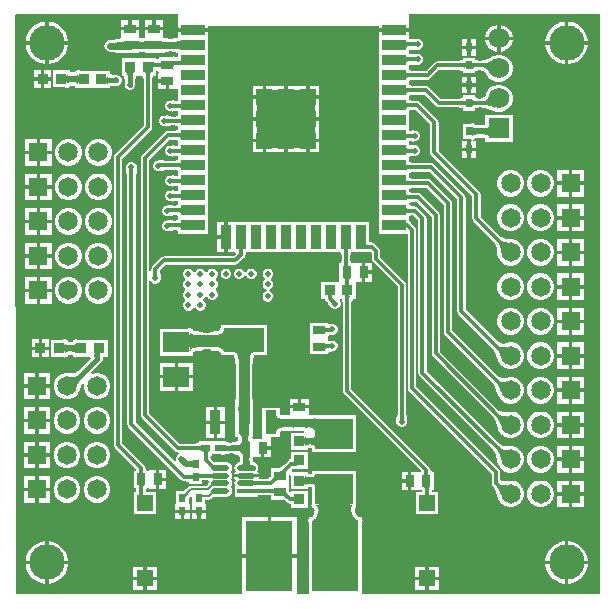
<source format=gtl>
G04*
G04 #@! TF.GenerationSoftware,Altium Limited,Altium Designer,24.6.1 (21)*
G04*
G04 Layer_Physical_Order=1*
G04 Layer_Color=255*
%FSLAX42Y42*%
%MOMM*%
G71*
G04*
G04 #@! TF.SameCoordinates,A6C07601-EB4F-4E80-B680-5A307C7D7090*
G04*
G04*
G04 #@! TF.FilePolarity,Positive*
G04*
G01*
G75*
%ADD11C,0.20*%
%ADD13C,0.50*%
%ADD16R,0.60X0.80*%
%ADD17R,0.78X0.99*%
%ADD18R,0.90X0.95*%
%ADD19R,2.23X1.80*%
%ADD20R,0.95X0.95*%
%ADD21R,3.20X2.65*%
%ADD22R,5.00X5.00*%
%ADD23R,1.33X1.33*%
%ADD24R,2.00X0.90*%
%ADD25R,0.90X2.00*%
%ADD26R,0.95X2.00*%
%ADD27R,3.40X2.00*%
%ADD28R,1.40X1.35*%
%ADD29R,0.99X0.78*%
%ADD30R,4.00X6.00*%
G04:AMPARAMS|DCode=31|XSize=1.51mm|YSize=0.45mm|CornerRadius=0.23mm|HoleSize=0mm|Usage=FLASHONLY|Rotation=180.000|XOffset=0mm|YOffset=0mm|HoleType=Round|Shape=RoundedRectangle|*
%AMROUNDEDRECTD31*
21,1,1.51,0.00,0,0,180.0*
21,1,1.05,0.45,0,0,180.0*
1,1,0.45,-0.53,0.00*
1,1,0.45,0.53,0.00*
1,1,0.45,0.53,0.00*
1,1,0.45,-0.53,0.00*
%
%ADD31ROUNDEDRECTD31*%
%ADD32R,1.51X0.45*%
%ADD33R,0.95X0.90*%
%ADD34R,0.60X0.70*%
%ADD35R,0.70X0.60*%
%ADD56C,0.30*%
%ADD57C,0.70*%
%ADD58C,0.50*%
%ADD59C,0.90*%
%ADD60C,0.40*%
%ADD61C,1.00*%
%ADD62C,0.60*%
%ADD63C,2.50*%
%ADD64C,1.65*%
%ADD65R,1.65X1.65*%
%ADD66C,1.73*%
%ADD67R,1.73X1.73*%
%ADD68C,3.00*%
G36*
X4980Y29D02*
X2980D01*
X2968Y31D01*
X2968Y41D01*
Y638D01*
X2969Y639D01*
X2970Y642D01*
X2971Y644D01*
X2972Y647D01*
X2973Y650D01*
X2973Y653D01*
X2973Y655D01*
X2973Y659D01*
X2973Y662D01*
X2972Y665D01*
X2971Y667D01*
X2969Y670D01*
X2968Y672D01*
Y681D01*
X2960D01*
X2959Y681D01*
X2957Y682D01*
X2955Y684D01*
X2951Y684D01*
X2948Y685D01*
X2938Y687D01*
X2932Y690D01*
X2926Y697D01*
X2919Y709D01*
X2911Y727D01*
X2905Y751D01*
X2905Y753D01*
X2913Y763D01*
X2916D01*
Y772D01*
X2918Y777D01*
X2918Y777D01*
X2918Y777D01*
X2920Y782D01*
X2921Y788D01*
X2921Y788D01*
X2921Y789D01*
X2920Y794D01*
X2919Y800D01*
X2918Y800D01*
X2918Y800D01*
X2916Y805D01*
Y1078D01*
X2545D01*
Y1061D01*
X2544Y1059D01*
X2544Y1057D01*
X2543Y1056D01*
X2542Y1052D01*
X2540Y1052D01*
X2535Y1051D01*
X2529Y1050D01*
X2527Y1050D01*
X2521Y1051D01*
X2515Y1051D01*
X2513Y1052D01*
X2513Y1053D01*
X2512Y1054D01*
X2511Y1056D01*
Y1064D01*
X2502D01*
X2501Y1065D01*
X2497Y1067D01*
X2495Y1068D01*
X2493Y1069D01*
X2489Y1069D01*
X2486Y1070D01*
X2484Y1069D01*
X2482Y1069D01*
X2478Y1068D01*
X2474Y1067D01*
X2472Y1066D01*
X2470Y1066D01*
X2469Y1064D01*
X2380D01*
X2379Y1066D01*
X2374Y1072D01*
X2373Y1075D01*
X2378Y1088D01*
X2387Y1090D01*
X2387Y1090D01*
X2388Y1090D01*
X2389Y1090D01*
X2391Y1089D01*
X2395Y1090D01*
X2398Y1090D01*
X2398Y1090D01*
X2400Y1091D01*
X2401Y1091D01*
X2403Y1092D01*
X2406Y1094D01*
X2407Y1095D01*
X2408Y1095D01*
X2511D01*
Y1235D01*
X2366D01*
Y1180D01*
X2365Y1180D01*
X2360Y1179D01*
X2360Y1179D01*
X2359Y1179D01*
X2355Y1175D01*
X2350Y1172D01*
X2350Y1172D01*
X2349Y1172D01*
X2346Y1167D01*
X2343Y1162D01*
X2343Y1162D01*
X2343Y1162D01*
X2342Y1157D01*
X2311Y1126D01*
X2310Y1126D01*
X2308Y1125D01*
X2305Y1125D01*
X2302Y1124D01*
X2299Y1124D01*
X2296Y1122D01*
X2294Y1121D01*
X2292Y1119D01*
X2289Y1117D01*
X2284Y1112D01*
X2279Y1109D01*
X2276Y1106D01*
X2273Y1104D01*
X2273Y1104D01*
X2270Y1104D01*
X2269Y1104D01*
X2267Y1104D01*
X2263Y1104D01*
X2259Y1103D01*
X2257Y1102D01*
X2255Y1102D01*
X2252Y1100D01*
X2251Y1099D01*
X2199D01*
Y1058D01*
X2198Y1056D01*
X2197Y1054D01*
X2196Y1051D01*
X2194Y1047D01*
X2194Y1045D01*
X2194Y1043D01*
X2194Y1039D01*
X2194Y1035D01*
X2194Y1035D01*
X2194Y1034D01*
X2186Y1025D01*
X2181Y1020D01*
X2179Y1016D01*
X2176Y1013D01*
X2175Y1011D01*
X2174Y1010D01*
X2174Y1006D01*
X2100D01*
X2093Y1019D01*
X2093Y1021D01*
X1990D01*
X1886D01*
X1887Y1015D01*
X1898Y999D01*
X1892Y989D01*
X1888Y971D01*
X1891Y956D01*
X1889Y954D01*
X1889D01*
Y858D01*
X2090D01*
Y870D01*
X2199D01*
Y831D01*
X2310D01*
X2332Y809D01*
X2344Y801D01*
X2357Y799D01*
X2366D01*
Y764D01*
X2511D01*
Y904D01*
X2366D01*
Y900D01*
X2353Y894D01*
X2348Y898D01*
Y959D01*
X2348D01*
Y971D01*
X2348D01*
X2348Y972D01*
Y1028D01*
X2349Y1030D01*
X2350Y1033D01*
X2352Y1036D01*
X2352Y1039D01*
X2353Y1039D01*
X2366Y1034D01*
Y924D01*
X2469D01*
X2470Y923D01*
X2472Y923D01*
X2474Y921D01*
X2478Y921D01*
X2482Y919D01*
X2484Y920D01*
X2486Y919D01*
X2489Y920D01*
X2493Y920D01*
X2495Y921D01*
X2497Y921D01*
X2501Y924D01*
X2502Y924D01*
X2511D01*
Y933D01*
X2512Y934D01*
X2513Y936D01*
X2513Y937D01*
X2515Y937D01*
X2528Y939D01*
X2529Y939D01*
X2535Y938D01*
X2540Y937D01*
X2542Y937D01*
X2543Y933D01*
X2544Y931D01*
X2544Y930D01*
X2545Y928D01*
Y805D01*
X2545Y804D01*
X2543Y800D01*
X2542Y798D01*
X2541Y797D01*
X2541Y793D01*
X2540Y789D01*
X2541Y787D01*
X2540Y785D01*
X2542Y781D01*
X2543Y777D01*
X2544Y775D01*
X2544Y773D01*
X2545Y772D01*
Y763D01*
X2554D01*
X2556Y763D01*
X2559Y760D01*
X2561Y760D01*
X2562Y759D01*
X2564Y756D01*
X2568Y745D01*
X2569Y741D01*
X2565Y726D01*
X2559Y707D01*
X2553Y695D01*
X2547Y688D01*
X2545Y687D01*
X2538Y685D01*
X2535Y684D01*
X2532Y684D01*
X2529Y682D01*
X2527Y681D01*
X2526Y681D01*
X2518D01*
Y672D01*
X2518Y672D01*
X2517Y670D01*
X2515Y667D01*
X2515Y664D01*
X2514Y661D01*
X2514Y658D01*
X2513Y655D01*
X2513Y652D01*
X2513Y650D01*
X2515Y647D01*
X2515Y644D01*
X2517Y641D01*
X2518Y638D01*
X2518Y638D01*
Y41D01*
X2518Y31D01*
X2506Y29D01*
X2414D01*
Y341D01*
X1954D01*
Y29D01*
X40D01*
X27Y4935D01*
X36Y4944D01*
X1411D01*
Y4881D01*
X1408D01*
Y4821D01*
X1668D01*
Y4842D01*
X3108D01*
Y4821D01*
X3368D01*
Y4881D01*
X3367D01*
Y4944D01*
X4980D01*
Y29D01*
D02*
G37*
G36*
X2391Y1120D02*
X2391Y1120D01*
X2390Y1120D01*
X2389Y1120D01*
X2381Y1120D01*
X2371Y1120D01*
Y1150D01*
X2375Y1151D01*
X2384Y1151D01*
X2386Y1152D01*
X2388Y1152D01*
X2390Y1153D01*
X2391Y1154D01*
X2391Y1154D01*
X2392Y1155D01*
X2391Y1120D01*
D02*
G37*
G36*
X2344Y1087D02*
X2337Y1080D01*
X2327Y1068D01*
X2324Y1063D01*
X2321Y1058D01*
X2319Y1055D01*
X2319Y1051D01*
X2319Y1048D01*
X2320Y1046D01*
X2322Y1044D01*
X2267Y1074D01*
X2270Y1073D01*
X2273Y1072D01*
X2277Y1073D01*
X2281Y1074D01*
X2285Y1075D01*
X2289Y1078D01*
X2294Y1081D01*
X2299Y1085D01*
X2304Y1090D01*
X2310Y1095D01*
X2344Y1087D01*
D02*
G37*
G36*
X2571Y944D02*
X2571Y949D01*
X2569Y953D01*
X2567Y957D01*
X2563Y960D01*
X2559Y963D01*
X2553Y965D01*
X2546Y967D01*
X2539Y968D01*
X2530Y969D01*
X2527Y969D01*
X2526Y969D01*
X2510Y968D01*
X2504Y966D01*
X2498Y964D01*
X2494Y962D01*
X2490Y960D01*
X2488Y957D01*
X2486Y953D01*
X2486Y950D01*
Y1039D01*
X2486Y1035D01*
X2488Y1032D01*
X2490Y1029D01*
X2494Y1026D01*
X2498Y1024D01*
X2504Y1023D01*
X2510Y1021D01*
X2518Y1020D01*
X2526Y1020D01*
X2527Y1020D01*
X2530Y1020D01*
X2539Y1020D01*
X2546Y1022D01*
X2553Y1023D01*
X2559Y1026D01*
X2563Y1028D01*
X2567Y1032D01*
X2569Y1035D01*
X2571Y1040D01*
X2571Y1044D01*
Y944D01*
D02*
G37*
G36*
X2264Y997D02*
X2262Y999D01*
X2259Y999D01*
X2256Y999D01*
X2253Y999D01*
X2249Y997D01*
X2244Y994D01*
X2239Y991D01*
X2234Y987D01*
X2222Y975D01*
X2203Y999D01*
X2209Y1005D01*
X2218Y1016D01*
X2221Y1021D01*
X2224Y1025D01*
X2226Y1029D01*
X2227Y1033D01*
X2227Y1036D01*
X2226Y1039D01*
X2224Y1041D01*
X2264Y997D01*
D02*
G37*
G36*
X2863Y858D02*
X2868Y789D01*
X2890D01*
X2885Y786D01*
X2880Y780D01*
X2876Y769D01*
X2873Y757D01*
X2875Y745D01*
X2882Y718D01*
X2891Y695D01*
X2902Y678D01*
X2914Y665D01*
X2927Y658D01*
X2943Y655D01*
X2864D01*
X2862Y613D01*
X2862Y572D01*
X2612D01*
X2611Y613D01*
X2609Y655D01*
X2544D01*
X2556Y658D01*
X2568Y665D01*
X2578Y678D01*
X2587Y695D01*
X2595Y718D01*
X2600Y741D01*
X2597Y754D01*
X2592Y769D01*
X2586Y780D01*
X2579Y786D01*
X2571Y789D01*
X2607D01*
X2609Y815D01*
X2612Y905D01*
X2862D01*
X2863Y858D01*
D02*
G37*
%LPC*%
G36*
X1286Y4889D02*
X1222D01*
Y4835D01*
X1286D01*
Y4889D01*
D02*
G37*
G36*
X1083D02*
X1018D01*
Y4835D01*
X1083D01*
Y4889D01*
D02*
G37*
G36*
X988D02*
X924D01*
Y4835D01*
X988D01*
Y4889D01*
D02*
G37*
G36*
X1191D02*
X1127D01*
Y4835D01*
X1191D01*
Y4889D01*
D02*
G37*
G36*
X4143Y4853D02*
X4142D01*
Y4752D01*
X4244D01*
Y4752D01*
X4236Y4782D01*
X4221Y4808D01*
X4199Y4830D01*
X4172Y4845D01*
X4143Y4853D01*
D02*
G37*
G36*
X4112D02*
X4112D01*
X4083Y4845D01*
X4056Y4830D01*
X4034Y4808D01*
X4019Y4782D01*
X4011Y4752D01*
Y4752D01*
X4112D01*
Y4853D01*
D02*
G37*
G36*
X1286Y4805D02*
X1206D01*
X1127D01*
Y4754D01*
X1127Y4751D01*
X1120Y4741D01*
X1108Y4740D01*
X1092Y4741D01*
X1090Y4741D01*
X1083Y4751D01*
X1083Y4754D01*
Y4805D01*
X1003D01*
X924D01*
Y4754D01*
X924Y4751D01*
X925Y4749D01*
X917Y4735D01*
X904Y4734D01*
X894Y4734D01*
X888Y4733D01*
X882Y4732D01*
X882Y4732D01*
X882Y4732D01*
X877Y4728D01*
X872Y4725D01*
X872Y4725D01*
X872Y4725D01*
X872Y4725D01*
X838D01*
X819Y4721D01*
X802Y4710D01*
X791Y4693D01*
X787Y4674D01*
X791Y4654D01*
X802Y4638D01*
X819Y4627D01*
X838Y4623D01*
X872D01*
X872Y4622D01*
X872Y4622D01*
X872Y4622D01*
X877Y4619D01*
X882Y4616D01*
X882Y4615D01*
X882Y4615D01*
X888Y4614D01*
X894Y4613D01*
X938Y4612D01*
X945Y4612D01*
X946Y4612D01*
X950Y4611D01*
X954Y4611D01*
X956Y4611D01*
X958Y4611D01*
X962Y4612D01*
X966Y4613D01*
X967Y4614D01*
X969Y4614D01*
X971Y4616D01*
X1036D01*
X1036Y4616D01*
X1041Y4613D01*
X1041Y4613D01*
X1042Y4612D01*
X1047Y4612D01*
X1052Y4611D01*
X1053Y4611D01*
X1054Y4611D01*
X1059Y4612D01*
X1064Y4613D01*
X1065Y4613D01*
X1065Y4613D01*
X1069Y4616D01*
X1078D01*
Y4618D01*
X1102Y4619D01*
X1118Y4619D01*
X1132Y4618D01*
Y4616D01*
X1141D01*
X1144Y4613D01*
X1145Y4613D01*
X1146Y4613D01*
X1151Y4612D01*
X1156Y4611D01*
X1157Y4611D01*
X1157Y4611D01*
X1163Y4612D01*
X1168Y4612D01*
X1168Y4613D01*
X1169Y4613D01*
X1173Y4616D01*
X1173Y4616D01*
X1240D01*
X1244Y4613D01*
X1244Y4613D01*
X1244Y4613D01*
X1250Y4612D01*
X1256Y4611D01*
X1256Y4611D01*
X1256Y4611D01*
X1262Y4612D01*
X1267Y4613D01*
X1268Y4613D01*
X1268Y4613D01*
X1272Y4616D01*
X1281D01*
Y4617D01*
X1305Y4618D01*
X1316Y4618D01*
X1322Y4619D01*
X1327Y4621D01*
X1327Y4621D01*
X1328Y4621D01*
X1332Y4624D01*
X1337Y4627D01*
X1337Y4627D01*
X1337Y4627D01*
X1338Y4628D01*
X1356D01*
X1356Y4628D01*
X1356Y4627D01*
X1356Y4627D01*
X1361Y4624D01*
X1366Y4621D01*
X1366Y4621D01*
X1366Y4621D01*
X1372Y4620D01*
X1378Y4618D01*
X1388Y4618D01*
X1406Y4617D01*
X1411Y4616D01*
X1413Y4616D01*
Y4583D01*
X1407Y4579D01*
X1395Y4579D01*
X1383Y4581D01*
X1382Y4582D01*
X1380Y4582D01*
X1377Y4583D01*
X1374Y4584D01*
X1370Y4584D01*
X1368Y4584D01*
X1366Y4584D01*
X1362Y4583D01*
X1358Y4582D01*
X1357Y4581D01*
X1354Y4580D01*
X1353Y4579D01*
X1246D01*
Y4565D01*
X1236Y4560D01*
X1224Y4565D01*
Y4568D01*
X1216D01*
X1214Y4569D01*
X1211Y4571D01*
X1209Y4572D01*
X1207Y4572D01*
X1203Y4573D01*
X1199Y4574D01*
X1197Y4573D01*
X1196Y4573D01*
X1192Y4572D01*
X1187Y4571D01*
X1186Y4570D01*
X1184Y4570D01*
X1183Y4568D01*
X1087D01*
X1085Y4568D01*
X1074D01*
X1072Y4568D01*
X935D01*
Y4453D01*
X934Y4452D01*
X934Y4451D01*
X934Y4449D01*
X935Y4446D01*
Y4423D01*
X948D01*
X950Y4422D01*
X951Y4422D01*
X953Y4421D01*
X953Y4421D01*
X953Y4419D01*
X954Y4415D01*
X954Y4408D01*
X955Y4402D01*
X956Y4397D01*
X956Y4397D01*
X957Y4396D01*
X960Y4392D01*
X963Y4387D01*
X963Y4387D01*
X963Y4386D01*
X964Y4386D01*
Y4365D01*
X958Y4352D01*
Y4334D01*
X965Y4318D01*
X978Y4305D01*
X994Y4298D01*
X1012D01*
X1029Y4305D01*
X1041Y4318D01*
X1048Y4334D01*
Y4352D01*
X1045Y4360D01*
Y4386D01*
X1046Y4386D01*
X1046Y4387D01*
X1046Y4387D01*
X1049Y4392D01*
X1052Y4396D01*
X1053Y4397D01*
X1053Y4397D01*
X1054Y4402D01*
X1055Y4408D01*
X1055Y4415D01*
X1056Y4419D01*
X1056Y4421D01*
X1056Y4421D01*
X1058Y4422D01*
X1059Y4422D01*
X1061Y4423D01*
X1072D01*
X1074Y4423D01*
X1085D01*
X1087Y4423D01*
X1108D01*
X1109Y4423D01*
X1109Y4423D01*
X1109Y4418D01*
X1110Y4412D01*
X1111Y4407D01*
X1111Y4407D01*
X1112Y4406D01*
X1115Y4402D01*
X1118Y4397D01*
X1118Y4397D01*
X1118Y4396D01*
X1119Y4396D01*
Y4001D01*
X876Y3759D01*
X869Y3747D01*
X866Y3734D01*
Y1295D01*
X869Y1282D01*
X876Y1270D01*
X1055Y1092D01*
X1054Y1089D01*
X1053Y1083D01*
X1053Y1078D01*
X1053Y1078D01*
X1052Y1078D01*
X1034D01*
Y929D01*
X1052D01*
X1053Y928D01*
X1053Y928D01*
X1053Y923D01*
X1054Y918D01*
X1055Y912D01*
X1055Y912D01*
X1055Y912D01*
X1056Y911D01*
X1055Y910D01*
X1055Y909D01*
X1055Y909D01*
X1054Y904D01*
X1053Y898D01*
X1053Y893D01*
X1053Y893D01*
X1052Y893D01*
X1035D01*
Y708D01*
X1225D01*
Y893D01*
X1145D01*
X1144Y893D01*
X1144Y893D01*
X1144Y898D01*
X1143Y904D01*
X1142Y909D01*
X1141Y909D01*
X1141Y910D01*
X1141Y911D01*
X1141Y912D01*
X1141Y912D01*
X1142Y912D01*
X1143Y918D01*
X1144Y923D01*
X1144Y928D01*
X1144Y928D01*
X1145Y929D01*
X1159Y929D01*
X1169Y924D01*
X1173Y924D01*
X1223D01*
Y1003D01*
Y1083D01*
X1173D01*
X1169Y1083D01*
X1159Y1078D01*
X1145Y1078D01*
X1144Y1078D01*
X1144Y1078D01*
X1144Y1083D01*
X1143Y1089D01*
X1142Y1094D01*
X1141Y1095D01*
X1141Y1095D01*
X1138Y1099D01*
X1135Y1104D01*
X1135Y1104D01*
X1134Y1105D01*
X1133Y1106D01*
X1131Y1112D01*
X1124Y1124D01*
X937Y1310D01*
Y3719D01*
X1180Y3961D01*
X1187Y3973D01*
X1190Y3987D01*
Y4396D01*
X1191Y4396D01*
X1191Y4397D01*
X1191Y4397D01*
X1194Y4402D01*
X1197Y4406D01*
X1198Y4407D01*
X1198Y4407D01*
X1199Y4412D01*
X1200Y4418D01*
X1200Y4423D01*
X1200Y4423D01*
X1201Y4423D01*
X1224D01*
Y4465D01*
X1231Y4468D01*
X1244Y4462D01*
X1246Y4453D01*
X1241Y4444D01*
X1241Y4440D01*
Y4390D01*
X1321D01*
Y4375D01*
X1336D01*
Y4306D01*
X1400D01*
X1400Y4306D01*
X1413Y4305D01*
Y4212D01*
X1412Y4211D01*
X1412Y4211D01*
X1407Y4211D01*
X1402Y4210D01*
X1396Y4209D01*
X1396Y4209D01*
X1395Y4209D01*
X1394Y4208D01*
X1393Y4209D01*
X1393Y4209D01*
X1393Y4209D01*
X1387Y4210D01*
X1381Y4211D01*
X1379Y4211D01*
X1376Y4211D01*
X1376Y4211D01*
X1374Y4212D01*
X1372Y4213D01*
X1368Y4213D01*
X1364Y4214D01*
X1362Y4213D01*
X1360Y4213D01*
X1356Y4212D01*
X1352Y4211D01*
X1351Y4211D01*
X1337D01*
X1321Y4204D01*
X1308Y4191D01*
X1301Y4175D01*
Y4157D01*
X1308Y4140D01*
X1321Y4127D01*
X1337Y4121D01*
X1351D01*
X1352Y4120D01*
X1356Y4119D01*
X1360Y4118D01*
X1362Y4118D01*
X1364Y4118D01*
X1368Y4118D01*
X1372Y4119D01*
X1374Y4119D01*
X1375Y4120D01*
X1380Y4120D01*
X1381Y4120D01*
X1387Y4121D01*
X1393Y4122D01*
X1393Y4122D01*
X1393Y4122D01*
X1394Y4123D01*
X1395Y4123D01*
X1396Y4123D01*
X1396Y4122D01*
X1402Y4121D01*
X1407Y4120D01*
X1412Y4120D01*
X1412Y4120D01*
X1413Y4119D01*
Y4085D01*
X1412Y4084D01*
X1412Y4084D01*
X1407Y4084D01*
X1402Y4083D01*
X1396Y4082D01*
X1396Y4082D01*
X1395Y4082D01*
X1391Y4078D01*
X1386Y4075D01*
X1386Y4075D01*
X1386Y4075D01*
X1385Y4074D01*
X1353D01*
X1352Y4075D01*
X1352Y4075D01*
X1352Y4075D01*
X1347Y4078D01*
X1342Y4082D01*
X1342Y4082D01*
X1342Y4082D01*
X1336Y4083D01*
X1331Y4084D01*
X1328Y4084D01*
X1325Y4084D01*
X1325Y4084D01*
X1323Y4085D01*
X1321Y4086D01*
X1317Y4086D01*
X1313Y4087D01*
X1311Y4086D01*
X1309Y4086D01*
X1306Y4085D01*
X1302Y4084D01*
X1300Y4084D01*
X1286D01*
X1270Y4077D01*
X1257Y4064D01*
X1250Y4048D01*
Y4030D01*
X1257Y4013D01*
X1270Y4000D01*
X1286Y3994D01*
X1300D01*
X1302Y3993D01*
X1306Y3992D01*
X1309Y3991D01*
X1311Y3991D01*
X1313Y3991D01*
X1317Y3991D01*
X1321Y3992D01*
X1323Y3992D01*
X1324Y3993D01*
X1329Y3993D01*
X1331Y3993D01*
X1336Y3994D01*
X1342Y3995D01*
X1342Y3995D01*
X1342Y3995D01*
X1347Y3999D01*
X1352Y4002D01*
X1352Y4002D01*
X1352Y4002D01*
X1353Y4003D01*
X1385D01*
X1386Y4003D01*
X1386Y4002D01*
X1386Y4002D01*
X1391Y3999D01*
X1395Y3996D01*
X1396Y3996D01*
X1396Y3995D01*
X1402Y3994D01*
X1407Y3993D01*
X1412Y3993D01*
X1412Y3993D01*
X1413Y3992D01*
Y3963D01*
X1412Y3963D01*
X1412Y3963D01*
X1407Y3962D01*
X1402Y3961D01*
X1396Y3960D01*
X1396Y3960D01*
X1395Y3960D01*
X1391Y3957D01*
X1386Y3954D01*
X1386Y3953D01*
X1386Y3953D01*
X1385Y3953D01*
X1326D01*
X1312Y3950D01*
X1301Y3942D01*
X1105Y3746D01*
X1097Y3735D01*
X1095Y3721D01*
Y1549D01*
X1097Y1536D01*
X1105Y1524D01*
X1384Y1245D01*
X1396Y1237D01*
X1410Y1234D01*
X1412D01*
X1422Y1222D01*
X1421Y1220D01*
X1418Y1218D01*
X1413Y1216D01*
X1410Y1213D01*
X1406Y1210D01*
X1404Y1206D01*
X1401Y1203D01*
X1399Y1199D01*
X1396Y1195D01*
X1396Y1191D01*
X1394Y1187D01*
Y1182D01*
X1393Y1178D01*
X1394Y1173D01*
Y1169D01*
X1386Y1159D01*
X1384Y1158D01*
X1382Y1158D01*
X1052Y1488D01*
Y3588D01*
X1052Y3588D01*
X1053Y3588D01*
X1053Y3588D01*
X1056Y3593D01*
X1059Y3598D01*
X1059Y3598D01*
X1059Y3598D01*
X1060Y3604D01*
X1062Y3610D01*
X1062Y3612D01*
X1062Y3615D01*
X1062Y3615D01*
X1062Y3617D01*
X1063Y3619D01*
X1063Y3623D01*
X1064Y3627D01*
X1064Y3629D01*
X1064Y3631D01*
X1063Y3635D01*
X1062Y3639D01*
X1061Y3640D01*
Y3654D01*
X1054Y3670D01*
X1041Y3683D01*
X1025Y3690D01*
X1007D01*
X991Y3683D01*
X978Y3670D01*
X971Y3654D01*
Y3640D01*
X970Y3639D01*
X969Y3635D01*
X968Y3631D01*
X968Y3629D01*
X968Y3627D01*
X969Y3623D01*
X969Y3619D01*
X970Y3617D01*
X970Y3616D01*
X970Y3612D01*
X970Y3610D01*
X972Y3604D01*
X973Y3598D01*
X973Y3598D01*
X973Y3598D01*
X976Y3593D01*
X979Y3588D01*
X979Y3588D01*
X980Y3588D01*
X980Y3588D01*
Y1473D01*
X983Y1460D01*
X991Y1448D01*
X1439Y999D01*
X1451Y992D01*
X1465Y989D01*
X1480D01*
X1480Y988D01*
X1481Y988D01*
X1481Y988D01*
X1485Y985D01*
X1490Y982D01*
X1490Y981D01*
X1491Y981D01*
X1496Y980D01*
X1502Y979D01*
X1506Y979D01*
X1506Y979D01*
X1507Y978D01*
Y965D01*
X1529D01*
X1532Y964D01*
X1534Y964D01*
X1536Y964D01*
X1537Y965D01*
X1617D01*
Y998D01*
X1664D01*
X1671Y985D01*
X1668Y971D01*
X1669Y968D01*
X1650Y950D01*
X1519D01*
X1508Y947D01*
X1498Y941D01*
X1498Y941D01*
X1479Y922D01*
X1479Y922D01*
X1478Y922D01*
X1477Y922D01*
X1472Y921D01*
X1467Y920D01*
X1466Y920D01*
X1466Y919D01*
X1461Y916D01*
X1457Y914D01*
X1450Y907D01*
X1449Y907D01*
X1447Y907D01*
X1444Y907D01*
X1441Y906D01*
X1438Y905D01*
X1435Y904D01*
X1433Y903D01*
X1433Y902D01*
X1393D01*
Y797D01*
X1388D01*
Y747D01*
X1448D01*
X1508D01*
Y797D01*
X1503D01*
Y832D01*
X1503Y833D01*
X1504Y835D01*
X1505Y837D01*
X1506Y841D01*
X1507Y844D01*
X1507Y846D01*
X1508Y849D01*
X1508Y849D01*
X1510Y852D01*
X1514Y856D01*
X1517Y861D01*
X1520Y865D01*
X1520Y866D01*
X1521Y866D01*
X1532Y863D01*
Y797D01*
X1527D01*
Y747D01*
X1588D01*
X1648D01*
Y797D01*
X1642D01*
Y833D01*
X1676D01*
X1676Y833D01*
X1688Y835D01*
X1698Y842D01*
X1714Y858D01*
X1717Y857D01*
X1822D01*
X1841Y861D01*
X1856Y871D01*
X1867Y887D01*
X1871Y906D01*
X1867Y924D01*
X1858Y938D01*
X1867Y952D01*
X1871Y971D01*
X1867Y989D01*
X1858Y1003D01*
X1867Y1017D01*
X1871Y1036D01*
X1867Y1054D01*
X1858Y1068D01*
X1867Y1082D01*
X1871Y1101D01*
X1867Y1119D01*
X1856Y1135D01*
X1841Y1146D01*
X1822Y1149D01*
X1719D01*
X1691Y1177D01*
X1690Y1180D01*
X1685Y1189D01*
X1688Y1193D01*
X1692Y1198D01*
X1692Y1198D01*
X1692Y1199D01*
X1693Y1204D01*
X1694Y1210D01*
X1694Y1214D01*
X1694Y1215D01*
X1695Y1215D01*
X1774D01*
X1777Y1214D01*
X1780Y1212D01*
X1782Y1212D01*
X1785Y1210D01*
X1788Y1210D01*
X1791Y1210D01*
X1794Y1210D01*
X1797Y1210D01*
X1800Y1211D01*
X1803Y1212D01*
X1805Y1214D01*
X1808Y1215D01*
X1808Y1215D01*
X1817D01*
Y1219D01*
X1825Y1219D01*
X1832Y1219D01*
X1838Y1221D01*
X1843Y1222D01*
X1843Y1222D01*
X1844Y1222D01*
X1848Y1225D01*
X1851Y1227D01*
X1854Y1227D01*
X1858Y1225D01*
X1862D01*
X1867Y1224D01*
X1876D01*
X1877Y1224D01*
X1877Y1224D01*
X1877Y1223D01*
X1882Y1220D01*
X1886Y1217D01*
X1887Y1217D01*
X1887Y1217D01*
X1892Y1216D01*
X1898Y1214D01*
X1907Y1214D01*
X1913Y1214D01*
X1918Y1213D01*
X1920Y1212D01*
X1920Y1212D01*
X1920Y1209D01*
X1921Y1208D01*
X1922Y1206D01*
X1923Y1205D01*
X1923Y1204D01*
Y1195D01*
X1932D01*
X1932Y1195D01*
X1933Y1192D01*
X1934Y1179D01*
X1934Y1173D01*
X1934Y1166D01*
X1933Y1159D01*
X1932Y1154D01*
X1932Y1152D01*
X1928Y1152D01*
X1927Y1151D01*
X1925Y1150D01*
X1922Y1147D01*
X1919Y1146D01*
X1919Y1146D01*
X1903Y1135D01*
X1892Y1119D01*
X1888Y1101D01*
X1892Y1082D01*
X1898Y1073D01*
X1887Y1056D01*
X1886Y1051D01*
X1990D01*
X2093D01*
X2092Y1056D01*
X2081Y1073D01*
X2087Y1082D01*
X2091Y1101D01*
X2087Y1119D01*
X2077Y1135D01*
X2061Y1146D01*
X2060Y1146D01*
X2058Y1147D01*
X2054Y1150D01*
X2053Y1151D01*
X2051Y1152D01*
X2047Y1152D01*
X2047Y1154D01*
X2046Y1159D01*
X2045Y1166D01*
X2045Y1173D01*
X2045Y1179D01*
X2046Y1190D01*
X2058Y1190D01*
X2062Y1190D01*
X2112D01*
Y1270D01*
X2127D01*
Y1285D01*
X2196D01*
Y1348D01*
X2196Y1349D01*
X2200Y1361D01*
X2270D01*
Y1393D01*
X2271Y1395D01*
X2272Y1396D01*
X2273Y1398D01*
X2273Y1402D01*
X2275Y1406D01*
X2275Y1408D01*
X2276Y1408D01*
X2279Y1410D01*
X2285Y1411D01*
X2293Y1413D01*
X2303Y1413D01*
X2315Y1414D01*
X2317Y1414D01*
X2319Y1414D01*
X2354Y1413D01*
X2376Y1413D01*
X2378Y1412D01*
X2383Y1411D01*
X2389Y1410D01*
X2389Y1410D01*
X2389Y1410D01*
X2395Y1411D01*
X2401Y1412D01*
X2401Y1412D01*
X2401Y1412D01*
X2405Y1415D01*
X2470D01*
X2475Y1411D01*
X2475Y1411D01*
X2474Y1405D01*
X2472Y1396D01*
X2470Y1396D01*
X2469Y1395D01*
X2366D01*
Y1255D01*
X2469D01*
X2470Y1253D01*
X2472Y1253D01*
X2474Y1252D01*
X2478Y1251D01*
X2482Y1250D01*
X2484Y1250D01*
X2486Y1249D01*
X2489Y1250D01*
X2493Y1250D01*
X2495Y1251D01*
X2497Y1252D01*
X2501Y1254D01*
X2502Y1255D01*
X2511D01*
Y1263D01*
X2512Y1265D01*
X2513Y1266D01*
X2513Y1267D01*
X2515Y1268D01*
X2528Y1269D01*
X2529Y1269D01*
X2535Y1268D01*
X2540Y1267D01*
X2542Y1267D01*
X2543Y1263D01*
X2544Y1262D01*
X2544Y1260D01*
X2545Y1258D01*
Y1233D01*
X2916D01*
Y1548D01*
X2587D01*
X2583Y1551D01*
X2583Y1551D01*
X2582Y1551D01*
X2577Y1552D01*
X2571Y1553D01*
X2571Y1553D01*
X2571Y1553D01*
X2565Y1552D01*
X2560Y1551D01*
X2559Y1551D01*
X2559Y1551D01*
X2555Y1548D01*
X2545D01*
Y1547D01*
X2529Y1546D01*
X2518Y1558D01*
Y1604D01*
X2438D01*
X2359D01*
X2359Y1550D01*
X2348Y1547D01*
X2318Y1545D01*
X2316Y1545D01*
X2315Y1545D01*
X2303Y1545D01*
X2293Y1546D01*
X2285Y1547D01*
X2279Y1549D01*
X2276Y1551D01*
X2275Y1551D01*
X2275Y1553D01*
X2273Y1557D01*
X2273Y1561D01*
X2272Y1562D01*
X2271Y1564D01*
X2270Y1566D01*
Y1611D01*
X2125D01*
Y1362D01*
X2125Y1361D01*
X2121Y1349D01*
X2058Y1349D01*
X2051Y1346D01*
X2040Y1354D01*
X2040Y1357D01*
X2040Y1359D01*
X2041Y1361D01*
X2043Y1373D01*
X2044Y1374D01*
X2045Y1378D01*
X2046Y1380D01*
X2046Y1383D01*
X2046Y1386D01*
X2046Y1389D01*
X2046Y1392D01*
X2045Y1395D01*
X2044Y1398D01*
X2042Y1400D01*
X2041Y1403D01*
X2041Y1403D01*
Y1569D01*
X2044Y1574D01*
X2044Y1574D01*
X2044Y1575D01*
X2045Y1580D01*
X2046Y1586D01*
X2046Y1586D01*
X2046Y1586D01*
X2044Y1676D01*
X2043Y1682D01*
X2042Y1687D01*
X2042Y1688D01*
X2041Y1688D01*
X2038Y1693D01*
X2035Y1697D01*
X2035Y1697D01*
X2035Y1698D01*
X2034Y1698D01*
Y1972D01*
X2035Y1973D01*
X2035Y1973D01*
X2035Y1973D01*
X2038Y1978D01*
X2041Y1982D01*
X2042Y1983D01*
X2042Y1983D01*
X2043Y1988D01*
X2044Y1994D01*
X2045Y2010D01*
X2046Y2023D01*
X2047Y2034D01*
X2050Y2043D01*
X2052Y2049D01*
X2054Y2052D01*
X2056Y2053D01*
X2056Y2054D01*
X2057Y2054D01*
X2062Y2055D01*
X2066Y2056D01*
X2070Y2057D01*
X2072Y2058D01*
X2073Y2058D01*
X2075Y2059D01*
X2164D01*
Y2309D01*
X1774D01*
Y2291D01*
X1772Y2289D01*
X1772Y2288D01*
X1771Y2287D01*
X1770Y2282D01*
X1769Y2278D01*
X1768Y2272D01*
X1768Y2271D01*
X1767Y2269D01*
X1764Y2267D01*
X1760Y2265D01*
X1753Y2262D01*
X1743Y2259D01*
X1731Y2257D01*
X1716Y2256D01*
X1698Y2255D01*
X1693Y2254D01*
X1687Y2253D01*
X1687Y2253D01*
X1686Y2253D01*
X1682Y2250D01*
X1677Y2246D01*
X1677Y2246D01*
X1677Y2246D01*
X1676Y2245D01*
X1631D01*
X1631Y2246D01*
X1630Y2246D01*
X1630Y2246D01*
X1625Y2250D01*
X1621Y2253D01*
X1620Y2253D01*
X1620Y2253D01*
X1615Y2254D01*
X1609Y2255D01*
X1574Y2257D01*
X1561Y2258D01*
X1550Y2260D01*
X1542Y2262D01*
X1537Y2264D01*
X1536Y2267D01*
X1535Y2269D01*
X1534Y2271D01*
X1534Y2272D01*
Y2280D01*
X1525D01*
X1523Y2281D01*
X1520Y2283D01*
X1517Y2284D01*
X1515Y2285D01*
X1511Y2285D01*
X1508Y2286D01*
X1506Y2285D01*
X1503Y2285D01*
X1500Y2284D01*
X1496Y2283D01*
X1494Y2282D01*
X1492Y2281D01*
X1491Y2280D01*
X1260D01*
Y2050D01*
X1492D01*
X1494Y2049D01*
X1495Y2048D01*
X1496Y2047D01*
X1501Y2046D01*
X1505Y2045D01*
X1507Y2045D01*
X1508Y2045D01*
X1512Y2046D01*
X1517Y2046D01*
X1518Y2047D01*
X1520Y2047D01*
X1524Y2050D01*
X1525Y2050D01*
X1534D01*
Y2059D01*
X1535Y2061D01*
X1536Y2063D01*
X1536Y2064D01*
X1537Y2068D01*
X1539Y2072D01*
X1539Y2078D01*
X1540Y2079D01*
X1541Y2081D01*
X1543Y2082D01*
X1547Y2085D01*
X1554Y2088D01*
X1564Y2090D01*
X1576Y2093D01*
X1591Y2094D01*
X1609Y2094D01*
X1614Y2096D01*
X1620Y2097D01*
X1620Y2097D01*
X1621Y2097D01*
X1625Y2100D01*
X1630Y2103D01*
X1630Y2104D01*
X1630Y2104D01*
X1631Y2104D01*
X1676D01*
X1677Y2104D01*
X1677Y2103D01*
X1677Y2103D01*
X1682Y2100D01*
X1687Y2097D01*
X1687Y2097D01*
X1687Y2097D01*
X1693Y2095D01*
X1698Y2094D01*
X1716Y2094D01*
X1732Y2093D01*
X1745Y2091D01*
X1755Y2089D01*
X1762Y2086D01*
X1767Y2084D01*
X1768Y2083D01*
X1768Y2081D01*
X1770Y2077D01*
X1771Y2073D01*
X1772Y2071D01*
X1772Y2069D01*
X1774Y2068D01*
Y2059D01*
X1782D01*
X1784Y2059D01*
X1787Y2056D01*
X1789Y2056D01*
X1791Y2055D01*
X1795Y2055D01*
X1799Y2054D01*
X1801Y2055D01*
X1803Y2054D01*
X1807Y2056D01*
X1810Y2056D01*
X1812Y2058D01*
X1814Y2058D01*
X1815Y2059D01*
X1862D01*
X1864Y2058D01*
X1865Y2058D01*
X1867Y2057D01*
X1871Y2056D01*
X1875Y2055D01*
X1880Y2054D01*
X1881Y2054D01*
X1881Y2053D01*
X1883Y2052D01*
X1885Y2049D01*
X1887Y2043D01*
X1890Y2034D01*
X1891Y2023D01*
X1892Y2010D01*
X1893Y1994D01*
X1894Y1988D01*
X1895Y1983D01*
X1895Y1983D01*
X1896Y1982D01*
X1899Y1978D01*
X1902Y1973D01*
X1902Y1973D01*
X1902Y1973D01*
X1903Y1972D01*
Y1698D01*
X1902Y1697D01*
X1902Y1697D01*
X1902Y1697D01*
X1899Y1692D01*
X1895Y1687D01*
X1895Y1687D01*
X1895Y1687D01*
X1894Y1681D01*
X1893Y1676D01*
X1893Y1644D01*
X1892Y1595D01*
X1892Y1592D01*
X1891Y1591D01*
X1891Y1590D01*
X1891Y1587D01*
X1891Y1586D01*
X1891Y1586D01*
X1892Y1580D01*
X1893Y1575D01*
X1893Y1575D01*
X1893Y1574D01*
X1896Y1569D01*
Y1361D01*
X1912D01*
X1913Y1360D01*
X1915Y1359D01*
X1916Y1358D01*
X1920Y1357D01*
X1921Y1355D01*
X1922Y1350D01*
X1922Y1346D01*
X1921Y1334D01*
X1921Y1332D01*
X1920Y1331D01*
X1920Y1328D01*
X1920Y1328D01*
X1918Y1327D01*
X1913Y1326D01*
X1907Y1326D01*
X1898Y1326D01*
X1892Y1324D01*
X1887Y1323D01*
X1887Y1323D01*
X1886Y1323D01*
X1882Y1320D01*
X1877Y1317D01*
X1877Y1316D01*
X1877Y1316D01*
X1876Y1316D01*
X1867D01*
X1862Y1315D01*
X1858D01*
X1854Y1313D01*
X1851Y1313D01*
X1848Y1315D01*
X1844Y1318D01*
X1843Y1318D01*
X1843Y1318D01*
X1838Y1319D01*
X1832Y1321D01*
X1825Y1321D01*
X1817Y1321D01*
Y1325D01*
X1808D01*
X1808Y1325D01*
X1805Y1326D01*
X1803Y1328D01*
X1800Y1329D01*
X1797Y1330D01*
X1794Y1330D01*
X1791Y1330D01*
X1788Y1330D01*
X1785Y1330D01*
X1782Y1328D01*
X1780Y1328D01*
X1777Y1326D01*
X1774Y1325D01*
X1629D01*
X1627Y1327D01*
X1625Y1327D01*
X1624Y1328D01*
X1620Y1329D01*
X1615Y1330D01*
X1614Y1330D01*
X1612Y1330D01*
X1608Y1329D01*
X1603Y1329D01*
X1602Y1328D01*
X1600Y1328D01*
X1597Y1326D01*
X1596Y1325D01*
X1587D01*
Y1316D01*
X1586Y1316D01*
X1586Y1316D01*
X1581Y1316D01*
X1576Y1314D01*
X1570Y1313D01*
X1570Y1313D01*
X1570Y1313D01*
X1565Y1310D01*
X1560Y1307D01*
X1560Y1306D01*
X1560Y1306D01*
X1560Y1306D01*
X1424D01*
X1166Y1564D01*
Y2683D01*
X1179Y2685D01*
X1181Y2680D01*
X1194Y2667D01*
X1210Y2660D01*
X1228D01*
X1245Y2667D01*
X1257Y2680D01*
X1264Y2696D01*
Y2710D01*
X1265Y2711D01*
X1266Y2715D01*
X1267Y2719D01*
X1267Y2721D01*
X1267Y2723D01*
X1266Y2727D01*
X1266Y2731D01*
X1265Y2733D01*
X1265Y2734D01*
X1265Y2738D01*
X1265Y2740D01*
X1264Y2746D01*
X1262Y2752D01*
X1262Y2752D01*
X1262Y2752D01*
X1259Y2757D01*
X1256Y2762D01*
X1259Y2768D01*
X1261Y2773D01*
X1310Y2822D01*
X1897D01*
X1910Y2825D01*
X1922Y2832D01*
X1968Y2879D01*
X1976Y2890D01*
X1979Y2903D01*
X1979Y2903D01*
X1979Y2903D01*
X1980Y2904D01*
X1983Y2908D01*
X1986Y2913D01*
X1986Y2913D01*
X1986Y2913D01*
X1987Y2919D01*
X1989Y2924D01*
X1989Y2929D01*
X1989Y2929D01*
X1990Y2930D01*
X2786D01*
X2786Y2929D01*
X2786Y2929D01*
X2787Y2924D01*
X2788Y2919D01*
X2789Y2913D01*
X2789Y2913D01*
X2789Y2913D01*
X2792Y2908D01*
X2795Y2904D01*
X2796Y2903D01*
X2796Y2903D01*
X2796Y2903D01*
Y2859D01*
X2796Y2859D01*
X2796Y2859D01*
X2795Y2858D01*
X2792Y2854D01*
X2789Y2849D01*
X2789Y2849D01*
X2789Y2849D01*
X2788Y2843D01*
X2787Y2838D01*
X2786Y2833D01*
X2786Y2832D01*
X2786Y2832D01*
X2777D01*
Y2823D01*
X2777Y2822D01*
X2774Y2819D01*
X2774Y2817D01*
X2773Y2815D01*
X2773Y2811D01*
X2772Y2807D01*
X2772Y2805D01*
X2772Y2803D01*
X2774Y2799D01*
X2774Y2795D01*
X2775Y2794D01*
X2776Y2792D01*
X2777Y2790D01*
Y2687D01*
X2768Y2676D01*
X2764D01*
X2761Y2676D01*
X2624D01*
Y2531D01*
X2652D01*
X2652Y2530D01*
X2653Y2524D01*
X2654Y2524D01*
X2654Y2524D01*
X2657Y2519D01*
X2660Y2514D01*
X2660Y2514D01*
X2660Y2514D01*
X2665Y2511D01*
X2670Y2507D01*
X2677Y2503D01*
X2678Y2498D01*
X2679Y2492D01*
X2680Y2492D01*
X2680Y2492D01*
X2683Y2487D01*
X2686Y2482D01*
X2688Y2480D01*
X2690Y2478D01*
X2690Y2478D01*
X2691Y2476D01*
X2692Y2474D01*
X2694Y2471D01*
X2697Y2468D01*
X2698Y2467D01*
X2699Y2465D01*
X2703Y2463D01*
X2706Y2461D01*
X2708Y2461D01*
X2718Y2451D01*
X2734Y2444D01*
X2752D01*
X2769Y2451D01*
X2781Y2464D01*
X2788Y2480D01*
Y2498D01*
X2781Y2515D01*
X2778Y2518D01*
X2783Y2531D01*
X2797D01*
X2798Y2531D01*
X2798Y2530D01*
X2798Y2526D01*
X2799Y2520D01*
X2800Y2515D01*
X2801Y2514D01*
X2801Y2514D01*
X2804Y2509D01*
X2807Y2505D01*
X2807Y2504D01*
X2808Y2504D01*
X2808Y2504D01*
Y1754D01*
X2811Y1740D01*
X2818Y1729D01*
X3468Y1079D01*
X3467Y1076D01*
X3466Y1071D01*
X3466Y1066D01*
X3466Y1065D01*
X3466Y1065D01*
X3451Y1065D01*
X3441Y1070D01*
X3437Y1070D01*
X3387D01*
Y991D01*
Y911D01*
X3437D01*
X3441Y911D01*
X3451Y916D01*
X3472Y916D01*
X3472Y916D01*
X3472Y915D01*
X3472Y911D01*
X3474Y905D01*
X3474Y904D01*
X3474Y904D01*
X3472Y898D01*
X3472Y893D01*
X3472Y893D01*
X3471Y893D01*
X3423D01*
Y708D01*
X3613D01*
Y893D01*
X3564D01*
X3564Y893D01*
X3564Y893D01*
X3563Y898D01*
X3562Y904D01*
X3562Y904D01*
X3562Y905D01*
X3563Y911D01*
X3564Y915D01*
X3564Y916D01*
X3564Y916D01*
X3576D01*
Y929D01*
X3576Y930D01*
X3576Y932D01*
X3577Y933D01*
X3578Y937D01*
X3578Y942D01*
X3578Y943D01*
X3578Y945D01*
X3577Y949D01*
X3576Y953D01*
X3576Y954D01*
Y1065D01*
X3558D01*
X3557Y1065D01*
X3557Y1066D01*
X3557Y1071D01*
X3556Y1076D01*
X3555Y1082D01*
X3555Y1082D01*
X3555Y1082D01*
X3551Y1087D01*
X3548Y1091D01*
X3548Y1092D01*
X3548Y1092D01*
X3546Y1093D01*
X3545Y1099D01*
X3537Y1111D01*
X2879Y1769D01*
Y2504D01*
X2880Y2504D01*
X2880Y2504D01*
X2880Y2505D01*
X2883Y2509D01*
X2887Y2514D01*
X2887Y2514D01*
X2887Y2515D01*
X2888Y2520D01*
X2889Y2526D01*
X2889Y2530D01*
X2889Y2531D01*
X2890Y2531D01*
X2914D01*
Y2665D01*
X2914Y2676D01*
X2925Y2678D01*
X2966D01*
Y2758D01*
Y2837D01*
X2916D01*
X2912Y2837D01*
X2902Y2832D01*
X2900Y2832D01*
X2878D01*
X2878Y2832D01*
X2878Y2833D01*
X2878Y2838D01*
X2876Y2843D01*
X2875Y2849D01*
X2875Y2849D01*
X2875Y2849D01*
X2872Y2854D01*
X2869Y2858D01*
X2868Y2859D01*
X2868Y2859D01*
X2868Y2859D01*
Y2903D01*
X2868Y2903D01*
X2868Y2903D01*
X2869Y2904D01*
X2872Y2908D01*
X2875Y2913D01*
X2875Y2913D01*
X2875Y2913D01*
X2876Y2919D01*
X2878Y2924D01*
X2878Y2929D01*
X2878Y2929D01*
X2879Y2930D01*
X2988D01*
X2992Y2927D01*
X2993Y2927D01*
X2993Y2927D01*
X2998Y2926D01*
X3004Y2925D01*
X3004Y2925D01*
X3005Y2925D01*
X3035Y2925D01*
X3040Y2927D01*
X3041Y2927D01*
X3050Y2919D01*
Y2870D01*
X3053Y2857D01*
X3061Y2845D01*
X3269Y2637D01*
Y1550D01*
X3268Y1550D01*
X3268Y1550D01*
X3268Y1549D01*
X3265Y1545D01*
X3262Y1540D01*
X3262Y1540D01*
X3262Y1540D01*
X3261Y1534D01*
X3259Y1528D01*
X3259Y1526D01*
X3259Y1522D01*
X3259Y1522D01*
X3259Y1520D01*
X3258Y1519D01*
X3258Y1515D01*
X3257Y1511D01*
X3257Y1509D01*
X3257Y1507D01*
X3258Y1503D01*
X3259Y1499D01*
X3260Y1498D01*
Y1484D01*
X3267Y1467D01*
X3279Y1455D01*
X3296Y1448D01*
X3314D01*
X3330Y1455D01*
X3343Y1467D01*
X3350Y1484D01*
Y1498D01*
X3351Y1499D01*
X3351Y1503D01*
X3353Y1507D01*
X3353Y1509D01*
X3353Y1511D01*
X3352Y1515D01*
X3352Y1519D01*
X3351Y1520D01*
X3351Y1522D01*
X3351Y1526D01*
X3351Y1528D01*
X3349Y1534D01*
X3348Y1540D01*
X3348Y1540D01*
X3348Y1540D01*
X3345Y1545D01*
X3342Y1549D01*
X3341Y1550D01*
X3341Y1550D01*
X3341Y1550D01*
Y2651D01*
X3338Y2665D01*
X3330Y2677D01*
X3122Y2885D01*
Y2934D01*
X3119Y2947D01*
X3111Y2959D01*
X3074Y2996D01*
X3062Y3004D01*
X3057Y3005D01*
X3056Y3007D01*
X3056Y3007D01*
X3055Y3008D01*
X3051Y3011D01*
X3046Y3014D01*
X3046Y3014D01*
X3045Y3014D01*
X3040Y3015D01*
X3035Y3017D01*
X3030Y3017D01*
X3029Y3017D01*
X3029Y3017D01*
Y3180D01*
X1891D01*
Y3185D01*
X1831D01*
Y3055D01*
Y2925D01*
X1891D01*
X1899Y2916D01*
X1900Y2913D01*
X1900Y2913D01*
X1900Y2913D01*
X1901Y2912D01*
X1882Y2893D01*
X1295D01*
X1282Y2890D01*
X1270Y2883D01*
X1194Y2807D01*
X1186Y2795D01*
X1184Y2781D01*
Y2767D01*
X1179Y2763D01*
X1166Y2769D01*
Y3706D01*
X1341Y3881D01*
X1385D01*
X1386Y3881D01*
X1386Y3881D01*
X1386Y3880D01*
X1391Y3877D01*
X1395Y3874D01*
X1396Y3874D01*
X1396Y3874D01*
X1402Y3873D01*
X1407Y3871D01*
X1412Y3871D01*
X1412Y3871D01*
X1413Y3871D01*
Y3831D01*
X1412Y3830D01*
X1412Y3830D01*
X1407Y3830D01*
X1402Y3829D01*
X1396Y3828D01*
X1396Y3828D01*
X1395Y3828D01*
X1394Y3827D01*
X1393Y3828D01*
X1393Y3828D01*
X1393Y3828D01*
X1387Y3829D01*
X1381Y3830D01*
X1379Y3830D01*
X1376Y3830D01*
X1376Y3830D01*
X1374Y3831D01*
X1372Y3832D01*
X1368Y3832D01*
X1364Y3833D01*
X1362Y3832D01*
X1360Y3832D01*
X1356Y3831D01*
X1352Y3830D01*
X1351Y3830D01*
X1337D01*
X1321Y3823D01*
X1308Y3810D01*
X1301Y3794D01*
Y3776D01*
X1308Y3759D01*
X1321Y3746D01*
X1337Y3740D01*
X1351D01*
X1352Y3739D01*
X1356Y3738D01*
X1360Y3737D01*
X1362Y3737D01*
X1364Y3737D01*
X1368Y3737D01*
X1372Y3738D01*
X1374Y3738D01*
X1375Y3739D01*
X1380Y3739D01*
X1381Y3739D01*
X1387Y3740D01*
X1393Y3741D01*
X1393Y3741D01*
X1393Y3741D01*
X1394Y3742D01*
X1395Y3742D01*
X1396Y3742D01*
X1396Y3741D01*
X1402Y3740D01*
X1407Y3739D01*
X1412Y3739D01*
X1412Y3739D01*
X1413Y3738D01*
Y3709D01*
X1412Y3709D01*
X1412Y3709D01*
X1407Y3708D01*
X1402Y3707D01*
X1396Y3706D01*
X1396Y3706D01*
X1395Y3706D01*
X1391Y3703D01*
X1386Y3700D01*
X1386Y3699D01*
X1386Y3699D01*
X1385Y3699D01*
X1297D01*
X1296Y3699D01*
X1292Y3702D01*
X1289Y3705D01*
X1288Y3705D01*
X1286Y3706D01*
X1282Y3707D01*
X1278Y3708D01*
X1276Y3708D01*
X1274Y3708D01*
X1265Y3709D01*
X1262Y3709D01*
X1262Y3709D01*
X1262Y3709D01*
X1262Y3709D01*
X1260Y3709D01*
X1257Y3709D01*
X1254Y3708D01*
X1252Y3708D01*
X1249Y3707D01*
X1245Y3706D01*
X1243Y3705D01*
X1241Y3704D01*
X1240Y3703D01*
X1236D01*
X1219Y3696D01*
X1206Y3683D01*
X1200Y3667D01*
Y3649D01*
X1206Y3632D01*
X1219Y3619D01*
X1236Y3613D01*
X1254D01*
X1259Y3615D01*
X1260Y3614D01*
X1264Y3614D01*
X1268Y3614D01*
X1270Y3614D01*
X1272Y3614D01*
X1276Y3616D01*
X1280Y3617D01*
X1280Y3617D01*
X1281Y3617D01*
X1283Y3617D01*
X1287Y3618D01*
X1291Y3618D01*
X1293Y3619D01*
X1295Y3620D01*
X1298Y3622D01*
X1302Y3624D01*
X1303Y3625D01*
X1305Y3627D01*
X1305Y3627D01*
X1385D01*
X1386Y3627D01*
X1386Y3627D01*
X1386Y3626D01*
X1391Y3623D01*
X1395Y3620D01*
X1396Y3620D01*
X1396Y3620D01*
X1402Y3619D01*
X1407Y3617D01*
X1412Y3617D01*
X1412Y3617D01*
X1413Y3617D01*
Y3577D01*
X1412Y3576D01*
X1412Y3576D01*
X1407Y3576D01*
X1402Y3575D01*
X1396Y3574D01*
X1396Y3574D01*
X1395Y3574D01*
X1394Y3573D01*
X1393Y3574D01*
X1393Y3574D01*
X1393Y3574D01*
X1387Y3575D01*
X1381Y3576D01*
X1379Y3576D01*
X1376Y3576D01*
X1376Y3576D01*
X1374Y3577D01*
X1372Y3578D01*
X1368Y3578D01*
X1364Y3579D01*
X1362Y3578D01*
X1360Y3578D01*
X1356Y3577D01*
X1352Y3576D01*
X1351Y3576D01*
X1337D01*
X1321Y3569D01*
X1308Y3556D01*
X1301Y3540D01*
Y3522D01*
X1308Y3505D01*
X1321Y3492D01*
X1337Y3486D01*
X1351D01*
X1352Y3485D01*
X1356Y3484D01*
X1360Y3483D01*
X1362Y3483D01*
X1364Y3483D01*
X1368Y3483D01*
X1372Y3484D01*
X1374Y3484D01*
X1375Y3485D01*
X1380Y3485D01*
X1381Y3485D01*
X1387Y3486D01*
X1393Y3487D01*
X1393Y3487D01*
X1393Y3487D01*
X1394Y3488D01*
X1395Y3488D01*
X1396Y3488D01*
X1396Y3487D01*
X1402Y3486D01*
X1407Y3485D01*
X1412Y3485D01*
X1412Y3485D01*
X1413Y3484D01*
Y3450D01*
X1412Y3449D01*
X1412Y3449D01*
X1407Y3449D01*
X1402Y3448D01*
X1396Y3447D01*
X1396Y3447D01*
X1395Y3447D01*
X1394Y3446D01*
X1393Y3447D01*
X1393Y3447D01*
X1393Y3447D01*
X1387Y3448D01*
X1381Y3449D01*
X1379Y3449D01*
X1376Y3449D01*
X1376Y3449D01*
X1374Y3450D01*
X1372Y3451D01*
X1368Y3451D01*
X1364Y3452D01*
X1362Y3451D01*
X1360Y3451D01*
X1356Y3450D01*
X1352Y3449D01*
X1351Y3449D01*
X1337D01*
X1321Y3442D01*
X1308Y3429D01*
X1301Y3413D01*
Y3395D01*
X1308Y3378D01*
X1321Y3365D01*
X1337Y3359D01*
X1351D01*
X1352Y3358D01*
X1356Y3357D01*
X1360Y3356D01*
X1362Y3356D01*
X1364Y3356D01*
X1368Y3356D01*
X1372Y3357D01*
X1374Y3357D01*
X1375Y3358D01*
X1380Y3358D01*
X1381Y3358D01*
X1387Y3359D01*
X1393Y3360D01*
X1393Y3360D01*
X1393Y3360D01*
X1394Y3361D01*
X1395Y3361D01*
X1396Y3361D01*
X1396Y3360D01*
X1402Y3359D01*
X1407Y3358D01*
X1412Y3358D01*
X1412Y3358D01*
X1413Y3357D01*
Y3328D01*
X1412Y3328D01*
X1412Y3328D01*
X1407Y3327D01*
X1402Y3326D01*
X1396Y3325D01*
X1396Y3325D01*
X1395Y3325D01*
X1391Y3322D01*
X1386Y3319D01*
X1386Y3318D01*
X1386Y3318D01*
X1385Y3318D01*
X1373D01*
X1372Y3318D01*
X1369Y3321D01*
X1365Y3324D01*
X1364Y3324D01*
X1362Y3325D01*
X1358Y3326D01*
X1354Y3327D01*
X1352Y3327D01*
X1351Y3327D01*
X1342Y3328D01*
X1339Y3328D01*
X1338Y3328D01*
X1338Y3328D01*
X1338Y3328D01*
X1336Y3328D01*
X1333Y3328D01*
X1330Y3327D01*
X1328Y3327D01*
X1325Y3326D01*
X1321Y3325D01*
X1319Y3324D01*
X1317Y3323D01*
X1316Y3322D01*
X1312D01*
X1295Y3315D01*
X1283Y3302D01*
X1276Y3286D01*
Y3268D01*
X1283Y3251D01*
X1295Y3238D01*
X1312Y3232D01*
X1330D01*
X1335Y3234D01*
X1337Y3233D01*
X1341Y3233D01*
X1345Y3233D01*
X1346Y3233D01*
X1348Y3233D01*
X1352Y3235D01*
X1356Y3236D01*
X1356Y3236D01*
X1357Y3236D01*
X1359Y3236D01*
X1363Y3237D01*
X1367Y3237D01*
X1369Y3238D01*
X1371Y3239D01*
X1374Y3241D01*
X1378Y3243D01*
X1384Y3245D01*
X1392Y3241D01*
X1395Y3239D01*
X1396Y3239D01*
X1396Y3239D01*
X1402Y3238D01*
X1407Y3236D01*
X1412Y3236D01*
X1412Y3236D01*
X1413Y3236D01*
Y3201D01*
X1412Y3201D01*
X1412Y3201D01*
X1407Y3200D01*
X1402Y3199D01*
X1396Y3198D01*
X1396Y3198D01*
X1395Y3198D01*
X1391Y3195D01*
X1386Y3192D01*
X1386Y3191D01*
X1386Y3191D01*
X1385Y3191D01*
X1373D01*
X1372Y3191D01*
X1369Y3194D01*
X1365Y3197D01*
X1364Y3197D01*
X1362Y3198D01*
X1358Y3199D01*
X1354Y3200D01*
X1352Y3200D01*
X1351Y3200D01*
X1342Y3201D01*
X1339Y3201D01*
X1338Y3201D01*
X1338Y3201D01*
X1338Y3201D01*
X1336Y3201D01*
X1333Y3201D01*
X1330Y3200D01*
X1328Y3200D01*
X1325Y3199D01*
X1321Y3198D01*
X1319Y3197D01*
X1317Y3196D01*
X1316Y3195D01*
X1312D01*
X1295Y3188D01*
X1283Y3175D01*
X1276Y3159D01*
Y3141D01*
X1283Y3124D01*
X1295Y3111D01*
X1312Y3105D01*
X1330D01*
X1335Y3107D01*
X1337Y3106D01*
X1341Y3106D01*
X1345Y3106D01*
X1346Y3106D01*
X1348Y3106D01*
X1352Y3108D01*
X1356Y3109D01*
X1356Y3109D01*
X1357Y3109D01*
X1359Y3109D01*
X1363Y3110D01*
X1367Y3110D01*
X1369Y3111D01*
X1371Y3112D01*
X1374Y3114D01*
X1378Y3116D01*
X1384Y3118D01*
X1392Y3114D01*
X1395Y3112D01*
X1396Y3112D01*
X1396Y3112D01*
X1402Y3111D01*
X1407Y3109D01*
X1412Y3109D01*
X1412Y3109D01*
X1413Y3109D01*
Y3085D01*
X1663D01*
Y3212D01*
Y3339D01*
Y3466D01*
Y3593D01*
Y3720D01*
Y3847D01*
Y3974D01*
Y4101D01*
Y4228D01*
Y4355D01*
Y4482D01*
Y4609D01*
Y4731D01*
X1668D01*
Y4791D01*
X1408D01*
Y4741D01*
X1388Y4740D01*
X1378Y4739D01*
X1372Y4738D01*
X1366Y4737D01*
X1366Y4737D01*
X1366Y4737D01*
X1361Y4734D01*
X1356Y4731D01*
X1356Y4730D01*
X1356Y4730D01*
X1356Y4730D01*
X1338D01*
X1338Y4730D01*
X1337Y4730D01*
X1337Y4731D01*
X1333Y4734D01*
X1328Y4737D01*
X1328Y4737D01*
X1327Y4737D01*
X1322Y4738D01*
X1316Y4739D01*
X1295Y4740D01*
X1291Y4740D01*
X1286Y4751D01*
X1286Y4754D01*
Y4805D01*
D02*
G37*
G36*
X4718Y4880D02*
X4715D01*
Y4715D01*
X4880D01*
Y4718D01*
X4873Y4753D01*
X4860Y4785D01*
X4840Y4815D01*
X4815Y4840D01*
X4785Y4860D01*
X4753Y4873D01*
X4718Y4880D01*
D02*
G37*
G36*
X4685D02*
X4682D01*
X4647Y4873D01*
X4615Y4860D01*
X4585Y4840D01*
X4560Y4815D01*
X4540Y4785D01*
X4527Y4753D01*
X4520Y4718D01*
Y4715D01*
X4685D01*
Y4880D01*
D02*
G37*
G36*
X318D02*
X315D01*
Y4715D01*
X480D01*
Y4718D01*
X473Y4753D01*
X460Y4785D01*
X440Y4815D01*
X415Y4840D01*
X385Y4860D01*
X353Y4873D01*
X318Y4880D01*
D02*
G37*
G36*
X285D02*
X282D01*
X247Y4873D01*
X215Y4860D01*
X185Y4840D01*
X160Y4815D01*
X140Y4785D01*
X127Y4753D01*
X120Y4718D01*
Y4715D01*
X285D01*
Y4880D01*
D02*
G37*
G36*
X3933Y4731D02*
X3888D01*
Y4676D01*
X3933D01*
Y4731D01*
D02*
G37*
G36*
X3858D02*
X3813D01*
Y4676D01*
X3858D01*
Y4731D01*
D02*
G37*
G36*
X3368Y4791D02*
X3108D01*
Y4731D01*
X3113D01*
Y4609D01*
Y4482D01*
Y4355D01*
Y4228D01*
Y4101D01*
Y3974D01*
Y3847D01*
Y3720D01*
Y3593D01*
Y3466D01*
Y3339D01*
Y3212D01*
Y3085D01*
X3355D01*
Y1778D01*
X3358Y1764D01*
X3366Y1753D01*
X4066Y1052D01*
Y973D01*
X4069Y960D01*
X4077Y948D01*
X4082Y943D01*
X4082Y939D01*
X4083Y933D01*
X4083Y933D01*
X4083Y932D01*
X4086Y928D01*
X4088Y923D01*
X4089Y922D01*
X4089Y922D01*
X4091Y919D01*
X4093Y918D01*
X4098Y908D01*
X4100Y902D01*
X4113Y863D01*
X4117Y851D01*
X4117Y851D01*
X4117Y851D01*
X4118Y849D01*
X4121Y838D01*
X4136Y813D01*
X4157Y792D01*
X4182Y777D01*
X4211Y769D01*
X4241D01*
X4269Y777D01*
X4295Y792D01*
X4316Y813D01*
X4331Y838D01*
X4338Y867D01*
Y896D01*
X4331Y925D01*
X4316Y951D01*
X4295Y972D01*
X4269Y986D01*
X4241Y994D01*
X4211D01*
X4197Y990D01*
X4195Y990D01*
X4185Y988D01*
X4178Y986D01*
X4172Y986D01*
X4166Y985D01*
X4162Y986D01*
X4158Y986D01*
X4155Y987D01*
X4153Y988D01*
X4151Y989D01*
X4147Y992D01*
X4145Y994D01*
X4142Y996D01*
X4139Y997D01*
X4138Y998D01*
Y1067D01*
X4135Y1080D01*
X4127Y1092D01*
X3427Y1793D01*
Y3117D01*
X3424Y3130D01*
X3416Y3142D01*
X3382Y3176D01*
X3381Y3181D01*
X3381Y3181D01*
X3381Y3182D01*
X3378Y3186D01*
X3374Y3191D01*
X3374Y3191D01*
X3374Y3192D01*
X3369Y3195D01*
X3365Y3198D01*
X3364Y3198D01*
X3364Y3198D01*
X3363Y3198D01*
Y3234D01*
X3363Y3234D01*
X3363Y3234D01*
X3368Y3234D01*
X3374Y3235D01*
X3379Y3237D01*
X3379Y3237D01*
X3380Y3237D01*
X3384Y3240D01*
X3389Y3243D01*
X3397Y3244D01*
X3401Y3243D01*
X3444Y3201D01*
Y1905D01*
X3447Y1891D01*
X3455Y1880D01*
X4087Y1247D01*
X4087Y1245D01*
X4087Y1242D01*
X4088Y1239D01*
X4088Y1236D01*
X4090Y1234D01*
X4091Y1231D01*
X4093Y1229D01*
X4094Y1226D01*
X4097Y1223D01*
X4098Y1221D01*
X4100Y1217D01*
X4102Y1213D01*
X4104Y1207D01*
X4106Y1200D01*
X4112Y1171D01*
X4113Y1162D01*
Y1159D01*
X4121Y1130D01*
X4136Y1105D01*
X4157Y1084D01*
X4182Y1069D01*
X4211Y1061D01*
X4241D01*
X4269Y1069D01*
X4295Y1084D01*
X4316Y1105D01*
X4331Y1130D01*
X4338Y1159D01*
Y1189D01*
X4331Y1217D01*
X4316Y1243D01*
X4295Y1264D01*
X4269Y1279D01*
X4241Y1286D01*
X4211D01*
X4209Y1286D01*
X4201Y1285D01*
X4192Y1284D01*
X4185Y1284D01*
X4178Y1285D01*
X4172Y1285D01*
X4168Y1286D01*
X4164Y1288D01*
X4161Y1289D01*
X4159Y1290D01*
X4156Y1293D01*
X4155Y1294D01*
X4154Y1294D01*
X4150Y1297D01*
X4146Y1299D01*
X4145Y1299D01*
X4144Y1300D01*
X4139Y1300D01*
X4135Y1301D01*
X3515Y1920D01*
Y3216D01*
X3513Y3229D01*
X3505Y3241D01*
X3441Y3305D01*
X3429Y3313D01*
X3415Y3316D01*
X3390D01*
X3389Y3316D01*
X3389Y3316D01*
X3389Y3316D01*
X3384Y3320D01*
X3380Y3323D01*
X3379Y3323D01*
X3379Y3323D01*
X3374Y3324D01*
X3368Y3325D01*
X3363Y3326D01*
X3363Y3326D01*
X3363Y3326D01*
Y3346D01*
X3363Y3346D01*
X3368Y3346D01*
X3373Y3347D01*
X3379Y3348D01*
X3379Y3348D01*
X3380Y3348D01*
X3384Y3352D01*
X3389Y3355D01*
X3389Y3355D01*
X3389Y3355D01*
X3390Y3356D01*
X3426D01*
X3558Y3223D01*
Y2070D01*
X3561Y2056D01*
X3569Y2045D01*
X4083Y1531D01*
X4084Y1527D01*
X4084Y1522D01*
X4084Y1521D01*
X4084Y1520D01*
X4087Y1516D01*
X4089Y1511D01*
X4090Y1511D01*
X4090Y1509D01*
X4093Y1507D01*
X4094Y1505D01*
X4096Y1501D01*
X4099Y1496D01*
X4101Y1490D01*
X4113Y1452D01*
X4116Y1440D01*
X4116Y1440D01*
X4116Y1440D01*
X4117Y1437D01*
X4121Y1422D01*
X4136Y1397D01*
X4157Y1376D01*
X4182Y1361D01*
X4211Y1353D01*
X4241D01*
X4269Y1361D01*
X4295Y1376D01*
X4316Y1397D01*
X4331Y1422D01*
X4338Y1451D01*
Y1481D01*
X4331Y1509D01*
X4316Y1535D01*
X4295Y1556D01*
X4269Y1571D01*
X4241Y1578D01*
X4211D01*
X4201Y1576D01*
X4199Y1576D01*
X4190Y1574D01*
X4182Y1572D01*
X4175Y1572D01*
X4169Y1572D01*
X4164Y1572D01*
X4160Y1573D01*
X4157Y1574D01*
X4155Y1575D01*
X4153Y1576D01*
X4150Y1579D01*
X4147Y1580D01*
X4145Y1582D01*
X4142Y1583D01*
X4139Y1585D01*
X4137Y1585D01*
X4134Y1586D01*
X4131Y1586D01*
X4128Y1586D01*
X3630Y2085D01*
Y3238D01*
X3627Y3252D01*
X3619Y3263D01*
X3466Y3417D01*
X3455Y3424D01*
X3441Y3427D01*
X3390D01*
X3389Y3427D01*
X3389Y3428D01*
X3389Y3428D01*
X3384Y3431D01*
X3380Y3434D01*
X3379Y3434D01*
X3379Y3435D01*
X3374Y3436D01*
X3368Y3437D01*
X3363Y3437D01*
X3363Y3437D01*
X3363Y3438D01*
Y3465D01*
X3363Y3465D01*
X3368Y3465D01*
X3373Y3466D01*
X3379Y3467D01*
X3379Y3467D01*
X3379Y3467D01*
X3384Y3470D01*
X3389Y3474D01*
X3389Y3474D01*
X3389Y3474D01*
X3390Y3474D01*
X3511D01*
X3660Y3325D01*
Y2252D01*
X3663Y2238D01*
X3670Y2226D01*
X4081Y1816D01*
X4082Y1811D01*
X4082Y1805D01*
X4082Y1805D01*
X4082Y1805D01*
X4085Y1800D01*
X4088Y1795D01*
X4090Y1793D01*
X4092Y1790D01*
X4094Y1787D01*
X4096Y1782D01*
X4114Y1736D01*
X4118Y1723D01*
X4118Y1723D01*
X4118Y1723D01*
X4119Y1722D01*
X4121Y1715D01*
X4136Y1689D01*
X4157Y1668D01*
X4182Y1653D01*
X4211Y1645D01*
X4241D01*
X4269Y1653D01*
X4295Y1668D01*
X4316Y1689D01*
X4331Y1715D01*
X4338Y1743D01*
Y1773D01*
X4331Y1801D01*
X4316Y1827D01*
X4295Y1848D01*
X4269Y1863D01*
X4241Y1870D01*
X4211D01*
X4193Y1865D01*
X4190Y1865D01*
X4182Y1863D01*
X4175Y1861D01*
X4168Y1860D01*
X4163Y1860D01*
X4159Y1860D01*
X4155Y1860D01*
X4153Y1861D01*
X4151Y1862D01*
X4149Y1863D01*
X4145Y1866D01*
X4142Y1868D01*
X4139Y1870D01*
X4137Y1871D01*
X4135Y1872D01*
X4131Y1873D01*
X4127Y1874D01*
X4125Y1873D01*
X4124Y1873D01*
X3731Y2266D01*
Y3340D01*
X3729Y3354D01*
X3721Y3365D01*
X3551Y3535D01*
X3539Y3543D01*
X3526Y3546D01*
X3390D01*
X3389Y3546D01*
X3389Y3546D01*
X3389Y3547D01*
X3384Y3550D01*
X3380Y3553D01*
X3379Y3553D01*
X3379Y3553D01*
X3374Y3555D01*
X3368Y3556D01*
X3363Y3556D01*
X3363Y3556D01*
X3363Y3556D01*
Y3599D01*
X3363Y3599D01*
X3368Y3599D01*
X3373Y3601D01*
X3379Y3602D01*
X3379Y3602D01*
X3380Y3602D01*
X3384Y3605D01*
X3389Y3608D01*
X3389Y3609D01*
X3389Y3609D01*
X3390Y3609D01*
X3541D01*
X3774Y3376D01*
Y2429D01*
X3777Y2416D01*
X3785Y2404D01*
X4081Y2108D01*
X4082Y2103D01*
X4082Y2097D01*
X4082Y2097D01*
X4082Y2097D01*
X4085Y2092D01*
X4088Y2087D01*
X4090Y2085D01*
X4092Y2082D01*
X4094Y2079D01*
X4096Y2074D01*
X4114Y2028D01*
X4118Y2015D01*
X4118Y2015D01*
X4118Y2015D01*
X4119Y2014D01*
X4121Y2007D01*
X4136Y1981D01*
X4157Y1960D01*
X4182Y1945D01*
X4211Y1938D01*
X4241D01*
X4269Y1945D01*
X4295Y1960D01*
X4316Y1981D01*
X4331Y2007D01*
X4338Y2035D01*
Y2065D01*
X4331Y2093D01*
X4316Y2119D01*
X4295Y2140D01*
X4269Y2155D01*
X4241Y2163D01*
X4211D01*
X4193Y2158D01*
X4190Y2157D01*
X4182Y2155D01*
X4175Y2153D01*
X4168Y2152D01*
X4163Y2152D01*
X4159Y2152D01*
X4155Y2152D01*
X4153Y2153D01*
X4151Y2154D01*
X4149Y2155D01*
X4145Y2158D01*
X4142Y2160D01*
X4139Y2163D01*
X4137Y2163D01*
X4135Y2164D01*
X4131Y2165D01*
X4127Y2166D01*
X4125Y2165D01*
X4124Y2166D01*
X3846Y2444D01*
Y3391D01*
X3843Y3405D01*
X3835Y3416D01*
X3581Y3670D01*
X3570Y3678D01*
X3556Y3681D01*
X3390D01*
X3389Y3681D01*
X3389Y3681D01*
X3389Y3682D01*
X3384Y3685D01*
X3380Y3688D01*
X3379Y3688D01*
X3379Y3688D01*
X3374Y3689D01*
X3368Y3690D01*
X3363Y3691D01*
X3363Y3691D01*
X3363Y3691D01*
Y3736D01*
X3364Y3737D01*
X3375Y3742D01*
X3379Y3741D01*
X3381Y3741D01*
X3385Y3741D01*
X3385Y3741D01*
X3387Y3740D01*
X3388Y3740D01*
X3393Y3739D01*
X3397Y3738D01*
X3398Y3739D01*
X3400Y3739D01*
X3404Y3740D01*
X3408Y3741D01*
X3409Y3742D01*
X3423D01*
X3440Y3748D01*
X3453Y3761D01*
X3459Y3778D01*
Y3795D01*
X3453Y3812D01*
X3440Y3825D01*
X3423Y3832D01*
X3409D01*
X3408Y3832D01*
X3404Y3833D01*
X3400Y3834D01*
X3398Y3834D01*
X3397Y3835D01*
X3393Y3834D01*
X3388Y3834D01*
X3387Y3833D01*
X3386Y3832D01*
X3381Y3832D01*
X3379Y3832D01*
X3375Y3831D01*
X3364Y3836D01*
X3363Y3837D01*
Y3865D01*
X3363Y3866D01*
X3363Y3866D01*
X3368Y3866D01*
X3374Y3867D01*
X3374Y3867D01*
X3375Y3867D01*
X3381Y3866D01*
X3383Y3866D01*
X3387Y3866D01*
X3387Y3866D01*
X3389Y3865D01*
X3390Y3865D01*
X3394Y3864D01*
X3398Y3864D01*
X3400Y3864D01*
X3402Y3864D01*
X3406Y3865D01*
X3410Y3866D01*
X3411Y3867D01*
X3425D01*
X3442Y3873D01*
X3454Y3886D01*
X3461Y3903D01*
Y3921D01*
X3454Y3937D01*
X3442Y3950D01*
X3425Y3957D01*
X3411D01*
X3410Y3957D01*
X3406Y3958D01*
X3402Y3959D01*
X3400Y3959D01*
X3398Y3960D01*
X3394Y3959D01*
X3390Y3959D01*
X3389Y3958D01*
X3388Y3958D01*
X3383Y3957D01*
X3381Y3957D01*
X3375Y3956D01*
X3374Y3956D01*
X3374Y3956D01*
X3368Y3957D01*
X3363Y3957D01*
X3363Y3957D01*
X3363Y3958D01*
Y4125D01*
X3363Y4125D01*
X3363Y4125D01*
X3368Y4125D01*
X3374Y4127D01*
X3379Y4128D01*
X3379Y4128D01*
X3380Y4128D01*
X3384Y4131D01*
X3389Y4134D01*
X3389Y4135D01*
X3389Y4135D01*
X3390Y4135D01*
X3422D01*
X3546Y4011D01*
Y3772D01*
X3548Y3758D01*
X3556Y3747D01*
X3901Y3402D01*
Y3213D01*
X3904Y3199D01*
X3912Y3188D01*
X4092Y3008D01*
X4092Y3008D01*
X4091Y3006D01*
X4092Y3002D01*
X4093Y2997D01*
X4094Y2996D01*
X4094Y2995D01*
X4097Y2991D01*
X4099Y2987D01*
X4102Y2984D01*
X4103Y2981D01*
X4105Y2978D01*
X4107Y2974D01*
X4108Y2968D01*
X4110Y2962D01*
X4111Y2955D01*
X4113Y2936D01*
X4113Y2925D01*
X4113Y2922D01*
Y2912D01*
X4121Y2883D01*
X4136Y2857D01*
X4157Y2836D01*
X4182Y2821D01*
X4211Y2814D01*
X4241D01*
X4269Y2821D01*
X4295Y2836D01*
X4316Y2857D01*
X4331Y2883D01*
X4338Y2912D01*
Y2941D01*
X4331Y2970D01*
X4316Y2995D01*
X4295Y3016D01*
X4269Y3031D01*
X4241Y3039D01*
X4227D01*
X4224Y3039D01*
X4203Y3040D01*
X4195Y3040D01*
X4187Y3041D01*
X4181Y3043D01*
X4176Y3044D01*
X4171Y3046D01*
X4168Y3047D01*
X4166Y3049D01*
X4163Y3052D01*
X4158Y3054D01*
X4154Y3057D01*
X4153Y3057D01*
X4153Y3057D01*
X4147Y3058D01*
X4142Y3059D01*
X4142Y3059D01*
X3973Y3228D01*
Y3416D01*
X3970Y3430D01*
X3962Y3442D01*
X3617Y3787D01*
Y4026D01*
X3614Y4040D01*
X3607Y4051D01*
X3462Y4196D01*
X3450Y4204D01*
X3436Y4207D01*
X3390D01*
X3389Y4207D01*
X3389Y4207D01*
X3389Y4207D01*
X3384Y4211D01*
X3380Y4214D01*
X3379Y4214D01*
X3379Y4214D01*
X3374Y4215D01*
X3368Y4216D01*
X3363Y4217D01*
X3363Y4217D01*
X3363Y4217D01*
Y4252D01*
X3363Y4252D01*
X3363Y4252D01*
X3368Y4252D01*
X3374Y4254D01*
X3379Y4255D01*
X3379Y4255D01*
X3380Y4255D01*
X3384Y4258D01*
X3389Y4261D01*
X3389Y4262D01*
X3389Y4262D01*
X3390Y4262D01*
X3498D01*
X3594Y4166D01*
X3606Y4158D01*
X3619Y4155D01*
X3791D01*
X3792Y4155D01*
X3792Y4155D01*
X3792Y4154D01*
X3797Y4151D01*
X3801Y4148D01*
X3802Y4148D01*
X3802Y4148D01*
X3808Y4147D01*
X3813Y4145D01*
X3818Y4145D01*
X3818Y4145D01*
X3819Y4145D01*
Y4126D01*
X3928D01*
Y4145D01*
X3929Y4145D01*
X3929Y4145D01*
X3934Y4145D01*
X3939Y4147D01*
X3945Y4148D01*
X3945Y4148D01*
X3946Y4148D01*
X3950Y4151D01*
X3955Y4154D01*
X3955Y4155D01*
X3955Y4155D01*
X3956Y4155D01*
X3976D01*
X3979Y4153D01*
X3981Y4151D01*
X3983Y4150D01*
X3985Y4148D01*
X3989Y4147D01*
X3992Y4146D01*
X3995Y4146D01*
X3997Y4145D01*
X4001Y4145D01*
X4006Y4145D01*
X4010Y4144D01*
X4073Y4125D01*
X4081Y4122D01*
X4083Y4121D01*
X4086Y4120D01*
X4087Y4120D01*
X4087Y4120D01*
X4087Y4119D01*
X4088Y4119D01*
X4112Y4113D01*
X4143D01*
X4172Y4121D01*
X4199Y4136D01*
X4221Y4158D01*
X4236Y4184D01*
X4244Y4214D01*
Y4244D01*
X4236Y4274D01*
X4221Y4300D01*
X4199Y4322D01*
X4172Y4337D01*
X4143Y4345D01*
X4112D01*
X4083Y4337D01*
X4056Y4322D01*
X4034Y4300D01*
X4019Y4274D01*
X4017Y4268D01*
X4017Y4267D01*
X4014Y4258D01*
X4011Y4252D01*
X4008Y4247D01*
X4005Y4243D01*
X4003Y4241D01*
X4001Y4239D01*
X3999Y4238D01*
X3997Y4237D01*
X3995Y4237D01*
X3990Y4237D01*
X3989Y4236D01*
X3987Y4236D01*
X3983Y4234D01*
X3979Y4233D01*
X3978Y4232D01*
X3976Y4232D01*
X3973Y4229D01*
X3970Y4227D01*
X3956D01*
X3955Y4227D01*
X3955Y4227D01*
X3955Y4228D01*
X3950Y4231D01*
X3946Y4234D01*
X3945Y4234D01*
X3945Y4234D01*
X3939Y4235D01*
X3934Y4237D01*
X3929Y4237D01*
X3929Y4237D01*
X3928Y4237D01*
Y4256D01*
X3819D01*
Y4237D01*
X3818Y4237D01*
X3818Y4237D01*
X3813Y4237D01*
X3808Y4235D01*
X3802Y4234D01*
X3802Y4234D01*
X3801Y4234D01*
X3797Y4231D01*
X3792Y4228D01*
X3792Y4227D01*
X3792Y4227D01*
X3791Y4227D01*
X3634D01*
X3538Y4323D01*
X3526Y4331D01*
X3513Y4334D01*
X3390D01*
X3389Y4334D01*
X3389Y4334D01*
X3389Y4335D01*
X3384Y4338D01*
X3380Y4341D01*
X3379Y4341D01*
X3379Y4341D01*
X3374Y4342D01*
X3368Y4343D01*
X3363Y4344D01*
X3363Y4344D01*
X3363Y4344D01*
Y4379D01*
X3363Y4379D01*
X3363Y4379D01*
X3368Y4379D01*
X3374Y4381D01*
X3379Y4382D01*
X3379Y4382D01*
X3380Y4382D01*
X3384Y4385D01*
X3389Y4388D01*
X3389Y4389D01*
X3389Y4389D01*
X3390Y4389D01*
X3523D01*
X3537Y4392D01*
X3548Y4400D01*
X3622Y4473D01*
X3791D01*
X3792Y4472D01*
X3792Y4472D01*
X3792Y4472D01*
X3797Y4469D01*
X3801Y4466D01*
X3802Y4465D01*
X3802Y4465D01*
X3808Y4464D01*
X3813Y4463D01*
X3818Y4463D01*
X3818Y4463D01*
X3819Y4462D01*
Y4444D01*
X3928D01*
Y4462D01*
X3929Y4463D01*
X3929Y4463D01*
X3934Y4463D01*
X3939Y4464D01*
X3945Y4465D01*
X3945Y4465D01*
X3946Y4466D01*
X3950Y4469D01*
X3955Y4472D01*
X3955Y4472D01*
X3955Y4472D01*
X3956Y4473D01*
X3968D01*
X3969Y4472D01*
X3970Y4470D01*
X3974Y4468D01*
X3976Y4466D01*
X3979Y4466D01*
X3981Y4464D01*
X3984Y4464D01*
X3988Y4463D01*
X3993Y4463D01*
X3995Y4462D01*
X3997Y4461D01*
X4000Y4460D01*
X4003Y4457D01*
X4007Y4454D01*
X4011Y4450D01*
X4015Y4444D01*
X4019Y4437D01*
X4024Y4429D01*
X4026Y4427D01*
X4034Y4412D01*
X4056Y4390D01*
X4083Y4375D01*
X4112Y4367D01*
X4143D01*
X4172Y4375D01*
X4199Y4390D01*
X4221Y4412D01*
X4236Y4438D01*
X4244Y4468D01*
Y4498D01*
X4236Y4528D01*
X4221Y4554D01*
X4199Y4576D01*
X4172Y4591D01*
X4143Y4599D01*
X4112D01*
X4083Y4591D01*
X4074Y4587D01*
X4072Y4586D01*
X4048Y4574D01*
X4029Y4564D01*
X4013Y4558D01*
X4007Y4556D01*
X4003Y4555D01*
X4000Y4554D01*
X3997Y4554D01*
X3997Y4554D01*
X3997Y4554D01*
X3991Y4552D01*
X3986Y4551D01*
X3986Y4551D01*
X3985Y4551D01*
X3981Y4547D01*
X3977Y4544D01*
X3956D01*
X3955Y4545D01*
X3955Y4545D01*
X3955Y4545D01*
X3950Y4548D01*
X3946Y4551D01*
X3945Y4552D01*
X3945Y4552D01*
X3939Y4553D01*
X3934Y4554D01*
X3929Y4554D01*
X3929Y4554D01*
X3928Y4555D01*
Y4574D01*
X3819D01*
Y4555D01*
X3818Y4554D01*
X3818Y4554D01*
X3813Y4554D01*
X3808Y4553D01*
X3802Y4552D01*
X3802Y4552D01*
X3801Y4551D01*
X3797Y4548D01*
X3792Y4545D01*
X3792Y4545D01*
X3792Y4545D01*
X3791Y4544D01*
X3607D01*
X3593Y4541D01*
X3582Y4534D01*
X3508Y4461D01*
X3390D01*
X3389Y4461D01*
X3389Y4461D01*
X3389Y4462D01*
X3384Y4465D01*
X3380Y4468D01*
X3379Y4468D01*
X3379Y4468D01*
X3374Y4469D01*
X3368Y4470D01*
X3363Y4471D01*
X3363Y4471D01*
X3363Y4471D01*
Y4513D01*
X3363Y4514D01*
X3363Y4514D01*
X3368Y4514D01*
X3374Y4515D01*
X3379Y4516D01*
X3379Y4516D01*
X3380Y4516D01*
X3384Y4520D01*
X3387Y4521D01*
X3390Y4519D01*
X3395Y4516D01*
X3395Y4516D01*
X3395Y4516D01*
X3401Y4515D01*
X3406Y4514D01*
X3409Y4514D01*
X3412Y4514D01*
X3412Y4514D01*
X3414Y4513D01*
X3416Y4512D01*
X3420Y4512D01*
X3424Y4511D01*
X3426Y4512D01*
X3428Y4511D01*
X3432Y4513D01*
X3436Y4514D01*
X3437Y4514D01*
X3451D01*
X3467Y4521D01*
X3480Y4534D01*
X3487Y4550D01*
Y4568D01*
X3480Y4585D01*
X3467Y4597D01*
X3451Y4604D01*
X3437D01*
X3436Y4605D01*
X3432Y4606D01*
X3428Y4607D01*
X3426Y4607D01*
X3424Y4607D01*
X3420Y4607D01*
X3416Y4606D01*
X3414Y4605D01*
X3413Y4605D01*
X3408Y4605D01*
X3406Y4605D01*
X3401Y4604D01*
X3395Y4603D01*
X3395Y4602D01*
X3395Y4602D01*
X3390Y4599D01*
X3387Y4597D01*
X3384Y4599D01*
X3380Y4602D01*
X3379Y4602D01*
X3379Y4603D01*
X3374Y4604D01*
X3368Y4605D01*
X3363Y4605D01*
X3363Y4605D01*
X3363Y4605D01*
Y4640D01*
X3363Y4641D01*
X3363Y4641D01*
X3368Y4641D01*
X3374Y4642D01*
X3379Y4643D01*
X3379Y4643D01*
X3380Y4643D01*
X3384Y4647D01*
X3387Y4648D01*
X3390Y4646D01*
X3395Y4643D01*
X3395Y4643D01*
X3395Y4643D01*
X3401Y4642D01*
X3406Y4641D01*
X3409Y4641D01*
X3412Y4641D01*
X3412Y4641D01*
X3414Y4640D01*
X3416Y4639D01*
X3420Y4639D01*
X3424Y4638D01*
X3426Y4639D01*
X3428Y4638D01*
X3432Y4640D01*
X3436Y4641D01*
X3437Y4641D01*
X3451D01*
X3467Y4648D01*
X3480Y4661D01*
X3487Y4677D01*
Y4695D01*
X3480Y4712D01*
X3467Y4724D01*
X3451Y4731D01*
X3437D01*
X3436Y4732D01*
X3432Y4733D01*
X3428Y4734D01*
X3426Y4734D01*
X3424Y4734D01*
X3420Y4734D01*
X3416Y4733D01*
X3414Y4732D01*
X3413Y4732D01*
X3408Y4732D01*
X3406Y4732D01*
X3401Y4731D01*
X3395Y4730D01*
X3395Y4729D01*
X3395Y4729D01*
X3390Y4726D01*
X3387Y4724D01*
X3384Y4726D01*
X3380Y4729D01*
X3379Y4729D01*
X3379Y4730D01*
X3374Y4731D01*
X3368Y4732D01*
X3368Y4732D01*
Y4791D01*
D02*
G37*
G36*
X4244Y4722D02*
X4142D01*
Y4621D01*
X4143D01*
X4172Y4629D01*
X4199Y4644D01*
X4221Y4666D01*
X4236Y4692D01*
X4244Y4722D01*
Y4722D01*
D02*
G37*
G36*
X4112D02*
X4011D01*
Y4722D01*
X4019Y4692D01*
X4034Y4666D01*
X4056Y4644D01*
X4083Y4629D01*
X4112Y4621D01*
X4112D01*
Y4722D01*
D02*
G37*
G36*
X3933Y4646D02*
X3888D01*
Y4591D01*
X3933D01*
Y4646D01*
D02*
G37*
G36*
X3858D02*
X3813D01*
Y4591D01*
X3858D01*
Y4646D01*
D02*
G37*
G36*
X4880Y4685D02*
X4715D01*
Y4520D01*
X4718D01*
X4753Y4527D01*
X4785Y4540D01*
X4815Y4560D01*
X4840Y4585D01*
X4860Y4615D01*
X4873Y4647D01*
X4880Y4682D01*
Y4685D01*
D02*
G37*
G36*
X4685D02*
X4520D01*
Y4682D01*
X4527Y4647D01*
X4540Y4615D01*
X4560Y4585D01*
X4585Y4560D01*
X4615Y4540D01*
X4647Y4527D01*
X4682Y4520D01*
X4685D01*
Y4685D01*
D02*
G37*
G36*
X480D02*
X315D01*
Y4520D01*
X318D01*
X353Y4527D01*
X385Y4540D01*
X415Y4560D01*
X440Y4585D01*
X460Y4615D01*
X473Y4647D01*
X480Y4682D01*
Y4685D01*
D02*
G37*
G36*
X285D02*
X120D01*
Y4682D01*
X127Y4647D01*
X140Y4615D01*
X160Y4585D01*
X185Y4560D01*
X215Y4540D01*
X247Y4527D01*
X282Y4520D01*
X285D01*
Y4685D01*
D02*
G37*
G36*
X468Y4472D02*
X466Y4472D01*
X464Y4472D01*
X460Y4470D01*
X456Y4470D01*
X454Y4469D01*
X453Y4468D01*
X451Y4467D01*
X353D01*
Y4322D01*
X451D01*
X452Y4320D01*
X454Y4320D01*
X456Y4319D01*
X460Y4318D01*
X464Y4317D01*
X466Y4317D01*
X468Y4316D01*
X472Y4317D01*
X476Y4318D01*
X477Y4318D01*
X479Y4319D01*
X483Y4321D01*
X484Y4322D01*
X493D01*
Y4330D01*
X494Y4332D01*
X495Y4334D01*
X496Y4335D01*
X496Y4336D01*
X497Y4336D01*
X510Y4337D01*
X515Y4337D01*
X521Y4337D01*
X528Y4337D01*
X533Y4336D01*
X535Y4335D01*
X535Y4333D01*
X536Y4332D01*
X537Y4330D01*
X538Y4328D01*
Y4319D01*
X547D01*
X548Y4319D01*
X552Y4316D01*
X554Y4316D01*
X555Y4315D01*
X559Y4315D01*
X564Y4314D01*
X565Y4314D01*
X567Y4314D01*
X571Y4316D01*
X575Y4316D01*
X577Y4317D01*
X578Y4318D01*
X580Y4319D01*
X676D01*
X683Y4319D01*
X696Y4319D01*
X791D01*
X793Y4318D01*
X795Y4317D01*
X796Y4316D01*
X800Y4316D01*
X804Y4314D01*
X806Y4314D01*
X808Y4314D01*
X812Y4315D01*
X816Y4315D01*
X818Y4316D01*
X820Y4316D01*
X823Y4319D01*
X824Y4319D01*
X833D01*
Y4328D01*
X835Y4330D01*
X835Y4330D01*
X842Y4331D01*
X849Y4331D01*
X854Y4332D01*
X860Y4333D01*
X860Y4333D01*
X860Y4334D01*
X865Y4337D01*
X870Y4340D01*
X870Y4340D01*
X870Y4340D01*
X870Y4341D01*
X880Y4337D01*
X898D01*
X914Y4343D01*
X927Y4356D01*
X934Y4373D01*
Y4390D01*
X927Y4407D01*
X914Y4420D01*
X898Y4426D01*
X880D01*
X870Y4422D01*
X870Y4423D01*
X870Y4423D01*
X870Y4423D01*
X865Y4426D01*
X860Y4429D01*
X860Y4430D01*
X860Y4430D01*
X854Y4431D01*
X849Y4432D01*
X842Y4432D01*
X837Y4433D01*
X836Y4433D01*
X836Y4433D01*
X835Y4435D01*
X835Y4436D01*
X833Y4438D01*
Y4464D01*
X696D01*
X688Y4464D01*
X676Y4464D01*
X580D01*
X579Y4466D01*
X577Y4466D01*
X575Y4467D01*
X571Y4468D01*
X567Y4469D01*
X565Y4469D01*
X564Y4470D01*
X560Y4469D01*
X555Y4469D01*
X554Y4468D01*
X552Y4467D01*
X548Y4465D01*
X547Y4464D01*
X538D01*
Y4456D01*
X537Y4454D01*
X536Y4452D01*
X535Y4451D01*
X535Y4450D01*
X534Y4450D01*
X521Y4449D01*
X516Y4449D01*
X510Y4449D01*
X503Y4449D01*
X498Y4450D01*
X496Y4451D01*
X496Y4453D01*
X495Y4455D01*
X494Y4456D01*
X493Y4458D01*
Y4467D01*
X484D01*
X483Y4467D01*
X479Y4470D01*
X478Y4470D01*
X476Y4471D01*
X472Y4471D01*
X468Y4472D01*
D02*
G37*
G36*
X338Y4472D02*
X278D01*
Y4409D01*
X338D01*
Y4472D01*
D02*
G37*
G36*
X248D02*
X188D01*
Y4409D01*
X248D01*
Y4472D01*
D02*
G37*
G36*
X3933Y4413D02*
X3888D01*
Y4358D01*
X3933D01*
Y4413D01*
D02*
G37*
G36*
X3858D02*
X3813D01*
Y4358D01*
X3858D01*
Y4413D01*
D02*
G37*
G36*
X338Y4379D02*
X278D01*
Y4317D01*
X338D01*
Y4379D01*
D02*
G37*
G36*
X248D02*
X188D01*
Y4317D01*
X248D01*
Y4379D01*
D02*
G37*
G36*
X1306Y4360D02*
X1241D01*
Y4306D01*
X1306D01*
Y4360D01*
D02*
G37*
G36*
X3933Y4328D02*
X3888D01*
Y4273D01*
X3933D01*
Y4328D01*
D02*
G37*
G36*
X3858D02*
X3813D01*
Y4273D01*
X3858D01*
Y4328D01*
D02*
G37*
G36*
X2606Y4336D02*
X2524D01*
Y4254D01*
X2606D01*
Y4336D01*
D02*
G37*
G36*
X2127D02*
X2046D01*
Y4254D01*
X2127D01*
Y4336D01*
D02*
G37*
G36*
X2494D02*
X2341D01*
Y4239D01*
Y4071D01*
X2606D01*
Y4143D01*
Y4224D01*
X2509D01*
Y4239D01*
X2494D01*
Y4336D01*
D02*
G37*
G36*
X2311D02*
X2157D01*
Y4239D01*
X2142D01*
Y4224D01*
X2046D01*
Y4143D01*
Y4071D01*
X2311D01*
Y4239D01*
Y4336D01*
D02*
G37*
G36*
X4244Y4091D02*
X4011D01*
Y4007D01*
X4011Y4007D01*
X4006Y4006D01*
X3999Y4006D01*
X3991Y4005D01*
X3985Y4004D01*
X3980Y4003D01*
X3980Y4003D01*
X3979Y4003D01*
X3975Y3999D01*
X3972Y3998D01*
X3970Y3999D01*
X3966Y4003D01*
X3965Y4003D01*
X3965Y4003D01*
X3960Y4004D01*
X3954Y4005D01*
X3937Y4006D01*
X3932Y4006D01*
X3928Y4007D01*
Y4015D01*
X3920D01*
X3918Y4016D01*
X3915Y4018D01*
X3912Y4018D01*
X3910Y4019D01*
X3906Y4019D01*
X3903Y4020D01*
X3901Y4019D01*
X3898Y4020D01*
X3895Y4018D01*
X3891Y4018D01*
X3889Y4016D01*
X3887Y4015D01*
X3886Y4015D01*
X3819D01*
Y3885D01*
X3886D01*
X3887Y3884D01*
X3889Y3883D01*
X3891Y3882D01*
X3894Y3881D01*
X3895Y3881D01*
X3895Y3881D01*
X3897Y3880D01*
X3898Y3880D01*
X3898Y3867D01*
X3895Y3867D01*
X3898Y3867D01*
Y3867D01*
X3888D01*
Y3812D01*
X3933D01*
Y3867D01*
X3920D01*
X3910Y3880D01*
X3910Y3880D01*
X3912Y3881D01*
X3915Y3882D01*
X3918Y3884D01*
X3920Y3885D01*
X3928D01*
Y3893D01*
X3931Y3893D01*
X3945Y3894D01*
X3954Y3894D01*
X3959Y3895D01*
X3965Y3896D01*
X3965Y3897D01*
X3965Y3897D01*
X3970Y3900D01*
X3972Y3901D01*
X3975Y3900D01*
X3979Y3897D01*
X3980Y3897D01*
X3980Y3896D01*
X3985Y3895D01*
X3991Y3894D01*
X3999Y3894D01*
X4006Y3893D01*
X4011Y3893D01*
X4011Y3892D01*
Y3859D01*
X4244D01*
Y4091D01*
D02*
G37*
G36*
X3858Y3867D02*
X3813D01*
Y3812D01*
X3858D01*
Y3867D01*
D02*
G37*
G36*
X341Y3884D02*
X244D01*
Y3787D01*
X341D01*
Y3884D01*
D02*
G37*
G36*
X214D02*
X116D01*
Y3787D01*
X214D01*
Y3884D01*
D02*
G37*
G36*
X2606Y3857D02*
X2524D01*
Y3776D01*
X2606D01*
Y3857D01*
D02*
G37*
G36*
Y4041D02*
X2341D01*
Y3776D01*
X2494D01*
Y3872D01*
X2509D01*
Y3887D01*
X2606D01*
Y3959D01*
Y4041D01*
D02*
G37*
G36*
X2311D02*
X2046D01*
Y3959D01*
Y3887D01*
X2142D01*
Y3872D01*
X2157D01*
Y3776D01*
X2311D01*
Y4041D01*
D02*
G37*
G36*
X2127Y3857D02*
X2046D01*
Y3776D01*
X2127D01*
Y3857D01*
D02*
G37*
G36*
X3933Y3782D02*
X3888D01*
Y3727D01*
X3933D01*
Y3782D01*
D02*
G37*
G36*
X3858D02*
X3813D01*
Y3727D01*
X3858D01*
Y3782D01*
D02*
G37*
G36*
X751Y3884D02*
X722D01*
X693Y3877D01*
X668Y3862D01*
X647Y3841D01*
X632Y3815D01*
X624Y3787D01*
Y3757D01*
X632Y3728D01*
X647Y3703D01*
X668Y3682D01*
X693Y3667D01*
X722Y3659D01*
X751D01*
X780Y3667D01*
X806Y3682D01*
X827Y3703D01*
X841Y3728D01*
X849Y3757D01*
Y3787D01*
X841Y3815D01*
X827Y3841D01*
X806Y3862D01*
X780Y3877D01*
X751Y3884D01*
D02*
G37*
G36*
X497D02*
X468D01*
X439Y3877D01*
X414Y3862D01*
X393Y3841D01*
X378Y3815D01*
X370Y3787D01*
Y3757D01*
X378Y3728D01*
X393Y3703D01*
X414Y3682D01*
X439Y3667D01*
X468Y3659D01*
X497D01*
X526Y3667D01*
X552Y3682D01*
X573Y3703D01*
X587Y3728D01*
X595Y3757D01*
Y3787D01*
X587Y3815D01*
X573Y3841D01*
X552Y3862D01*
X526Y3877D01*
X497Y3884D01*
D02*
G37*
G36*
X341Y3757D02*
X244D01*
Y3659D01*
X341D01*
Y3757D01*
D02*
G37*
G36*
X214D02*
X116D01*
Y3659D01*
X214D01*
Y3757D01*
D02*
G37*
G36*
X4846Y3623D02*
X4749D01*
Y3526D01*
X4846D01*
Y3623D01*
D02*
G37*
G36*
X4719D02*
X4621D01*
Y3526D01*
X4719D01*
Y3623D01*
D02*
G37*
G36*
X341Y3592D02*
X244D01*
Y3495D01*
X341D01*
Y3592D01*
D02*
G37*
G36*
X214D02*
X116D01*
Y3495D01*
X214D01*
Y3592D01*
D02*
G37*
G36*
X4846Y3496D02*
X4749D01*
Y3398D01*
X4846D01*
Y3496D01*
D02*
G37*
G36*
X4719D02*
X4621D01*
Y3398D01*
X4719D01*
Y3496D01*
D02*
G37*
G36*
X4495Y3623D02*
X4465D01*
X4436Y3615D01*
X4411Y3601D01*
X4390Y3580D01*
X4375Y3554D01*
X4367Y3525D01*
Y3496D01*
X4375Y3467D01*
X4390Y3441D01*
X4411Y3421D01*
X4436Y3406D01*
X4465Y3398D01*
X4495D01*
X4523Y3406D01*
X4549Y3421D01*
X4570Y3441D01*
X4585Y3467D01*
X4592Y3496D01*
Y3525D01*
X4585Y3554D01*
X4570Y3580D01*
X4549Y3601D01*
X4523Y3615D01*
X4495Y3623D01*
D02*
G37*
G36*
X4241D02*
X4211D01*
X4182Y3615D01*
X4157Y3601D01*
X4136Y3580D01*
X4121Y3554D01*
X4113Y3525D01*
Y3496D01*
X4121Y3467D01*
X4136Y3441D01*
X4157Y3421D01*
X4182Y3406D01*
X4211Y3398D01*
X4241D01*
X4269Y3406D01*
X4295Y3421D01*
X4316Y3441D01*
X4331Y3467D01*
X4338Y3496D01*
Y3525D01*
X4331Y3554D01*
X4316Y3580D01*
X4295Y3601D01*
X4269Y3615D01*
X4241Y3623D01*
D02*
G37*
G36*
X751Y3592D02*
X722D01*
X693Y3585D01*
X668Y3570D01*
X647Y3549D01*
X632Y3523D01*
X624Y3495D01*
Y3465D01*
X632Y3436D01*
X647Y3411D01*
X668Y3390D01*
X693Y3375D01*
X722Y3367D01*
X751D01*
X780Y3375D01*
X806Y3390D01*
X827Y3411D01*
X841Y3436D01*
X849Y3465D01*
Y3495D01*
X841Y3523D01*
X827Y3549D01*
X806Y3570D01*
X780Y3585D01*
X751Y3592D01*
D02*
G37*
G36*
X497D02*
X468D01*
X439Y3585D01*
X414Y3570D01*
X393Y3549D01*
X378Y3523D01*
X370Y3495D01*
Y3465D01*
X378Y3436D01*
X393Y3411D01*
X414Y3390D01*
X439Y3375D01*
X468Y3367D01*
X497D01*
X526Y3375D01*
X552Y3390D01*
X573Y3411D01*
X587Y3436D01*
X595Y3465D01*
Y3495D01*
X587Y3523D01*
X573Y3549D01*
X552Y3570D01*
X526Y3585D01*
X497Y3592D01*
D02*
G37*
G36*
X341Y3465D02*
X244D01*
Y3367D01*
X341D01*
Y3465D01*
D02*
G37*
G36*
X214D02*
X116D01*
Y3367D01*
X214D01*
Y3465D01*
D02*
G37*
G36*
X4846Y3331D02*
X4749D01*
Y3233D01*
X4846D01*
Y3331D01*
D02*
G37*
G36*
X4719D02*
X4621D01*
Y3233D01*
X4719D01*
Y3331D01*
D02*
G37*
G36*
X341Y3300D02*
X244D01*
Y3203D01*
X341D01*
Y3300D01*
D02*
G37*
G36*
X214D02*
X116D01*
Y3203D01*
X214D01*
Y3300D01*
D02*
G37*
G36*
X4846Y3203D02*
X4749D01*
Y3106D01*
X4846D01*
Y3203D01*
D02*
G37*
G36*
X4719D02*
X4621D01*
Y3106D01*
X4719D01*
Y3203D01*
D02*
G37*
G36*
X4495Y3331D02*
X4465D01*
X4436Y3323D01*
X4411Y3308D01*
X4390Y3288D01*
X4375Y3262D01*
X4367Y3233D01*
Y3204D01*
X4375Y3175D01*
X4390Y3149D01*
X4411Y3128D01*
X4436Y3114D01*
X4465Y3106D01*
X4495D01*
X4523Y3114D01*
X4549Y3128D01*
X4570Y3149D01*
X4585Y3175D01*
X4592Y3204D01*
Y3233D01*
X4585Y3262D01*
X4570Y3288D01*
X4549Y3308D01*
X4523Y3323D01*
X4495Y3331D01*
D02*
G37*
G36*
X4241D02*
X4211D01*
X4182Y3323D01*
X4157Y3308D01*
X4136Y3288D01*
X4121Y3262D01*
X4113Y3233D01*
Y3204D01*
X4121Y3175D01*
X4136Y3149D01*
X4157Y3128D01*
X4182Y3114D01*
X4211Y3106D01*
X4241D01*
X4269Y3114D01*
X4295Y3128D01*
X4316Y3149D01*
X4331Y3175D01*
X4338Y3204D01*
Y3233D01*
X4331Y3262D01*
X4316Y3288D01*
X4295Y3308D01*
X4269Y3323D01*
X4241Y3331D01*
D02*
G37*
G36*
X751Y3300D02*
X722D01*
X693Y3293D01*
X668Y3278D01*
X647Y3257D01*
X632Y3231D01*
X624Y3203D01*
Y3173D01*
X632Y3144D01*
X647Y3119D01*
X668Y3098D01*
X693Y3083D01*
X722Y3075D01*
X751D01*
X780Y3083D01*
X806Y3098D01*
X827Y3119D01*
X841Y3144D01*
X849Y3173D01*
Y3203D01*
X841Y3231D01*
X827Y3257D01*
X806Y3278D01*
X780Y3293D01*
X751Y3300D01*
D02*
G37*
G36*
X497D02*
X468D01*
X439Y3293D01*
X414Y3278D01*
X393Y3257D01*
X378Y3231D01*
X370Y3203D01*
Y3173D01*
X378Y3144D01*
X393Y3119D01*
X414Y3098D01*
X439Y3083D01*
X468Y3075D01*
X497D01*
X526Y3083D01*
X552Y3098D01*
X573Y3119D01*
X587Y3144D01*
X595Y3173D01*
Y3203D01*
X587Y3231D01*
X573Y3257D01*
X552Y3278D01*
X526Y3293D01*
X497Y3300D01*
D02*
G37*
G36*
X341Y3173D02*
X244D01*
Y3075D01*
X341D01*
Y3173D01*
D02*
G37*
G36*
X214D02*
X116D01*
Y3075D01*
X214D01*
Y3173D01*
D02*
G37*
G36*
X1801Y3185D02*
X1741D01*
Y3070D01*
X1801D01*
Y3185D01*
D02*
G37*
G36*
X4846Y3039D02*
X4749D01*
Y2941D01*
X4846D01*
Y3039D01*
D02*
G37*
G36*
X4719D02*
X4621D01*
Y2941D01*
X4719D01*
Y3039D01*
D02*
G37*
G36*
X1801Y3040D02*
X1741D01*
Y2925D01*
X1801D01*
Y3040D01*
D02*
G37*
G36*
X341Y3008D02*
X244D01*
Y2911D01*
X341D01*
Y3008D01*
D02*
G37*
G36*
X214D02*
X116D01*
Y2911D01*
X214D01*
Y3008D01*
D02*
G37*
G36*
X4846Y2911D02*
X4749D01*
Y2814D01*
X4846D01*
Y2911D01*
D02*
G37*
G36*
X4719D02*
X4621D01*
Y2814D01*
X4719D01*
Y2911D01*
D02*
G37*
G36*
X4495Y3039D02*
X4465D01*
X4436Y3031D01*
X4411Y3016D01*
X4390Y2995D01*
X4375Y2970D01*
X4367Y2941D01*
Y2912D01*
X4375Y2883D01*
X4390Y2857D01*
X4411Y2836D01*
X4436Y2821D01*
X4465Y2814D01*
X4495D01*
X4523Y2821D01*
X4549Y2836D01*
X4570Y2857D01*
X4585Y2883D01*
X4592Y2912D01*
Y2941D01*
X4585Y2970D01*
X4570Y2995D01*
X4549Y3016D01*
X4523Y3031D01*
X4495Y3039D01*
D02*
G37*
G36*
X751Y3008D02*
X722D01*
X693Y3000D01*
X668Y2986D01*
X647Y2965D01*
X632Y2939D01*
X624Y2910D01*
Y2881D01*
X632Y2852D01*
X647Y2827D01*
X668Y2806D01*
X693Y2791D01*
X722Y2783D01*
X751D01*
X780Y2791D01*
X806Y2806D01*
X827Y2827D01*
X841Y2852D01*
X849Y2881D01*
Y2910D01*
X841Y2939D01*
X827Y2965D01*
X806Y2986D01*
X780Y3000D01*
X751Y3008D01*
D02*
G37*
G36*
X497D02*
X468D01*
X439Y3000D01*
X414Y2986D01*
X393Y2965D01*
X378Y2939D01*
X370Y2910D01*
Y2881D01*
X378Y2852D01*
X393Y2827D01*
X414Y2806D01*
X439Y2791D01*
X468Y2783D01*
X497D01*
X526Y2791D01*
X552Y2806D01*
X573Y2827D01*
X587Y2852D01*
X595Y2881D01*
Y2910D01*
X587Y2939D01*
X573Y2965D01*
X552Y2986D01*
X526Y3000D01*
X497Y3008D01*
D02*
G37*
G36*
X341Y2881D02*
X244D01*
Y2783D01*
X341D01*
Y2881D01*
D02*
G37*
G36*
X214D02*
X116D01*
Y2783D01*
X214D01*
Y2881D01*
D02*
G37*
G36*
X2996Y2837D02*
Y2773D01*
X3050D01*
Y2837D01*
X2996D01*
D02*
G37*
G36*
X1711Y2788D02*
X1693D01*
X1676Y2781D01*
X1664Y2769D01*
X1657Y2753D01*
X1651Y2753D01*
X1645Y2753D01*
X1638Y2769D01*
X1626Y2781D01*
X1609Y2788D01*
X1591D01*
X1575Y2781D01*
X1562Y2769D01*
X1556Y2753D01*
X1549Y2753D01*
X1543Y2753D01*
X1537Y2769D01*
X1524Y2781D01*
X1508Y2788D01*
X1490D01*
X1473Y2781D01*
X1460Y2769D01*
X1454Y2752D01*
Y2734D01*
X1460Y2718D01*
X1472Y2706D01*
X1473Y2699D01*
X1472Y2692D01*
X1460Y2680D01*
X1454Y2663D01*
Y2645D01*
X1460Y2629D01*
X1472Y2617D01*
X1473Y2610D01*
X1472Y2603D01*
X1460Y2591D01*
X1454Y2574D01*
Y2556D01*
X1460Y2540D01*
X1472Y2528D01*
X1473Y2521D01*
X1472Y2514D01*
X1460Y2502D01*
X1454Y2485D01*
Y2468D01*
X1460Y2451D01*
X1473Y2438D01*
X1490Y2432D01*
X1508D01*
X1524Y2438D01*
X1537Y2451D01*
X1543Y2466D01*
X1549Y2467D01*
X1556Y2466D01*
X1562Y2451D01*
X1575Y2438D01*
X1591Y2432D01*
X1609D01*
X1626Y2438D01*
X1638Y2451D01*
X1645Y2468D01*
Y2485D01*
X1638Y2502D01*
X1626Y2514D01*
X1626Y2521D01*
X1626Y2528D01*
X1638Y2540D01*
X1645Y2555D01*
X1651Y2556D01*
X1657Y2555D01*
X1664Y2540D01*
X1676Y2527D01*
X1693Y2520D01*
X1711D01*
X1727Y2527D01*
X1740Y2540D01*
X1747Y2556D01*
Y2574D01*
X1740Y2591D01*
X1728Y2603D01*
X1728Y2610D01*
X1728Y2617D01*
X1740Y2629D01*
X1747Y2645D01*
Y2663D01*
X1740Y2680D01*
X1728Y2692D01*
X1728Y2699D01*
X1728Y2706D01*
X1740Y2718D01*
X1747Y2734D01*
Y2752D01*
X1740Y2769D01*
X1727Y2781D01*
X1711Y2788D01*
D02*
G37*
G36*
X2041D02*
X2023D01*
X2007Y2781D01*
X1994Y2769D01*
X1988Y2753D01*
X1981Y2753D01*
X1975Y2753D01*
X1969Y2769D01*
X1956Y2781D01*
X1939Y2788D01*
X1921D01*
X1905Y2781D01*
X1892Y2769D01*
X1885Y2752D01*
Y2734D01*
X1892Y2718D01*
X1905Y2705D01*
X1921Y2698D01*
X1939D01*
X1956Y2705D01*
X1969Y2718D01*
X1975Y2733D01*
X1981Y2734D01*
X1988Y2733D01*
X1994Y2718D01*
X2007Y2705D01*
X2023Y2698D01*
X2041D01*
X2057Y2705D01*
X2070Y2718D01*
X2077Y2734D01*
Y2752D01*
X2070Y2769D01*
X2057Y2781D01*
X2041Y2788D01*
D02*
G37*
G36*
X1825D02*
X1807D01*
X1791Y2781D01*
X1778Y2769D01*
X1771Y2752D01*
Y2734D01*
X1778Y2718D01*
X1791Y2705D01*
X1807Y2698D01*
X1825D01*
X1842Y2705D01*
X1854Y2718D01*
X1861Y2734D01*
Y2752D01*
X1854Y2769D01*
X1842Y2781D01*
X1825Y2788D01*
D02*
G37*
G36*
X3050Y2743D02*
X2996D01*
Y2678D01*
X3050D01*
Y2743D01*
D02*
G37*
G36*
X4846Y2747D02*
X4749D01*
Y2649D01*
X4846D01*
Y2747D01*
D02*
G37*
G36*
X4719D02*
X4621D01*
Y2649D01*
X4719D01*
Y2747D01*
D02*
G37*
G36*
X341Y2716D02*
X244D01*
Y2618D01*
X341D01*
Y2716D01*
D02*
G37*
G36*
X214D02*
X116D01*
Y2618D01*
X214D01*
Y2716D01*
D02*
G37*
G36*
X4846Y2619D02*
X4749D01*
Y2522D01*
X4846D01*
Y2619D01*
D02*
G37*
G36*
X4719D02*
X4621D01*
Y2522D01*
X4719D01*
Y2619D01*
D02*
G37*
G36*
X4495Y2747D02*
X4465D01*
X4436Y2739D01*
X4411Y2724D01*
X4390Y2703D01*
X4375Y2678D01*
X4367Y2649D01*
Y2619D01*
X4375Y2591D01*
X4390Y2565D01*
X4411Y2544D01*
X4436Y2529D01*
X4465Y2522D01*
X4495D01*
X4523Y2529D01*
X4549Y2544D01*
X4570Y2565D01*
X4585Y2591D01*
X4592Y2619D01*
Y2649D01*
X4585Y2678D01*
X4570Y2703D01*
X4549Y2724D01*
X4523Y2739D01*
X4495Y2747D01*
D02*
G37*
G36*
X4241D02*
X4211D01*
X4182Y2739D01*
X4157Y2724D01*
X4136Y2703D01*
X4121Y2678D01*
X4113Y2649D01*
Y2619D01*
X4121Y2591D01*
X4136Y2565D01*
X4157Y2544D01*
X4182Y2529D01*
X4211Y2522D01*
X4241D01*
X4269Y2529D01*
X4295Y2544D01*
X4316Y2565D01*
X4331Y2591D01*
X4338Y2619D01*
Y2649D01*
X4331Y2678D01*
X4316Y2703D01*
X4295Y2724D01*
X4269Y2739D01*
X4241Y2747D01*
D02*
G37*
G36*
X2181Y2788D02*
X2163D01*
X2146Y2781D01*
X2134Y2769D01*
X2127Y2752D01*
Y2734D01*
X2134Y2718D01*
X2145Y2706D01*
X2146Y2699D01*
X2145Y2692D01*
X2134Y2680D01*
X2127Y2663D01*
Y2645D01*
X2134Y2629D01*
X2146Y2616D01*
X2161Y2610D01*
X2162Y2603D01*
X2161Y2597D01*
X2146Y2591D01*
X2134Y2578D01*
X2127Y2562D01*
Y2544D01*
X2134Y2527D01*
X2146Y2515D01*
X2163Y2508D01*
X2181D01*
X2197Y2515D01*
X2210Y2527D01*
X2217Y2544D01*
Y2562D01*
X2210Y2578D01*
X2197Y2591D01*
X2182Y2597D01*
X2181Y2603D01*
X2182Y2610D01*
X2197Y2616D01*
X2210Y2629D01*
X2217Y2645D01*
Y2663D01*
X2210Y2680D01*
X2198Y2692D01*
X2198Y2699D01*
X2198Y2706D01*
X2210Y2718D01*
X2217Y2734D01*
Y2752D01*
X2210Y2769D01*
X2197Y2781D01*
X2181Y2788D01*
D02*
G37*
G36*
X751Y2716D02*
X722D01*
X693Y2708D01*
X668Y2694D01*
X647Y2673D01*
X632Y2647D01*
X624Y2618D01*
Y2589D01*
X632Y2560D01*
X647Y2534D01*
X668Y2513D01*
X693Y2499D01*
X722Y2491D01*
X751D01*
X780Y2499D01*
X806Y2513D01*
X827Y2534D01*
X841Y2560D01*
X849Y2589D01*
Y2618D01*
X841Y2647D01*
X827Y2673D01*
X806Y2694D01*
X780Y2708D01*
X751Y2716D01*
D02*
G37*
G36*
X497D02*
X468D01*
X439Y2708D01*
X414Y2694D01*
X393Y2673D01*
X378Y2647D01*
X370Y2618D01*
Y2589D01*
X378Y2560D01*
X393Y2534D01*
X414Y2513D01*
X439Y2499D01*
X468Y2491D01*
X497D01*
X526Y2499D01*
X552Y2513D01*
X573Y2534D01*
X587Y2560D01*
X595Y2589D01*
Y2618D01*
X587Y2647D01*
X573Y2673D01*
X552Y2694D01*
X526Y2708D01*
X497Y2716D01*
D02*
G37*
G36*
X341Y2589D02*
X244D01*
Y2491D01*
X341D01*
Y2589D01*
D02*
G37*
G36*
X214D02*
X116D01*
Y2491D01*
X214D01*
Y2589D01*
D02*
G37*
G36*
X4846Y2455D02*
X4749D01*
Y2357D01*
X4846D01*
Y2455D01*
D02*
G37*
G36*
X4719D02*
X4621D01*
Y2357D01*
X4719D01*
Y2455D01*
D02*
G37*
G36*
X4846Y2327D02*
X4749D01*
Y2230D01*
X4846D01*
Y2327D01*
D02*
G37*
G36*
X4719D02*
X4621D01*
Y2230D01*
X4719D01*
Y2327D01*
D02*
G37*
G36*
X4495Y2455D02*
X4465D01*
X4436Y2447D01*
X4411Y2432D01*
X4390Y2411D01*
X4375Y2386D01*
X4367Y2357D01*
Y2327D01*
X4375Y2299D01*
X4390Y2273D01*
X4411Y2252D01*
X4436Y2237D01*
X4465Y2230D01*
X4495D01*
X4523Y2237D01*
X4549Y2252D01*
X4570Y2273D01*
X4585Y2299D01*
X4592Y2327D01*
Y2357D01*
X4585Y2386D01*
X4570Y2411D01*
X4549Y2432D01*
X4523Y2447D01*
X4495Y2455D01*
D02*
G37*
G36*
X4241D02*
X4211D01*
X4182Y2447D01*
X4157Y2432D01*
X4136Y2411D01*
X4121Y2386D01*
X4113Y2357D01*
Y2327D01*
X4121Y2299D01*
X4136Y2273D01*
X4157Y2252D01*
X4182Y2237D01*
X4211Y2230D01*
X4241D01*
X4269Y2237D01*
X4295Y2252D01*
X4316Y2273D01*
X4331Y2299D01*
X4338Y2327D01*
Y2357D01*
X4331Y2386D01*
X4316Y2411D01*
X4295Y2432D01*
X4269Y2447D01*
X4241Y2455D01*
D02*
G37*
G36*
X2678Y2331D02*
X2529D01*
Y2204D01*
X2529Y2203D01*
Y2191D01*
X2529Y2190D01*
Y2063D01*
X2678D01*
Y2075D01*
X2678Y2075D01*
X2685Y2082D01*
X2691Y2085D01*
X2694Y2085D01*
X2694Y2085D01*
X2694Y2084D01*
X2697Y2084D01*
X2699Y2084D01*
X2703Y2084D01*
X2704Y2084D01*
X2704Y2084D01*
X2704Y2084D01*
X2706Y2084D01*
X2709Y2084D01*
X2711Y2085D01*
X2714Y2086D01*
X2718Y2087D01*
X2719Y2089D01*
X2727D01*
X2743Y2095D01*
X2756Y2108D01*
X2763Y2125D01*
Y2143D01*
X2756Y2159D01*
X2743Y2172D01*
X2727Y2179D01*
X2709D01*
X2707Y2178D01*
X2706Y2178D01*
X2702Y2178D01*
X2698Y2179D01*
X2696Y2179D01*
X2694Y2179D01*
X2690Y2178D01*
X2680Y2184D01*
X2679Y2186D01*
X2678Y2187D01*
Y2190D01*
X2678Y2191D01*
Y2203D01*
X2678Y2204D01*
Y2215D01*
X2678Y2215D01*
X2684Y2221D01*
X2691Y2225D01*
X2694Y2224D01*
X2694Y2224D01*
X2694Y2224D01*
X2696Y2224D01*
X2699Y2223D01*
X2702Y2224D01*
X2704Y2224D01*
X2704Y2223D01*
X2704Y2224D01*
X2706Y2223D01*
X2708Y2224D01*
X2711Y2224D01*
X2714Y2226D01*
X2717Y2227D01*
X2719Y2228D01*
X2727D01*
X2743Y2235D01*
X2756Y2248D01*
X2763Y2264D01*
Y2282D01*
X2756Y2299D01*
X2743Y2311D01*
X2727Y2318D01*
X2709D01*
X2707Y2317D01*
X2706Y2318D01*
X2702Y2318D01*
X2698Y2319D01*
X2696Y2319D01*
X2694Y2319D01*
X2690Y2318D01*
X2680Y2324D01*
X2679Y2325D01*
X2678Y2327D01*
Y2331D01*
D02*
G37*
G36*
X546Y2191D02*
X542Y2190D01*
X538Y2190D01*
X536Y2189D01*
X534Y2189D01*
X531Y2186D01*
X530Y2186D01*
X521D01*
Y2177D01*
X519Y2175D01*
X519Y2174D01*
X518Y2172D01*
X517Y2171D01*
X516Y2170D01*
X511Y2169D01*
X504Y2169D01*
X498Y2169D01*
X492Y2169D01*
X485Y2169D01*
X480Y2170D01*
X479Y2171D01*
X478Y2172D01*
X477Y2174D01*
X477Y2175D01*
X475Y2177D01*
Y2186D01*
X466D01*
X465Y2186D01*
X462Y2189D01*
X460Y2189D01*
X458Y2190D01*
X454Y2190D01*
X450Y2191D01*
X448Y2191D01*
X446Y2191D01*
X442Y2189D01*
X438Y2189D01*
X437Y2188D01*
X435Y2187D01*
X433Y2186D01*
X335D01*
Y2041D01*
X433D01*
X435Y2039D01*
X437Y2039D01*
X438Y2038D01*
X442Y2037D01*
X446Y2036D01*
X448Y2036D01*
X450Y2035D01*
X454Y2036D01*
X458Y2036D01*
X460Y2037D01*
X462Y2038D01*
X465Y2040D01*
X466Y2041D01*
X475D01*
Y2049D01*
X477Y2051D01*
X477Y2053D01*
X478Y2054D01*
X479Y2056D01*
X480Y2056D01*
X485Y2057D01*
X492Y2057D01*
X498Y2057D01*
X504Y2057D01*
X511Y2057D01*
X516Y2056D01*
X517Y2056D01*
X518Y2054D01*
X519Y2053D01*
X519Y2051D01*
X521Y2049D01*
Y2041D01*
X530D01*
X531Y2040D01*
X534Y2038D01*
X536Y2037D01*
X538Y2036D01*
X542Y2036D01*
X546Y2035D01*
X548Y2036D01*
X550Y2036D01*
X554Y2037D01*
X558Y2038D01*
X559Y2039D01*
X561Y2039D01*
X563Y2041D01*
X666D01*
X673Y2031D01*
X673Y2026D01*
X565Y1918D01*
X563Y1918D01*
X560Y1918D01*
X557Y1917D01*
X554Y1916D01*
X551Y1915D01*
X548Y1914D01*
X546Y1912D01*
X543Y1910D01*
X539Y1907D01*
X537Y1905D01*
X534Y1903D01*
X531Y1902D01*
X527Y1901D01*
X523Y1901D01*
X518Y1901D01*
X513Y1901D01*
X506Y1902D01*
X498Y1904D01*
X496Y1904D01*
X485Y1907D01*
X455D01*
X426Y1899D01*
X401Y1885D01*
X380Y1864D01*
X365Y1838D01*
X357Y1809D01*
Y1780D01*
X365Y1751D01*
X380Y1726D01*
X401Y1705D01*
X426Y1690D01*
X455Y1682D01*
X485D01*
X513Y1690D01*
X539Y1705D01*
X560Y1726D01*
X575Y1751D01*
X578Y1764D01*
X579Y1766D01*
X585Y1787D01*
X588Y1795D01*
X594Y1810D01*
X596Y1815D01*
X597Y1817D01*
X601Y1818D01*
X611Y1810D01*
X611Y1808D01*
Y1780D01*
X619Y1751D01*
X634Y1726D01*
X655Y1705D01*
X680Y1690D01*
X709Y1682D01*
X739D01*
X767Y1690D01*
X793Y1705D01*
X814Y1726D01*
X829Y1751D01*
X836Y1780D01*
Y1809D01*
X829Y1838D01*
X814Y1864D01*
X793Y1885D01*
X767Y1899D01*
X739Y1907D01*
X709D01*
X680Y1899D01*
X679Y1898D01*
X671Y1909D01*
X753Y1990D01*
X753Y1990D01*
X759Y2000D01*
X760Y2001D01*
X765Y2004D01*
X765Y2004D01*
X766Y2004D01*
X769Y2009D01*
X772Y2013D01*
X772Y2014D01*
X772Y2014D01*
X773Y2020D01*
X774Y2025D01*
X775Y2032D01*
X775Y2036D01*
X775Y2038D01*
X776Y2038D01*
X777Y2039D01*
X778Y2039D01*
X780Y2041D01*
X816D01*
Y2186D01*
X678D01*
X671Y2186D01*
Y2186D01*
X666D01*
Y2186D01*
X563D01*
X561Y2187D01*
X559Y2188D01*
X558Y2189D01*
X554Y2189D01*
X550Y2191D01*
X548Y2191D01*
X546Y2191D01*
D02*
G37*
G36*
X320Y2191D02*
X260D01*
Y2128D01*
X320D01*
Y2191D01*
D02*
G37*
G36*
X230D02*
X170D01*
Y2128D01*
X230D01*
Y2191D01*
D02*
G37*
G36*
X4846Y2163D02*
X4749D01*
Y2065D01*
X4846D01*
Y2163D01*
D02*
G37*
G36*
X4719D02*
X4621D01*
Y2065D01*
X4719D01*
Y2163D01*
D02*
G37*
G36*
X320Y2098D02*
X260D01*
Y2036D01*
X320D01*
Y2098D01*
D02*
G37*
G36*
X230D02*
X170D01*
Y2036D01*
X230D01*
Y2098D01*
D02*
G37*
G36*
X4846Y2035D02*
X4749D01*
Y1938D01*
X4846D01*
Y2035D01*
D02*
G37*
G36*
X4719D02*
X4621D01*
Y1938D01*
X4719D01*
Y2035D01*
D02*
G37*
G36*
X4495Y2163D02*
X4465D01*
X4436Y2155D01*
X4411Y2140D01*
X4390Y2119D01*
X4375Y2093D01*
X4367Y2065D01*
Y2035D01*
X4375Y2007D01*
X4390Y1981D01*
X4411Y1960D01*
X4436Y1945D01*
X4465Y1938D01*
X4495D01*
X4523Y1945D01*
X4549Y1960D01*
X4570Y1981D01*
X4585Y2007D01*
X4592Y2035D01*
Y2065D01*
X4585Y2093D01*
X4570Y2119D01*
X4549Y2140D01*
X4523Y2155D01*
X4495Y2163D01*
D02*
G37*
G36*
X1539Y1993D02*
X1412D01*
Y1888D01*
X1539D01*
Y1993D01*
D02*
G37*
G36*
X1382D02*
X1256D01*
Y1888D01*
X1382D01*
Y1993D01*
D02*
G37*
G36*
X328Y1907D02*
X231D01*
Y1810D01*
X328D01*
Y1907D01*
D02*
G37*
G36*
X201D02*
X103D01*
Y1810D01*
X201D01*
Y1907D01*
D02*
G37*
G36*
X4846Y1870D02*
X4749D01*
Y1773D01*
X4846D01*
Y1870D01*
D02*
G37*
G36*
X4719D02*
X4621D01*
Y1773D01*
X4719D01*
Y1870D01*
D02*
G37*
G36*
X1539Y1858D02*
X1412D01*
Y1753D01*
X1539D01*
Y1858D01*
D02*
G37*
G36*
X1382D02*
X1256D01*
Y1753D01*
X1382D01*
Y1858D01*
D02*
G37*
G36*
X328Y1780D02*
X231D01*
Y1682D01*
X328D01*
Y1780D01*
D02*
G37*
G36*
X201D02*
X103D01*
Y1682D01*
X201D01*
Y1780D01*
D02*
G37*
G36*
X4846Y1743D02*
X4749D01*
Y1645D01*
X4846D01*
Y1743D01*
D02*
G37*
G36*
X4719D02*
X4621D01*
Y1645D01*
X4719D01*
Y1743D01*
D02*
G37*
G36*
X4495Y1870D02*
X4465D01*
X4436Y1863D01*
X4411Y1848D01*
X4390Y1827D01*
X4375Y1801D01*
X4367Y1773D01*
Y1743D01*
X4375Y1715D01*
X4390Y1689D01*
X4411Y1668D01*
X4436Y1653D01*
X4465Y1645D01*
X4495D01*
X4523Y1653D01*
X4549Y1668D01*
X4570Y1689D01*
X4585Y1715D01*
X4592Y1743D01*
Y1773D01*
X4585Y1801D01*
X4570Y1827D01*
X4549Y1848D01*
X4523Y1863D01*
X4495Y1870D01*
D02*
G37*
G36*
X2518Y1688D02*
X2453D01*
Y1634D01*
X2518D01*
Y1688D01*
D02*
G37*
G36*
X2423D02*
X2359D01*
Y1634D01*
X2423D01*
Y1688D01*
D02*
G37*
G36*
X328Y1615D02*
X231D01*
Y1518D01*
X328D01*
Y1615D01*
D02*
G37*
G36*
X201D02*
X103D01*
Y1518D01*
X201D01*
Y1615D01*
D02*
G37*
G36*
X1805Y1616D02*
X1742D01*
Y1501D01*
X1805D01*
Y1616D01*
D02*
G37*
G36*
X1712D02*
X1650D01*
Y1501D01*
X1712D01*
Y1616D01*
D02*
G37*
G36*
X4846Y1578D02*
X4749D01*
Y1481D01*
X4846D01*
Y1578D01*
D02*
G37*
G36*
X4719D02*
X4621D01*
Y1481D01*
X4719D01*
Y1578D01*
D02*
G37*
G36*
X739Y1615D02*
X709D01*
X680Y1607D01*
X655Y1593D01*
X634Y1572D01*
X619Y1546D01*
X611Y1517D01*
Y1488D01*
X619Y1459D01*
X634Y1433D01*
X655Y1412D01*
X680Y1398D01*
X709Y1390D01*
X739D01*
X767Y1398D01*
X793Y1412D01*
X814Y1433D01*
X829Y1459D01*
X836Y1488D01*
Y1517D01*
X829Y1546D01*
X814Y1572D01*
X793Y1593D01*
X767Y1607D01*
X739Y1615D01*
D02*
G37*
G36*
X485D02*
X455D01*
X426Y1607D01*
X401Y1593D01*
X380Y1572D01*
X365Y1546D01*
X357Y1517D01*
Y1488D01*
X365Y1459D01*
X380Y1433D01*
X401Y1412D01*
X426Y1398D01*
X455Y1390D01*
X485D01*
X513Y1398D01*
X539Y1412D01*
X560Y1433D01*
X575Y1459D01*
X582Y1488D01*
Y1517D01*
X575Y1546D01*
X560Y1572D01*
X539Y1593D01*
X513Y1607D01*
X485Y1615D01*
D02*
G37*
G36*
X328Y1488D02*
X231D01*
Y1390D01*
X328D01*
Y1488D01*
D02*
G37*
G36*
X201D02*
X103D01*
Y1390D01*
X201D01*
Y1488D01*
D02*
G37*
G36*
X1805Y1471D02*
X1742D01*
Y1356D01*
X1805D01*
Y1471D01*
D02*
G37*
G36*
X1712D02*
X1650D01*
Y1356D01*
X1712D01*
Y1471D01*
D02*
G37*
G36*
X4846Y1451D02*
X4749D01*
Y1353D01*
X4846D01*
Y1451D01*
D02*
G37*
G36*
X4719D02*
X4621D01*
Y1353D01*
X4719D01*
Y1451D01*
D02*
G37*
G36*
X4495Y1578D02*
X4465D01*
X4436Y1571D01*
X4411Y1556D01*
X4390Y1535D01*
X4375Y1509D01*
X4367Y1481D01*
Y1451D01*
X4375Y1422D01*
X4390Y1397D01*
X4411Y1376D01*
X4436Y1361D01*
X4465Y1353D01*
X4495D01*
X4523Y1361D01*
X4549Y1376D01*
X4570Y1397D01*
X4585Y1422D01*
X4592Y1451D01*
Y1481D01*
X4585Y1509D01*
X4570Y1535D01*
X4549Y1556D01*
X4523Y1571D01*
X4495Y1578D01*
D02*
G37*
G36*
X328Y1323D02*
X231D01*
Y1225D01*
X328D01*
Y1323D01*
D02*
G37*
G36*
X201D02*
X103D01*
Y1225D01*
X201D01*
Y1323D01*
D02*
G37*
G36*
X2196Y1255D02*
X2142D01*
Y1190D01*
X2196D01*
Y1255D01*
D02*
G37*
G36*
X4846Y1286D02*
X4749D01*
Y1189D01*
X4846D01*
Y1286D01*
D02*
G37*
G36*
X4719D02*
X4621D01*
Y1189D01*
X4719D01*
Y1286D01*
D02*
G37*
G36*
X739Y1323D02*
X709D01*
X680Y1315D01*
X655Y1300D01*
X634Y1279D01*
X619Y1254D01*
X611Y1225D01*
Y1196D01*
X619Y1167D01*
X634Y1141D01*
X655Y1120D01*
X680Y1106D01*
X709Y1098D01*
X739D01*
X767Y1106D01*
X793Y1120D01*
X814Y1141D01*
X829Y1167D01*
X836Y1196D01*
Y1225D01*
X829Y1254D01*
X814Y1279D01*
X793Y1300D01*
X767Y1315D01*
X739Y1323D01*
D02*
G37*
G36*
X485D02*
X455D01*
X426Y1315D01*
X401Y1300D01*
X380Y1279D01*
X365Y1254D01*
X357Y1225D01*
Y1196D01*
X365Y1167D01*
X380Y1141D01*
X401Y1120D01*
X426Y1106D01*
X455Y1098D01*
X485D01*
X513Y1106D01*
X539Y1120D01*
X560Y1141D01*
X575Y1167D01*
X582Y1196D01*
Y1225D01*
X575Y1254D01*
X560Y1279D01*
X539Y1300D01*
X513Y1315D01*
X485Y1323D01*
D02*
G37*
G36*
X328Y1195D02*
X231D01*
Y1098D01*
X328D01*
Y1195D01*
D02*
G37*
G36*
X201D02*
X103D01*
Y1098D01*
X201D01*
Y1195D01*
D02*
G37*
G36*
X4846Y1159D02*
X4749D01*
Y1061D01*
X4846D01*
Y1159D01*
D02*
G37*
G36*
X4719D02*
X4621D01*
Y1061D01*
X4719D01*
Y1159D01*
D02*
G37*
G36*
X4495Y1286D02*
X4465D01*
X4436Y1279D01*
X4411Y1264D01*
X4390Y1243D01*
X4375Y1217D01*
X4367Y1189D01*
Y1159D01*
X4375Y1130D01*
X4390Y1105D01*
X4411Y1084D01*
X4436Y1069D01*
X4465Y1061D01*
X4495D01*
X4523Y1069D01*
X4549Y1084D01*
X4570Y1105D01*
X4585Y1130D01*
X4592Y1159D01*
Y1189D01*
X4585Y1217D01*
X4570Y1243D01*
X4549Y1264D01*
X4523Y1279D01*
X4495Y1286D01*
D02*
G37*
G36*
X1253Y1083D02*
Y1018D01*
X1307D01*
Y1083D01*
X1253D01*
D02*
G37*
G36*
X3357Y1070D02*
X3303D01*
Y1006D01*
X3357D01*
Y1070D01*
D02*
G37*
G36*
X328Y1031D02*
X231D01*
Y933D01*
X328D01*
Y1031D01*
D02*
G37*
G36*
X201D02*
X103D01*
Y933D01*
X201D01*
Y1031D01*
D02*
G37*
G36*
X1307Y988D02*
X1253D01*
Y924D01*
X1307D01*
Y988D01*
D02*
G37*
G36*
X3357Y976D02*
X3303D01*
Y911D01*
X3357D01*
Y976D01*
D02*
G37*
G36*
X4846Y994D02*
X4749D01*
Y897D01*
X4846D01*
Y994D01*
D02*
G37*
G36*
X4719D02*
X4621D01*
Y897D01*
X4719D01*
Y994D01*
D02*
G37*
G36*
X739Y1031D02*
X709D01*
X680Y1023D01*
X655Y1008D01*
X634Y987D01*
X619Y962D01*
X611Y933D01*
Y903D01*
X619Y875D01*
X634Y849D01*
X655Y828D01*
X680Y813D01*
X709Y806D01*
X739D01*
X767Y813D01*
X793Y828D01*
X814Y849D01*
X829Y875D01*
X836Y903D01*
Y933D01*
X829Y962D01*
X814Y987D01*
X793Y1008D01*
X767Y1023D01*
X739Y1031D01*
D02*
G37*
G36*
X485D02*
X455D01*
X426Y1023D01*
X401Y1008D01*
X380Y987D01*
X365Y962D01*
X357Y933D01*
Y903D01*
X365Y875D01*
X380Y849D01*
X401Y828D01*
X426Y813D01*
X455Y806D01*
X485D01*
X513Y813D01*
X539Y828D01*
X560Y849D01*
X575Y875D01*
X582Y903D01*
Y933D01*
X575Y962D01*
X560Y987D01*
X539Y1008D01*
X513Y1023D01*
X485Y1031D01*
D02*
G37*
G36*
X328Y903D02*
X231D01*
Y806D01*
X328D01*
Y903D01*
D02*
G37*
G36*
X201D02*
X103D01*
Y806D01*
X201D01*
Y903D01*
D02*
G37*
G36*
X4846Y867D02*
X4749D01*
Y769D01*
X4846D01*
Y867D01*
D02*
G37*
G36*
X4719D02*
X4621D01*
Y769D01*
X4719D01*
Y867D01*
D02*
G37*
G36*
X4495Y994D02*
X4465D01*
X4436Y986D01*
X4411Y972D01*
X4390Y951D01*
X4375Y925D01*
X4367Y896D01*
Y867D01*
X4375Y838D01*
X4390Y813D01*
X4411Y792D01*
X4436Y777D01*
X4465Y769D01*
X4495D01*
X4523Y777D01*
X4549Y792D01*
X4570Y813D01*
X4585Y838D01*
X4592Y867D01*
Y896D01*
X4585Y925D01*
X4570Y951D01*
X4549Y972D01*
X4523Y986D01*
X4495Y994D01*
D02*
G37*
G36*
X1648Y717D02*
X1602D01*
Y667D01*
X1648D01*
Y717D01*
D02*
G37*
G36*
X1573D02*
X1527D01*
Y667D01*
X1573D01*
Y717D01*
D02*
G37*
G36*
X1508D02*
X1463D01*
Y667D01*
X1508D01*
Y717D01*
D02*
G37*
G36*
X1433D02*
X1388D01*
Y667D01*
X1433D01*
Y717D01*
D02*
G37*
G36*
X2414Y686D02*
X2199D01*
Y371D01*
X2414D01*
Y686D01*
D02*
G37*
G36*
X2169D02*
X1954D01*
Y371D01*
X2169D01*
Y686D01*
D02*
G37*
G36*
X4718Y480D02*
X4715D01*
Y315D01*
X4880D01*
Y318D01*
X4873Y353D01*
X4860Y385D01*
X4840Y415D01*
X4815Y440D01*
X4785Y460D01*
X4753Y473D01*
X4718Y480D01*
D02*
G37*
G36*
X4685D02*
X4682D01*
X4647Y473D01*
X4615Y460D01*
X4585Y440D01*
X4560Y415D01*
X4540Y385D01*
X4527Y353D01*
X4520Y318D01*
Y315D01*
X4685D01*
Y480D01*
D02*
G37*
G36*
X318D02*
X315D01*
Y315D01*
X480D01*
Y318D01*
X473Y353D01*
X460Y385D01*
X440Y415D01*
X415Y440D01*
X385Y460D01*
X353Y473D01*
X318Y480D01*
D02*
G37*
G36*
X285D02*
X282D01*
X247Y473D01*
X215Y460D01*
X185Y440D01*
X160Y415D01*
X140Y385D01*
X127Y353D01*
X120Y318D01*
Y315D01*
X285D01*
Y480D01*
D02*
G37*
G36*
X3618Y263D02*
X3533D01*
Y180D01*
X3618D01*
Y263D01*
D02*
G37*
G36*
X1230D02*
X1145D01*
Y180D01*
X1230D01*
Y263D01*
D02*
G37*
G36*
X3503D02*
X3418D01*
Y180D01*
X3503D01*
Y263D01*
D02*
G37*
G36*
X1115D02*
X1030D01*
Y180D01*
X1115D01*
Y263D01*
D02*
G37*
G36*
X4880Y285D02*
X4715D01*
Y120D01*
X4718D01*
X4753Y127D01*
X4785Y140D01*
X4815Y160D01*
X4840Y185D01*
X4860Y215D01*
X4873Y247D01*
X4880Y282D01*
Y285D01*
D02*
G37*
G36*
X4685D02*
X4520D01*
Y282D01*
X4527Y247D01*
X4540Y215D01*
X4560Y185D01*
X4585Y160D01*
X4615Y140D01*
X4647Y127D01*
X4682Y120D01*
X4685D01*
Y285D01*
D02*
G37*
G36*
X480D02*
X315D01*
Y120D01*
X318D01*
X353Y127D01*
X385Y140D01*
X415Y160D01*
X440Y185D01*
X460Y215D01*
X473Y247D01*
X480Y282D01*
Y285D01*
D02*
G37*
G36*
X285D02*
X120D01*
Y282D01*
X127Y247D01*
X140Y215D01*
X160Y185D01*
X185Y160D01*
X215Y140D01*
X247Y127D01*
X282Y120D01*
X285D01*
Y285D01*
D02*
G37*
G36*
X3618Y150D02*
X3533D01*
Y68D01*
X3618D01*
Y150D01*
D02*
G37*
G36*
X3503D02*
X3418D01*
Y68D01*
X3503D01*
Y150D01*
D02*
G37*
G36*
X1230D02*
X1145D01*
Y68D01*
X1230D01*
Y150D01*
D02*
G37*
G36*
X1115D02*
X1030D01*
Y68D01*
X1115D01*
Y150D01*
D02*
G37*
%LPD*%
G36*
X1157Y4641D02*
X1157Y4643D01*
X1155Y4644D01*
X1152Y4646D01*
X1148Y4647D01*
X1142Y4648D01*
X1136Y4648D01*
X1119Y4649D01*
X1102Y4650D01*
X1101Y4650D01*
X1067Y4648D01*
X1062Y4647D01*
X1058Y4646D01*
X1055Y4644D01*
X1053Y4643D01*
X1052Y4641D01*
Y4718D01*
X1053Y4717D01*
X1055Y4715D01*
X1058Y4714D01*
X1062Y4713D01*
X1067Y4712D01*
X1074Y4711D01*
X1091Y4710D01*
X1108Y4710D01*
X1109Y4710D01*
X1142Y4712D01*
X1148Y4713D01*
X1152Y4714D01*
X1155Y4715D01*
X1157Y4717D01*
X1157Y4718D01*
Y4641D01*
D02*
G37*
G36*
X1256Y4717D02*
X1258Y4715D01*
X1261Y4714D01*
X1265Y4712D01*
X1271Y4711D01*
X1277Y4710D01*
X1294Y4709D01*
X1316Y4709D01*
Y4649D01*
X1304Y4649D01*
X1265Y4646D01*
X1261Y4645D01*
X1258Y4644D01*
X1256Y4643D01*
X1256Y4641D01*
Y4718D01*
X1256Y4717D01*
D02*
G37*
G36*
X954Y4641D02*
X954Y4642D01*
X952Y4642D01*
X949Y4642D01*
X939Y4643D01*
X894Y4644D01*
Y4704D01*
X906Y4704D01*
X933Y4706D01*
X939Y4707D01*
X945Y4709D01*
X949Y4711D01*
X952Y4713D01*
X954Y4716D01*
X954Y4718D01*
Y4641D01*
D02*
G37*
G36*
X1438Y4634D02*
X1437Y4637D01*
X1436Y4639D01*
X1433Y4642D01*
X1428Y4644D01*
X1423Y4645D01*
X1416Y4647D01*
X1409Y4648D01*
X1389Y4649D01*
X1378Y4649D01*
Y4709D01*
X1389Y4709D01*
X1416Y4711D01*
X1423Y4713D01*
X1428Y4714D01*
X1433Y4716D01*
X1436Y4718D01*
X1437Y4721D01*
X1438Y4724D01*
Y4634D01*
D02*
G37*
G36*
Y4507D02*
X1438Y4508D01*
X1437Y4509D01*
X1435Y4510D01*
X1433Y4511D01*
X1430Y4511D01*
X1427Y4512D01*
X1419Y4513D01*
X1408Y4513D01*
Y4543D01*
X1414Y4543D01*
X1419Y4544D01*
X1423Y4544D01*
X1427Y4545D01*
X1431Y4547D01*
X1433Y4548D01*
X1435Y4550D01*
X1437Y4553D01*
X1438Y4555D01*
X1438Y4558D01*
X1438Y4507D01*
D02*
G37*
G36*
X1370Y4552D02*
X1371Y4550D01*
X1373Y4548D01*
X1375Y4547D01*
X1377Y4546D01*
X1381Y4545D01*
X1385Y4544D01*
X1389Y4543D01*
X1394Y4543D01*
X1400Y4543D01*
Y4513D01*
X1394Y4513D01*
X1389Y4512D01*
X1385Y4512D01*
X1381Y4510D01*
X1377Y4509D01*
X1375Y4508D01*
X1372Y4506D01*
X1371Y4503D01*
X1370Y4501D01*
X1370Y4498D01*
X1370Y4554D01*
X1370Y4552D01*
D02*
G37*
G36*
X1272Y4485D02*
X1272Y4488D01*
X1271Y4490D01*
X1269Y4493D01*
X1267Y4495D01*
X1264Y4496D01*
X1261Y4498D01*
X1257Y4499D01*
X1253Y4499D01*
X1247Y4500D01*
X1242Y4500D01*
Y4530D01*
X1247Y4530D01*
X1253Y4531D01*
X1257Y4531D01*
X1261Y4532D01*
X1264Y4534D01*
X1267Y4535D01*
X1269Y4537D01*
X1271Y4540D01*
X1272Y4542D01*
X1272Y4545D01*
Y4485D01*
D02*
G37*
G36*
X1199Y4541D02*
X1200Y4538D01*
X1202Y4536D01*
X1204Y4535D01*
X1207Y4533D01*
X1210Y4532D01*
X1214Y4531D01*
X1218Y4531D01*
X1223Y4530D01*
X1229Y4530D01*
Y4500D01*
X1223Y4500D01*
X1218Y4499D01*
X1214Y4499D01*
X1210Y4498D01*
X1207Y4496D01*
X1204Y4495D01*
X1202Y4493D01*
X1200Y4490D01*
X1199Y4488D01*
X1199Y4485D01*
Y4543D01*
X1199Y4541D01*
D02*
G37*
G36*
X1182Y4449D02*
X1179Y4448D01*
X1177Y4446D01*
X1175Y4444D01*
X1173Y4441D01*
X1172Y4438D01*
X1171Y4434D01*
X1170Y4430D01*
X1170Y4424D01*
X1169Y4419D01*
X1140D01*
X1139Y4424D01*
X1139Y4430D01*
X1138Y4434D01*
X1137Y4438D01*
X1136Y4441D01*
X1134Y4444D01*
X1132Y4446D01*
X1130Y4448D01*
X1127Y4449D01*
X1124Y4449D01*
X1185D01*
X1182Y4449D01*
D02*
G37*
G36*
X1041Y4449D02*
X1037Y4447D01*
X1034Y4445D01*
X1032Y4442D01*
X1030Y4439D01*
X1028Y4434D01*
X1026Y4429D01*
X1025Y4423D01*
X1025Y4416D01*
X1024Y4409D01*
X985D01*
X984Y4416D01*
X984Y4423D01*
X983Y4429D01*
X981Y4434D01*
X980Y4439D01*
X977Y4442D01*
X975Y4445D01*
X972Y4447D01*
X968Y4449D01*
X965Y4449D01*
X1044D01*
X1041Y4449D01*
D02*
G37*
G36*
X1365Y4183D02*
X1366Y4182D01*
X1367Y4182D01*
X1368Y4181D01*
X1370Y4181D01*
X1373Y4181D01*
X1378Y4181D01*
X1381Y4181D01*
Y4151D01*
X1378Y4151D01*
X1370Y4150D01*
X1368Y4150D01*
X1367Y4149D01*
X1366Y4149D01*
X1365Y4149D01*
X1364Y4148D01*
Y4183D01*
X1365Y4183D01*
D02*
G37*
G36*
X1438Y4136D02*
X1438Y4138D01*
X1437Y4141D01*
X1435Y4143D01*
X1433Y4145D01*
X1431Y4147D01*
X1427Y4148D01*
X1423Y4149D01*
X1419Y4150D01*
X1414Y4150D01*
X1408Y4151D01*
Y4181D01*
X1414Y4181D01*
X1419Y4181D01*
X1423Y4182D01*
X1427Y4183D01*
X1431Y4184D01*
X1433Y4186D01*
X1435Y4188D01*
X1437Y4190D01*
X1438Y4193D01*
X1438Y4196D01*
Y4136D01*
D02*
G37*
G36*
X1314Y4056D02*
X1315Y4055D01*
X1316Y4055D01*
X1317Y4054D01*
X1319Y4054D01*
X1323Y4054D01*
X1328Y4054D01*
X1330Y4054D01*
Y4024D01*
X1328Y4024D01*
X1319Y4023D01*
X1317Y4023D01*
X1316Y4022D01*
X1315Y4022D01*
X1314Y4022D01*
X1313Y4021D01*
Y4056D01*
X1314Y4056D01*
D02*
G37*
G36*
X1438Y4009D02*
X1438Y4011D01*
X1437Y4014D01*
X1435Y4016D01*
X1433Y4018D01*
X1431Y4020D01*
X1427Y4021D01*
X1423Y4022D01*
X1419Y4023D01*
X1414Y4023D01*
X1408Y4024D01*
Y4054D01*
X1414Y4054D01*
X1419Y4054D01*
X1423Y4055D01*
X1427Y4056D01*
X1431Y4057D01*
X1433Y4059D01*
X1435Y4061D01*
X1437Y4063D01*
X1438Y4066D01*
X1438Y4069D01*
Y4009D01*
D02*
G37*
G36*
Y3887D02*
X1438Y3890D01*
X1437Y3892D01*
X1435Y3895D01*
X1433Y3897D01*
X1431Y3898D01*
X1427Y3899D01*
X1423Y3901D01*
X1419Y3901D01*
X1414Y3902D01*
X1408Y3902D01*
Y3932D01*
X1414Y3932D01*
X1419Y3933D01*
X1423Y3933D01*
X1427Y3934D01*
X1431Y3936D01*
X1433Y3937D01*
X1435Y3939D01*
X1437Y3942D01*
X1438Y3944D01*
X1438Y3947D01*
Y3887D01*
D02*
G37*
G36*
X1365Y3802D02*
X1366Y3801D01*
X1367Y3801D01*
X1368Y3801D01*
X1370Y3800D01*
X1373Y3800D01*
X1378Y3800D01*
X1381Y3800D01*
Y3770D01*
X1378Y3770D01*
X1370Y3769D01*
X1368Y3769D01*
X1367Y3768D01*
X1366Y3768D01*
X1365Y3768D01*
X1364Y3767D01*
Y3802D01*
X1365Y3802D01*
D02*
G37*
G36*
X1438Y3755D02*
X1438Y3757D01*
X1437Y3760D01*
X1435Y3762D01*
X1433Y3764D01*
X1431Y3766D01*
X1427Y3767D01*
X1423Y3768D01*
X1419Y3769D01*
X1414Y3769D01*
X1408Y3770D01*
Y3800D01*
X1414Y3800D01*
X1419Y3800D01*
X1423Y3801D01*
X1427Y3802D01*
X1431Y3803D01*
X1433Y3805D01*
X1435Y3807D01*
X1437Y3809D01*
X1438Y3812D01*
X1438Y3815D01*
Y3755D01*
D02*
G37*
G36*
X1259Y3678D02*
X1259Y3678D01*
X1260Y3678D01*
X1264Y3678D01*
X1274Y3678D01*
X1283Y3648D01*
X1280Y3648D01*
X1273Y3647D01*
X1271Y3647D01*
X1270Y3647D01*
X1268Y3646D01*
X1267Y3646D01*
X1266Y3645D01*
X1266Y3644D01*
X1258Y3678D01*
X1259Y3678D01*
D02*
G37*
G36*
X1438Y3633D02*
X1438Y3636D01*
X1437Y3638D01*
X1435Y3641D01*
X1433Y3642D01*
X1431Y3644D01*
X1427Y3646D01*
X1423Y3647D01*
X1419Y3647D01*
X1414Y3648D01*
X1408Y3648D01*
Y3678D01*
X1414Y3678D01*
X1419Y3678D01*
X1423Y3679D01*
X1427Y3680D01*
X1431Y3682D01*
X1433Y3683D01*
X1435Y3685D01*
X1437Y3688D01*
X1438Y3690D01*
X1438Y3693D01*
Y3633D01*
D02*
G37*
G36*
X1033Y3626D02*
X1033Y3626D01*
X1032Y3624D01*
X1032Y3623D01*
X1032Y3622D01*
X1031Y3618D01*
X1031Y3613D01*
X1031Y3610D01*
X1001D01*
X1001Y3613D01*
X1000Y3622D01*
X1000Y3623D01*
X1000Y3624D01*
X999Y3626D01*
X999Y3626D01*
X998Y3627D01*
X1034D01*
X1033Y3626D01*
D02*
G37*
G36*
X1365Y3548D02*
X1366Y3547D01*
X1367Y3547D01*
X1368Y3547D01*
X1370Y3546D01*
X1373Y3546D01*
X1378Y3546D01*
X1381Y3546D01*
Y3516D01*
X1378Y3516D01*
X1370Y3515D01*
X1368Y3515D01*
X1367Y3514D01*
X1366Y3514D01*
X1365Y3514D01*
X1364Y3513D01*
Y3548D01*
X1365Y3548D01*
D02*
G37*
G36*
X1438Y3501D02*
X1438Y3503D01*
X1437Y3506D01*
X1435Y3508D01*
X1433Y3510D01*
X1431Y3512D01*
X1427Y3513D01*
X1423Y3514D01*
X1419Y3515D01*
X1414Y3515D01*
X1408Y3516D01*
Y3546D01*
X1414Y3546D01*
X1419Y3546D01*
X1423Y3547D01*
X1427Y3548D01*
X1431Y3549D01*
X1433Y3551D01*
X1435Y3553D01*
X1437Y3555D01*
X1438Y3558D01*
X1438Y3561D01*
Y3501D01*
D02*
G37*
G36*
X1365Y3421D02*
X1366Y3420D01*
X1367Y3420D01*
X1368Y3419D01*
X1370Y3419D01*
X1373Y3419D01*
X1378Y3419D01*
X1381Y3419D01*
Y3389D01*
X1378Y3389D01*
X1370Y3388D01*
X1368Y3388D01*
X1367Y3387D01*
X1366Y3387D01*
X1365Y3387D01*
X1364Y3386D01*
Y3421D01*
X1365Y3421D01*
D02*
G37*
G36*
X1438Y3374D02*
X1438Y3376D01*
X1437Y3379D01*
X1435Y3381D01*
X1433Y3383D01*
X1431Y3385D01*
X1427Y3386D01*
X1423Y3387D01*
X1419Y3388D01*
X1414Y3388D01*
X1408Y3389D01*
Y3419D01*
X1414Y3419D01*
X1419Y3419D01*
X1423Y3420D01*
X1427Y3421D01*
X1431Y3422D01*
X1433Y3424D01*
X1435Y3426D01*
X1437Y3428D01*
X1438Y3431D01*
X1438Y3434D01*
Y3374D01*
D02*
G37*
G36*
X1335Y3297D02*
X1335Y3297D01*
X1336Y3297D01*
X1341Y3297D01*
X1350Y3297D01*
X1359Y3267D01*
X1356Y3267D01*
X1349Y3266D01*
X1347Y3266D01*
X1346Y3266D01*
X1344Y3265D01*
X1343Y3265D01*
X1343Y3264D01*
X1342Y3263D01*
X1335Y3297D01*
X1335Y3297D01*
D02*
G37*
G36*
X1438Y3252D02*
X1438Y3255D01*
X1437Y3257D01*
X1435Y3260D01*
X1433Y3262D01*
X1431Y3263D01*
X1427Y3265D01*
X1423Y3266D01*
X1419Y3266D01*
X1414Y3267D01*
X1408Y3267D01*
Y3297D01*
X1414Y3297D01*
X1419Y3297D01*
X1423Y3298D01*
X1427Y3299D01*
X1431Y3301D01*
X1433Y3302D01*
X1435Y3304D01*
X1437Y3306D01*
X1438Y3309D01*
X1438Y3312D01*
Y3252D01*
D02*
G37*
G36*
X1335Y3170D02*
X1335Y3170D01*
X1336Y3170D01*
X1341Y3170D01*
X1350Y3170D01*
X1359Y3140D01*
X1356Y3140D01*
X1349Y3139D01*
X1347Y3139D01*
X1346Y3139D01*
X1344Y3138D01*
X1343Y3138D01*
X1343Y3137D01*
X1342Y3136D01*
X1335Y3170D01*
X1335Y3170D01*
D02*
G37*
G36*
X1438Y3125D02*
X1438Y3128D01*
X1437Y3130D01*
X1435Y3133D01*
X1433Y3134D01*
X1431Y3136D01*
X1427Y3138D01*
X1423Y3139D01*
X1419Y3139D01*
X1414Y3140D01*
X1408Y3140D01*
Y3170D01*
X1414Y3170D01*
X1419Y3170D01*
X1423Y3171D01*
X1427Y3172D01*
X1431Y3174D01*
X1433Y3175D01*
X1435Y3177D01*
X1437Y3180D01*
X1438Y3182D01*
X1438Y3185D01*
Y3125D01*
D02*
G37*
G36*
X3004Y2998D02*
X3005Y2996D01*
X3006Y2993D01*
X3008Y2991D01*
X3011Y2990D01*
X3014Y2988D01*
X3018Y2987D01*
X3023Y2987D01*
X3028Y2986D01*
X3034Y2986D01*
Y2956D01*
X3004Y2955D01*
X3003Y3001D01*
X3004Y2998D01*
D02*
G37*
G36*
X2859Y2955D02*
X2857Y2954D01*
X2854Y2953D01*
X2852Y2950D01*
X2851Y2948D01*
X2850Y2944D01*
X2848Y2941D01*
X2848Y2936D01*
X2847Y2931D01*
X2847Y2925D01*
X2817D01*
X2817Y2931D01*
X2817Y2936D01*
X2816Y2941D01*
X2815Y2944D01*
X2813Y2948D01*
X2812Y2950D01*
X2810Y2953D01*
X2808Y2954D01*
X2805Y2955D01*
X2802Y2955D01*
X2862D01*
X2859Y2955D01*
D02*
G37*
G36*
X1970D02*
X1968Y2954D01*
X1965Y2953D01*
X1964Y2950D01*
X1962Y2948D01*
X1960Y2944D01*
X1959Y2941D01*
X1959Y2936D01*
X1958Y2931D01*
X1958Y2925D01*
X1928D01*
X1928Y2931D01*
X1927Y2936D01*
X1927Y2941D01*
X1926Y2944D01*
X1924Y2948D01*
X1923Y2950D01*
X1921Y2953D01*
X1918Y2954D01*
X1916Y2955D01*
X1913Y2955D01*
X1973D01*
X1970Y2955D01*
D02*
G37*
G36*
X2847Y2831D02*
X2848Y2826D01*
X2848Y2821D01*
X2850Y2817D01*
X2851Y2814D01*
X2852Y2811D01*
X2854Y2809D01*
X2857Y2808D01*
X2859Y2807D01*
X2862Y2806D01*
X2803Y2807D01*
X2805Y2807D01*
X2808Y2808D01*
X2810Y2809D01*
X2812Y2812D01*
X2813Y2814D01*
X2815Y2818D01*
X2816Y2821D01*
X2817Y2826D01*
X2817Y2831D01*
X2817Y2837D01*
X2847D01*
X2847Y2831D01*
D02*
G37*
G36*
X1234Y2737D02*
X1235Y2728D01*
X1235Y2727D01*
X1235Y2726D01*
X1236Y2724D01*
X1236Y2724D01*
X1237Y2723D01*
X1202D01*
X1202Y2724D01*
X1203Y2724D01*
X1203Y2726D01*
X1203Y2727D01*
X1204Y2728D01*
X1204Y2732D01*
X1204Y2737D01*
X1204Y2740D01*
X1234D01*
X1234Y2737D01*
D02*
G37*
G36*
X2869Y2708D02*
X2866Y2707D01*
X2864Y2706D01*
X2862Y2704D01*
X2860Y2701D01*
X2859Y2698D01*
X2858Y2694D01*
X2857Y2689D01*
X2857Y2684D01*
X2856Y2680D01*
X2857Y2675D01*
X2857Y2670D01*
X2858Y2665D01*
X2859Y2661D01*
X2860Y2658D01*
X2862Y2655D01*
X2864Y2653D01*
X2866Y2652D01*
X2869Y2651D01*
X2871Y2650D01*
X2811D01*
X2814Y2651D01*
X2817Y2652D01*
X2819Y2653D01*
X2821Y2655D01*
X2823Y2658D01*
X2824Y2661D01*
X2825Y2665D01*
X2826Y2670D01*
X2826Y2675D01*
X2826Y2680D01*
X2826Y2684D01*
X2826Y2689D01*
X2825Y2694D01*
X2824Y2698D01*
X2823Y2701D01*
X2821Y2704D01*
X2819Y2706D01*
X2817Y2707D01*
X2814Y2708D01*
X2811Y2709D01*
X2871D01*
X2869Y2708D01*
D02*
G37*
G36*
X2716Y2556D02*
X2715Y2556D01*
X2714Y2555D01*
X2714Y2553D01*
X2713Y2551D01*
X2713Y2549D01*
X2712Y2546D01*
X2712Y2543D01*
X2712Y2536D01*
X2682D01*
X2682Y2540D01*
X2681Y2546D01*
X2681Y2549D01*
X2680Y2551D01*
X2680Y2553D01*
X2679Y2555D01*
X2678Y2556D01*
X2677Y2556D01*
X2676Y2557D01*
X2717D01*
X2716Y2556D01*
D02*
G37*
G36*
X2871Y2556D02*
X2868Y2555D01*
X2866Y2554D01*
X2864Y2552D01*
X2862Y2549D01*
X2861Y2546D01*
X2860Y2542D01*
X2859Y2537D01*
X2859Y2532D01*
X2859Y2526D01*
X2829D01*
X2828Y2532D01*
X2828Y2537D01*
X2827Y2542D01*
X2826Y2546D01*
X2825Y2549D01*
X2823Y2552D01*
X2821Y2554D01*
X2819Y2555D01*
X2816Y2556D01*
X2814Y2557D01*
X2874D01*
X2871Y2556D01*
D02*
G37*
G36*
X2731Y2523D02*
X2738Y2517D01*
X2739Y2516D01*
X2740Y2515D01*
X2741Y2515D01*
X2742Y2514D01*
X2743Y2514D01*
X2718Y2489D01*
X2718Y2490D01*
X2718Y2491D01*
X2717Y2492D01*
X2717Y2493D01*
X2716Y2495D01*
X2713Y2498D01*
X2710Y2501D01*
X2708Y2503D01*
X2729Y2525D01*
X2731Y2523D01*
D02*
G37*
G36*
X1799Y2085D02*
X1798Y2092D01*
X1795Y2099D01*
X1790Y2105D01*
X1783Y2110D01*
X1774Y2115D01*
X1763Y2118D01*
X1750Y2121D01*
X1735Y2123D01*
X1718Y2124D01*
X1699Y2125D01*
Y2225D01*
X1718Y2225D01*
X1735Y2227D01*
X1750Y2229D01*
X1763Y2233D01*
X1774Y2237D01*
X1783Y2243D01*
X1790Y2249D01*
X1795Y2257D01*
X1798Y2265D01*
X1799Y2275D01*
X1799Y2085D01*
D02*
G37*
G36*
X1509Y2249D02*
X1512Y2244D01*
X1517Y2240D01*
X1524Y2236D01*
X1533Y2232D01*
X1544Y2230D01*
X1557Y2228D01*
X1572Y2226D01*
X1608Y2225D01*
Y2125D01*
X1589Y2124D01*
X1572Y2123D01*
X1557Y2120D01*
X1544Y2117D01*
X1533Y2113D01*
X1524Y2107D01*
X1517Y2101D01*
X1512Y2093D01*
X1509Y2085D01*
X1508Y2076D01*
Y2255D01*
X1509Y2249D01*
D02*
G37*
G36*
X2050Y2084D02*
X2042Y2081D01*
X2036Y2077D01*
X2030Y2071D01*
X2025Y2062D01*
X2021Y2052D01*
X2018Y2041D01*
X2015Y2027D01*
X2014Y2012D01*
X2014Y1995D01*
X1924D01*
X1923Y2012D01*
X1922Y2027D01*
X1919Y2041D01*
X1916Y2052D01*
X1912Y2062D01*
X1907Y2071D01*
X1901Y2077D01*
X1895Y2081D01*
X1887Y2084D01*
X1878Y2085D01*
X2058D01*
X2050Y2084D01*
D02*
G37*
G36*
X2016Y1586D02*
X1921D01*
X1922Y1586D01*
X1922Y1589D01*
X1922Y1594D01*
X1923Y1643D01*
X1924Y1676D01*
X2014D01*
X2016Y1586D01*
D02*
G37*
G36*
X2571Y1409D02*
X2570Y1416D01*
X2568Y1422D01*
X2565Y1427D01*
X2560Y1432D01*
X2553Y1436D01*
X2546Y1439D01*
X2537Y1441D01*
X2527Y1443D01*
X2488Y1441D01*
Y1518D01*
X2488Y1517D01*
X2490Y1517D01*
X2494Y1516D01*
X2499Y1516D01*
X2519Y1515D01*
X2560Y1517D01*
X2565Y1519D01*
X2568Y1520D01*
X2570Y1521D01*
X2571Y1523D01*
X2571Y1409D01*
D02*
G37*
G36*
X3320Y1525D02*
X3321Y1516D01*
X3321Y1515D01*
X3321Y1513D01*
X3322Y1512D01*
X3322Y1511D01*
X3322Y1511D01*
X3287D01*
X3288Y1511D01*
X3288Y1512D01*
X3289Y1513D01*
X3289Y1515D01*
X3289Y1516D01*
X3290Y1520D01*
X3290Y1525D01*
X3290Y1528D01*
X3320D01*
X3320Y1525D01*
D02*
G37*
G36*
X2389Y1441D02*
X2389Y1441D01*
X2386Y1442D01*
X2383Y1443D01*
X2378Y1443D01*
X2355Y1444D01*
X2319Y1444D01*
Y1514D01*
X2389Y1518D01*
Y1441D01*
D02*
G37*
G36*
X2245Y1543D02*
X2247Y1537D01*
X2251Y1532D01*
X2255Y1527D01*
X2262Y1523D01*
X2269Y1520D01*
X2279Y1518D01*
X2289Y1516D01*
X2301Y1515D01*
X2314Y1514D01*
Y1444D01*
X2301Y1444D01*
X2289Y1443D01*
X2279Y1441D01*
X2269Y1439D01*
X2262Y1436D01*
X2255Y1432D01*
X2251Y1427D01*
X2247Y1422D01*
X2245Y1416D01*
X2244Y1409D01*
Y1549D01*
X2245Y1543D01*
D02*
G37*
G36*
X2571Y1275D02*
X2571Y1279D01*
X2569Y1284D01*
X2567Y1287D01*
X2563Y1291D01*
X2559Y1293D01*
X2553Y1296D01*
X2546Y1297D01*
X2539Y1299D01*
X2530Y1299D01*
X2527Y1299D01*
X2526Y1299D01*
X2510Y1298D01*
X2504Y1296D01*
X2498Y1295D01*
X2494Y1293D01*
X2490Y1290D01*
X2488Y1287D01*
X2486Y1284D01*
X2486Y1280D01*
Y1369D01*
X2486Y1366D01*
X2488Y1362D01*
X2490Y1359D01*
X2494Y1357D01*
X2498Y1355D01*
X2504Y1353D01*
X2510Y1351D01*
X2518Y1350D01*
X2526Y1350D01*
X2527Y1350D01*
X2530Y1350D01*
X2539Y1351D01*
X2546Y1352D01*
X2553Y1354D01*
X2559Y1356D01*
X2563Y1359D01*
X2567Y1362D01*
X2569Y1366D01*
X2571Y1370D01*
X2571Y1375D01*
Y1275D01*
D02*
G37*
G36*
X2016Y1386D02*
X2013Y1386D01*
X2011Y1384D01*
X2009Y1382D01*
X2008Y1378D01*
X2006Y1374D01*
X2005Y1368D01*
X2004Y1362D01*
X2004Y1354D01*
X2004Y1351D01*
X2005Y1344D01*
X2007Y1337D01*
X2009Y1332D01*
X2011Y1327D01*
X2014Y1324D01*
X2018Y1321D01*
X2022Y1320D01*
X2026Y1319D01*
X1949D01*
X1950Y1320D01*
X1950Y1321D01*
X1951Y1324D01*
X1951Y1327D01*
X1952Y1332D01*
X1953Y1347D01*
X1952Y1354D01*
X1951Y1362D01*
X1949Y1368D01*
X1947Y1374D01*
X1944Y1378D01*
X1941Y1382D01*
X1937Y1384D01*
X1933Y1386D01*
X1928Y1387D01*
X2016Y1386D01*
D02*
G37*
G36*
X1792Y1298D02*
X1793Y1296D01*
X1795Y1295D01*
X1798Y1293D01*
X1801Y1292D01*
X1806Y1292D01*
X1811Y1291D01*
X1824Y1290D01*
X1831Y1290D01*
Y1250D01*
X1824Y1250D01*
X1806Y1248D01*
X1801Y1248D01*
X1798Y1247D01*
X1795Y1245D01*
X1793Y1244D01*
X1792Y1242D01*
X1791Y1240D01*
Y1300D01*
X1792Y1298D01*
D02*
G37*
G36*
X1612Y1240D02*
X1612Y1243D01*
X1611Y1246D01*
X1609Y1248D01*
X1607Y1250D01*
X1605Y1251D01*
X1601Y1253D01*
X1597Y1254D01*
X1593Y1254D01*
X1588Y1255D01*
X1582Y1255D01*
Y1285D01*
X1588Y1285D01*
X1593Y1286D01*
X1597Y1286D01*
X1601Y1287D01*
X1605Y1289D01*
X1607Y1290D01*
X1609Y1292D01*
X1611Y1294D01*
X1612Y1297D01*
X1612Y1300D01*
Y1240D01*
D02*
G37*
G36*
X1676Y1240D02*
X1673Y1239D01*
X1671Y1238D01*
X1669Y1236D01*
X1667Y1233D01*
X1666Y1230D01*
X1665Y1226D01*
X1664Y1221D01*
X1664Y1216D01*
X1664Y1210D01*
X1634D01*
X1634Y1216D01*
X1633Y1221D01*
X1632Y1226D01*
X1631Y1230D01*
X1630Y1233D01*
X1628Y1236D01*
X1626Y1238D01*
X1624Y1239D01*
X1622Y1240D01*
X1619Y1241D01*
X1679D01*
X1676Y1240D01*
D02*
G37*
G36*
X1949Y1221D02*
X2026D01*
X2024Y1220D01*
X2022Y1219D01*
X2020Y1216D01*
X2019Y1213D01*
X2018Y1208D01*
X2016Y1203D01*
X2016Y1196D01*
X2015Y1180D01*
X2015Y1173D01*
X2015Y1164D01*
X2016Y1156D01*
X2017Y1148D01*
X2019Y1141D01*
X2021Y1136D01*
X2024Y1131D01*
X2027Y1128D01*
X2031Y1125D01*
X2035Y1124D01*
X2040Y1123D01*
X1940D01*
X1944Y1124D01*
X1949Y1125D01*
X1952Y1128D01*
X1956Y1131D01*
X1958Y1136D01*
X1961Y1141D01*
X1962Y1148D01*
X1964Y1156D01*
X1964Y1164D01*
X1965Y1173D01*
X1964Y1180D01*
X1963Y1196D01*
X1962Y1203D01*
X1961Y1208D01*
X1959Y1213D01*
X1957Y1216D01*
X1954Y1219D01*
X1952Y1220D01*
X1949Y1221D01*
X1948Y1225D01*
X1947Y1230D01*
X1944Y1233D01*
X1941Y1236D01*
X1936Y1239D01*
X1931Y1241D01*
X1924Y1243D01*
X1917Y1244D01*
X1908Y1245D01*
X1899Y1245D01*
Y1295D01*
X1908Y1295D01*
X1917Y1296D01*
X1924Y1297D01*
X1931Y1299D01*
X1936Y1301D01*
X1941Y1304D01*
X1944Y1307D01*
X1947Y1310D01*
X1948Y1315D01*
X1949Y1319D01*
Y1221D01*
D02*
G37*
G36*
X1532Y1100D02*
X1532Y1102D01*
X1530Y1103D01*
X1528Y1105D01*
X1524Y1106D01*
X1520Y1107D01*
X1514Y1108D01*
X1508Y1109D01*
X1492Y1109D01*
X1482Y1110D01*
Y1160D01*
X1492Y1160D01*
X1514Y1161D01*
X1520Y1162D01*
X1524Y1163D01*
X1528Y1164D01*
X1530Y1166D01*
X1532Y1167D01*
X1532Y1169D01*
Y1100D01*
D02*
G37*
G36*
X1114Y1077D02*
X1114Y1072D01*
X1115Y1067D01*
X1116Y1063D01*
X1117Y1060D01*
X1119Y1057D01*
X1121Y1055D01*
X1123Y1053D01*
X1126Y1052D01*
X1128Y1052D01*
X1068D01*
X1071Y1052D01*
X1074Y1053D01*
X1076Y1055D01*
X1078Y1057D01*
X1080Y1060D01*
X1081Y1063D01*
X1082Y1067D01*
X1083Y1072D01*
X1083Y1077D01*
X1083Y1082D01*
X1113D01*
X1114Y1077D01*
D02*
G37*
G36*
X3527Y1064D02*
X3527Y1059D01*
X3528Y1054D01*
X3529Y1050D01*
X3530Y1047D01*
X3532Y1044D01*
X3534Y1042D01*
X3536Y1041D01*
X3539Y1040D01*
X3542Y1039D01*
X3482D01*
X3485Y1040D01*
X3487Y1041D01*
X3489Y1042D01*
X3491Y1044D01*
X3493Y1047D01*
X3494Y1050D01*
X3495Y1054D01*
X3496Y1059D01*
X3497Y1064D01*
X3497Y1070D01*
X3527D01*
X3527Y1064D01*
D02*
G37*
G36*
X1532Y994D02*
X1532Y997D01*
X1531Y1000D01*
X1530Y1002D01*
X1528Y1004D01*
X1525Y1006D01*
X1522Y1007D01*
X1518Y1008D01*
X1513Y1009D01*
X1508Y1009D01*
X1502Y1010D01*
Y1040D01*
X1508Y1040D01*
X1513Y1040D01*
X1518Y1041D01*
X1522Y1042D01*
X1525Y1043D01*
X1528Y1045D01*
X1530Y1047D01*
X1531Y1049D01*
X1532Y1052D01*
X1532Y1055D01*
Y994D01*
D02*
G37*
G36*
X1126Y954D02*
X1123Y953D01*
X1121Y952D01*
X1119Y950D01*
X1117Y947D01*
X1116Y944D01*
X1115Y940D01*
X1114Y935D01*
X1114Y930D01*
X1113Y924D01*
X1083D01*
X1083Y930D01*
X1083Y935D01*
X1082Y940D01*
X1081Y944D01*
X1080Y947D01*
X1078Y950D01*
X1076Y952D01*
X1074Y953D01*
X1071Y954D01*
X1068Y954D01*
X1128D01*
X1126Y954D01*
D02*
G37*
G36*
X3545Y941D02*
X3542Y940D01*
X3540Y939D01*
X3538Y937D01*
X3537Y934D01*
X3535Y931D01*
X3534Y927D01*
X3533Y922D01*
X3533Y917D01*
X3533Y911D01*
X3503D01*
X3503Y917D01*
X3502Y922D01*
X3502Y927D01*
X3501Y931D01*
X3499Y934D01*
X3497Y937D01*
X3496Y939D01*
X3493Y940D01*
X3491Y941D01*
X3488Y942D01*
X3548D01*
X3545Y941D01*
D02*
G37*
G36*
X1492Y877D02*
X1488Y873D01*
X1481Y866D01*
X1479Y862D01*
X1477Y859D01*
X1476Y857D01*
X1476Y854D01*
X1476Y852D01*
X1476Y850D01*
X1477Y849D01*
X1449Y877D01*
X1451Y876D01*
X1453Y875D01*
X1455Y875D01*
X1457Y876D01*
X1460Y877D01*
X1463Y879D01*
X1466Y881D01*
X1470Y884D01*
X1477Y891D01*
X1492Y877D01*
D02*
G37*
G36*
X3533Y892D02*
X3533Y886D01*
X3534Y882D01*
X3535Y878D01*
X3537Y875D01*
X3538Y872D01*
X3540Y870D01*
X3542Y868D01*
X3545Y868D01*
X3548Y867D01*
X3488D01*
X3491Y868D01*
X3493Y868D01*
X3496Y870D01*
X3497Y872D01*
X3499Y875D01*
X3501Y878D01*
X3502Y882D01*
X3502Y886D01*
X3503Y892D01*
X3503Y897D01*
X3533D01*
X3533Y892D01*
D02*
G37*
G36*
X1114D02*
X1114Y886D01*
X1115Y882D01*
X1116Y878D01*
X1117Y875D01*
X1119Y872D01*
X1121Y870D01*
X1123Y868D01*
X1126Y868D01*
X1128Y867D01*
X1068D01*
X1071Y868D01*
X1074Y868D01*
X1076Y870D01*
X1078Y872D01*
X1080Y875D01*
X1081Y878D01*
X1082Y882D01*
X1083Y886D01*
X1083Y892D01*
X1083Y897D01*
X1113D01*
X1114Y892D01*
D02*
G37*
G36*
X3424Y4669D02*
X3423Y4669D01*
X3422Y4670D01*
X3421Y4670D01*
X3420Y4670D01*
X3418Y4671D01*
X3414Y4671D01*
X3410Y4671D01*
X3407Y4671D01*
Y4701D01*
X3410Y4701D01*
X3418Y4702D01*
X3420Y4702D01*
X3421Y4703D01*
X3422Y4703D01*
X3423Y4703D01*
X3424Y4704D01*
Y4669D01*
D02*
G37*
G36*
X3337Y4713D02*
X3338Y4711D01*
X3340Y4709D01*
X3342Y4707D01*
X3345Y4705D01*
X3348Y4704D01*
X3352Y4703D01*
X3356Y4702D01*
X3362Y4701D01*
X3367Y4701D01*
Y4671D01*
X3362Y4671D01*
X3356Y4671D01*
X3352Y4670D01*
X3348Y4669D01*
X3345Y4668D01*
X3342Y4666D01*
X3340Y4664D01*
X3338Y4662D01*
X3337Y4659D01*
X3337Y4656D01*
Y4716D01*
X3337Y4713D01*
D02*
G37*
G36*
X3424Y4542D02*
X3423Y4542D01*
X3422Y4543D01*
X3421Y4543D01*
X3420Y4543D01*
X3418Y4544D01*
X3414Y4544D01*
X3410Y4544D01*
X3407Y4544D01*
Y4574D01*
X3410Y4574D01*
X3418Y4575D01*
X3420Y4575D01*
X3421Y4576D01*
X3422Y4576D01*
X3423Y4576D01*
X3424Y4577D01*
Y4542D01*
D02*
G37*
G36*
X3337Y4586D02*
X3338Y4584D01*
X3340Y4582D01*
X3342Y4580D01*
X3345Y4578D01*
X3348Y4577D01*
X3352Y4576D01*
X3356Y4575D01*
X3362Y4574D01*
X3367Y4574D01*
Y4544D01*
X3362Y4544D01*
X3356Y4544D01*
X3352Y4543D01*
X3348Y4542D01*
X3345Y4541D01*
X3342Y4539D01*
X3340Y4537D01*
X3338Y4535D01*
X3337Y4532D01*
X3337Y4529D01*
Y4589D01*
X3337Y4586D01*
D02*
G37*
G36*
X3903Y4536D02*
X3904Y4533D01*
X3906Y4531D01*
X3908Y4529D01*
X3910Y4527D01*
X3914Y4526D01*
X3918Y4525D01*
X3922Y4524D01*
X3927Y4524D01*
X3933Y4524D01*
Y4494D01*
X3927Y4493D01*
X3922Y4493D01*
X3918Y4492D01*
X3914Y4491D01*
X3910Y4490D01*
X3908Y4488D01*
X3906Y4486D01*
X3904Y4484D01*
X3903Y4481D01*
X3903Y4478D01*
Y4538D01*
X3903Y4536D01*
D02*
G37*
G36*
X3844Y4478D02*
X3844Y4481D01*
X3843Y4484D01*
X3841Y4486D01*
X3839Y4488D01*
X3837Y4490D01*
X3833Y4491D01*
X3829Y4492D01*
X3825Y4493D01*
X3820Y4493D01*
X3814Y4494D01*
Y4524D01*
X3820Y4524D01*
X3825Y4524D01*
X3829Y4525D01*
X3833Y4526D01*
X3837Y4527D01*
X3839Y4529D01*
X3841Y4531D01*
X3843Y4533D01*
X3844Y4536D01*
X3844Y4538D01*
Y4478D01*
D02*
G37*
G36*
X4051Y4444D02*
X4046Y4453D01*
X4040Y4462D01*
X4035Y4469D01*
X4029Y4476D01*
X4023Y4481D01*
X4017Y4486D01*
X4010Y4489D01*
X4004Y4492D01*
X3997Y4493D01*
X3990Y4494D01*
X4000Y4524D01*
X4004Y4524D01*
X4010Y4525D01*
X4016Y4527D01*
X4024Y4529D01*
X4041Y4536D01*
X4062Y4546D01*
X4086Y4559D01*
X4051Y4444D01*
D02*
G37*
G36*
X3337Y4452D02*
X3338Y4449D01*
X3340Y4447D01*
X3342Y4445D01*
X3345Y4444D01*
X3348Y4442D01*
X3352Y4441D01*
X3356Y4440D01*
X3362Y4440D01*
X3367Y4440D01*
Y4410D01*
X3362Y4410D01*
X3356Y4409D01*
X3352Y4409D01*
X3348Y4408D01*
X3345Y4406D01*
X3342Y4404D01*
X3340Y4403D01*
X3338Y4400D01*
X3337Y4398D01*
X3337Y4395D01*
Y4455D01*
X3337Y4452D01*
D02*
G37*
G36*
Y4325D02*
X3338Y4322D01*
X3340Y4320D01*
X3342Y4318D01*
X3345Y4317D01*
X3348Y4315D01*
X3352Y4314D01*
X3356Y4313D01*
X3362Y4313D01*
X3367Y4313D01*
Y4283D01*
X3362Y4283D01*
X3356Y4282D01*
X3352Y4282D01*
X3348Y4281D01*
X3345Y4279D01*
X3342Y4278D01*
X3340Y4276D01*
X3338Y4273D01*
X3337Y4271D01*
X3337Y4268D01*
Y4328D01*
X3337Y4325D01*
D02*
G37*
G36*
X3903Y4218D02*
X3904Y4216D01*
X3906Y4213D01*
X3908Y4211D01*
X3910Y4210D01*
X3914Y4208D01*
X3918Y4207D01*
X3922Y4207D01*
X3927Y4206D01*
X3933Y4206D01*
Y4176D01*
X3927Y4176D01*
X3922Y4175D01*
X3918Y4175D01*
X3914Y4174D01*
X3910Y4172D01*
X3908Y4171D01*
X3906Y4169D01*
X3904Y4166D01*
X3903Y4164D01*
X3903Y4161D01*
Y4221D01*
X3903Y4218D01*
D02*
G37*
G36*
X3844Y4161D02*
X3844Y4164D01*
X3843Y4166D01*
X3841Y4169D01*
X3839Y4171D01*
X3837Y4172D01*
X3833Y4174D01*
X3829Y4175D01*
X3825Y4175D01*
X3820Y4176D01*
X3814Y4176D01*
Y4206D01*
X3820Y4206D01*
X3825Y4207D01*
X3829Y4207D01*
X3833Y4208D01*
X3837Y4210D01*
X3839Y4211D01*
X3841Y4213D01*
X3843Y4216D01*
X3844Y4218D01*
X3844Y4221D01*
Y4161D01*
D02*
G37*
G36*
X4097Y4148D02*
X4083Y4154D01*
X4018Y4174D01*
X4010Y4175D01*
X4004Y4176D01*
X3998Y4176D01*
X3993Y4206D01*
X4000Y4207D01*
X4006Y4208D01*
X4013Y4211D01*
X4019Y4214D01*
X4024Y4219D01*
X4029Y4224D01*
X4034Y4231D01*
X4038Y4238D01*
X4042Y4247D01*
X4046Y4256D01*
X4097Y4148D01*
D02*
G37*
G36*
X3337Y4198D02*
X3338Y4195D01*
X3340Y4193D01*
X3342Y4191D01*
X3345Y4190D01*
X3348Y4188D01*
X3352Y4187D01*
X3356Y4186D01*
X3362Y4186D01*
X3367Y4186D01*
Y4156D01*
X3362Y4156D01*
X3356Y4155D01*
X3352Y4154D01*
X3348Y4153D01*
X3345Y4152D01*
X3342Y4150D01*
X3340Y4148D01*
X3338Y4146D01*
X3337Y4144D01*
X3337Y4141D01*
Y4201D01*
X3337Y4198D01*
D02*
G37*
G36*
X3398Y3894D02*
X3398Y3895D01*
X3397Y3895D01*
X3396Y3895D01*
X3395Y3896D01*
X3393Y3896D01*
X3389Y3896D01*
X3384Y3897D01*
X3381Y3897D01*
Y3927D01*
X3384Y3927D01*
X3393Y3927D01*
X3395Y3928D01*
X3396Y3928D01*
X3397Y3928D01*
X3398Y3929D01*
X3398Y3929D01*
Y3894D01*
D02*
G37*
G36*
X3337Y3939D02*
X3338Y3936D01*
X3340Y3934D01*
X3342Y3932D01*
X3345Y3930D01*
X3348Y3929D01*
X3352Y3928D01*
X3356Y3927D01*
X3362Y3927D01*
X3367Y3927D01*
Y3897D01*
X3362Y3896D01*
X3356Y3896D01*
X3352Y3895D01*
X3348Y3894D01*
X3345Y3893D01*
X3342Y3891D01*
X3340Y3889D01*
X3338Y3887D01*
X3337Y3884D01*
X3337Y3882D01*
Y3942D01*
X3337Y3939D01*
D02*
G37*
G36*
X3397Y3769D02*
X3396Y3769D01*
X3395Y3770D01*
X3394Y3770D01*
X3393Y3771D01*
X3391Y3771D01*
X3387Y3771D01*
X3382Y3771D01*
X3379Y3772D01*
Y3802D01*
X3382Y3802D01*
X3391Y3802D01*
X3393Y3802D01*
X3394Y3803D01*
X3395Y3803D01*
X3396Y3804D01*
X3397Y3804D01*
Y3769D01*
D02*
G37*
G36*
X3337Y3814D02*
X3338Y3811D01*
X3340Y3809D01*
X3342Y3807D01*
X3345Y3805D01*
X3348Y3804D01*
X3352Y3803D01*
X3356Y3802D01*
X3362Y3802D01*
X3367Y3802D01*
Y3772D01*
X3362Y3771D01*
X3356Y3771D01*
X3352Y3770D01*
X3348Y3769D01*
X3345Y3768D01*
X3342Y3766D01*
X3340Y3764D01*
X3338Y3762D01*
X3337Y3759D01*
X3337Y3757D01*
Y3817D01*
X3337Y3814D01*
D02*
G37*
G36*
X3337Y3672D02*
X3338Y3669D01*
X3340Y3667D01*
X3342Y3665D01*
X3345Y3664D01*
X3348Y3662D01*
X3352Y3661D01*
X3356Y3660D01*
X3362Y3660D01*
X3367Y3660D01*
Y3630D01*
X3362Y3630D01*
X3352Y3629D01*
X3348Y3628D01*
X3345Y3627D01*
X3342Y3626D01*
X3340Y3624D01*
X3338Y3622D01*
X3338Y3620D01*
X3337Y3618D01*
X3337Y3675D01*
X3337Y3672D01*
D02*
G37*
G36*
X3337Y3537D02*
X3338Y3535D01*
X3340Y3533D01*
X3342Y3531D01*
X3345Y3529D01*
X3348Y3528D01*
X3352Y3527D01*
X3356Y3526D01*
X3362Y3525D01*
X3367Y3525D01*
Y3495D01*
X3362Y3495D01*
X3342Y3494D01*
X3340Y3493D01*
X3338Y3493D01*
X3338Y3492D01*
X3337Y3491D01*
X3337Y3540D01*
X3337Y3537D01*
D02*
G37*
G36*
X3337Y3419D02*
X3338Y3416D01*
X3340Y3414D01*
X3342Y3412D01*
X3345Y3410D01*
X3348Y3409D01*
X3352Y3408D01*
X3356Y3407D01*
X3362Y3407D01*
X3367Y3406D01*
Y3376D01*
X3362Y3376D01*
X3352Y3375D01*
X3348Y3374D01*
X3345Y3373D01*
X3342Y3372D01*
X3340Y3370D01*
X3338Y3369D01*
X3338Y3367D01*
X3337Y3364D01*
X3337Y3421D01*
X3337Y3419D01*
D02*
G37*
G36*
X3337Y3307D02*
X3338Y3304D01*
X3340Y3302D01*
X3342Y3300D01*
X3345Y3299D01*
X3348Y3297D01*
X3352Y3296D01*
X3356Y3295D01*
X3362Y3295D01*
X3367Y3295D01*
Y3265D01*
X3362Y3265D01*
X3356Y3264D01*
X3352Y3263D01*
X3348Y3262D01*
X3345Y3261D01*
X3342Y3259D01*
X3340Y3257D01*
X3338Y3255D01*
X3337Y3253D01*
X3337Y3250D01*
Y3310D01*
X3337Y3307D01*
D02*
G37*
G36*
X3337Y3170D02*
X3338Y3170D01*
X3339Y3170D01*
X3353Y3170D01*
Y3140D01*
X3337Y3140D01*
Y3170D01*
X3337Y3170D01*
D02*
G37*
G36*
X4148Y3024D02*
X4153Y3021D01*
X4159Y3018D01*
X4166Y3015D01*
X4174Y3013D01*
X4182Y3011D01*
X4191Y3010D01*
X4201Y3009D01*
X4224Y3009D01*
X4143Y2926D01*
X4143Y2937D01*
X4141Y2958D01*
X4140Y2968D01*
X4138Y2976D01*
X4135Y2984D01*
X4133Y2991D01*
X4130Y2997D01*
X4126Y3002D01*
X4122Y3007D01*
X4143Y3028D01*
X4148Y3024D01*
D02*
G37*
G36*
X4130Y2131D02*
X4136Y2127D01*
X4142Y2124D01*
X4149Y2123D01*
X4156Y2121D01*
X4164Y2121D01*
X4172Y2122D01*
X4180Y2123D01*
X4190Y2125D01*
X4199Y2128D01*
X4147Y2025D01*
X4143Y2038D01*
X4124Y2087D01*
X4121Y2093D01*
X4117Y2099D01*
X4114Y2103D01*
X4111Y2107D01*
X4125Y2135D01*
X4130Y2131D01*
D02*
G37*
G36*
Y1839D02*
X4136Y1835D01*
X4142Y1832D01*
X4149Y1830D01*
X4156Y1829D01*
X4164Y1829D01*
X4172Y1830D01*
X4180Y1831D01*
X4190Y1833D01*
X4199Y1836D01*
X4147Y1733D01*
X4143Y1746D01*
X4124Y1795D01*
X4121Y1801D01*
X4117Y1807D01*
X4114Y1811D01*
X4111Y1815D01*
X4125Y1843D01*
X4130Y1839D01*
D02*
G37*
G36*
X4134Y1552D02*
X4140Y1548D01*
X4146Y1545D01*
X4153Y1543D01*
X4160Y1542D01*
X4168Y1541D01*
X4177Y1541D01*
X4186Y1542D01*
X4195Y1544D01*
X4206Y1546D01*
X4145Y1447D01*
X4142Y1460D01*
X4130Y1501D01*
X4127Y1508D01*
X4123Y1515D01*
X4120Y1521D01*
X4117Y1526D01*
X4114Y1529D01*
X4129Y1556D01*
X4134Y1552D01*
D02*
G37*
G36*
X4141Y1266D02*
X4146Y1262D01*
X4152Y1259D01*
X4159Y1257D01*
X4167Y1255D01*
X4175Y1254D01*
X4184Y1254D01*
X4193Y1254D01*
X4204Y1254D01*
X4215Y1255D01*
X4144Y1164D01*
X4142Y1176D01*
X4136Y1207D01*
X4134Y1216D01*
X4131Y1224D01*
X4128Y1231D01*
X4125Y1237D01*
X4121Y1242D01*
X4117Y1246D01*
X4136Y1270D01*
X4141Y1266D01*
D02*
G37*
G36*
X4132Y965D02*
X4138Y961D01*
X4144Y959D01*
X4151Y956D01*
X4158Y955D01*
X4166Y955D01*
X4174Y955D01*
X4183Y956D01*
X4192Y958D01*
X4202Y961D01*
X4146Y860D01*
X4143Y873D01*
X4129Y913D01*
X4125Y921D01*
X4119Y934D01*
X4115Y938D01*
X4112Y942D01*
X4127Y969D01*
X4132Y965D01*
D02*
G37*
G36*
X808Y4418D02*
X809Y4414D01*
X811Y4411D01*
X814Y4409D01*
X818Y4406D01*
X822Y4405D01*
X827Y4403D01*
X834Y4402D01*
X840Y4402D01*
X848Y4401D01*
Y4362D01*
X840Y4361D01*
X828Y4360D01*
X822Y4359D01*
X818Y4357D01*
X814Y4355D01*
X812Y4353D01*
X810Y4351D01*
X808Y4348D01*
X808Y4345D01*
X808Y4422D01*
X808Y4418D01*
D02*
G37*
G36*
X468Y4437D02*
X470Y4433D01*
X472Y4429D01*
X476Y4426D01*
X480Y4424D01*
X486Y4422D01*
X492Y4420D01*
X500Y4419D01*
X508Y4418D01*
X516Y4418D01*
X523Y4418D01*
X539Y4420D01*
X546Y4421D01*
X551Y4423D01*
X556Y4426D01*
X559Y4428D01*
X562Y4431D01*
X563Y4435D01*
X564Y4439D01*
Y4345D01*
X563Y4349D01*
X562Y4353D01*
X559Y4357D01*
X556Y4360D01*
X551Y4362D01*
X546Y4364D01*
X539Y4366D01*
X532Y4367D01*
X523Y4368D01*
X515Y4368D01*
X508Y4368D01*
X492Y4366D01*
X486Y4365D01*
X480Y4363D01*
X476Y4360D01*
X472Y4358D01*
X470Y4355D01*
X468Y4351D01*
X468Y4347D01*
Y4441D01*
X468Y4437D01*
D02*
G37*
G36*
X3904Y3987D02*
X3905Y3984D01*
X3908Y3982D01*
X3911Y3980D01*
X3916Y3978D01*
X3921Y3977D01*
X3928Y3976D01*
X3935Y3975D01*
X3953Y3975D01*
Y3925D01*
X3944Y3925D01*
X3928Y3923D01*
X3921Y3922D01*
X3916Y3921D01*
X3911Y3919D01*
X3908Y3917D01*
X3905Y3915D01*
X3904Y3913D01*
X3903Y3910D01*
Y3989D01*
X3904Y3987D01*
D02*
G37*
G36*
X4042Y3900D02*
X4041Y3904D01*
X4040Y3909D01*
X4037Y3912D01*
X4034Y3916D01*
X4029Y3918D01*
X4024Y3921D01*
X4017Y3922D01*
X4010Y3924D01*
X4001Y3924D01*
X3992Y3925D01*
Y3975D01*
X4001Y3975D01*
X4010Y3976D01*
X4017Y3977D01*
X4024Y3979D01*
X4029Y3981D01*
X4034Y3984D01*
X4037Y3987D01*
X4040Y3991D01*
X4041Y3995D01*
X4042Y4000D01*
Y3900D01*
D02*
G37*
G36*
X2653Y2297D02*
X2654Y2295D01*
X2655Y2293D01*
X2657Y2291D01*
X2660Y2289D01*
X2663Y2288D01*
X2667Y2287D01*
X2672Y2286D01*
X2677Y2285D01*
X2682Y2285D01*
X2684Y2285D01*
X2691Y2286D01*
X2692Y2286D01*
X2694Y2286D01*
X2695Y2287D01*
X2696Y2287D01*
X2697Y2288D01*
X2698Y2288D01*
X2702Y2254D01*
X2702Y2254D01*
X2701Y2254D01*
X2700Y2254D01*
X2699Y2255D01*
X2695Y2255D01*
X2688Y2255D01*
X2686Y2255D01*
X2683Y2273D01*
Y2255D01*
X2677Y2255D01*
X2672Y2255D01*
X2667Y2254D01*
X2663Y2253D01*
X2660Y2251D01*
X2657Y2250D01*
X2655Y2248D01*
X2654Y2246D01*
X2653Y2243D01*
X2652Y2240D01*
Y2300D01*
X2653Y2297D01*
D02*
G37*
G36*
Y2158D02*
X2654Y2155D01*
X2655Y2153D01*
X2657Y2151D01*
X2660Y2149D01*
X2663Y2148D01*
X2667Y2147D01*
X2672Y2146D01*
X2677Y2145D01*
X2682Y2145D01*
X2684Y2145D01*
X2690Y2146D01*
X2692Y2146D01*
X2694Y2147D01*
X2695Y2147D01*
X2696Y2147D01*
X2697Y2148D01*
X2698Y2149D01*
X2702Y2114D01*
X2702Y2114D01*
X2701Y2114D01*
X2700Y2115D01*
X2699Y2115D01*
X2696Y2115D01*
X2689Y2115D01*
X2686Y2115D01*
X2683Y2134D01*
Y2115D01*
X2677Y2115D01*
X2672Y2115D01*
X2667Y2114D01*
X2663Y2113D01*
X2660Y2112D01*
X2657Y2110D01*
X2655Y2108D01*
X2654Y2106D01*
X2653Y2103D01*
X2652Y2100D01*
Y2160D01*
X2653Y2158D01*
D02*
G37*
G36*
X546Y2066D02*
X546Y2070D01*
X544Y2074D01*
X542Y2077D01*
X538Y2080D01*
X534Y2083D01*
X528Y2085D01*
X522Y2086D01*
X514Y2087D01*
X506Y2088D01*
X498Y2088D01*
X490Y2088D01*
X482Y2087D01*
X474Y2086D01*
X468Y2085D01*
X462Y2083D01*
X458Y2080D01*
X454Y2077D01*
X452Y2074D01*
X450Y2070D01*
X450Y2066D01*
Y2160D01*
X450Y2156D01*
X452Y2152D01*
X454Y2149D01*
X458Y2146D01*
X462Y2144D01*
X468Y2142D01*
X474Y2140D01*
X482Y2139D01*
X490Y2138D01*
X498Y2138D01*
X506Y2138D01*
X514Y2139D01*
X522Y2140D01*
X528Y2142D01*
X534Y2144D01*
X538Y2146D01*
X542Y2149D01*
X544Y2152D01*
X546Y2156D01*
X546Y2160D01*
Y2066D01*
D02*
G37*
G36*
X760Y2066D02*
X757Y2064D01*
X754Y2062D01*
X751Y2060D01*
X749Y2056D01*
X747Y2052D01*
X746Y2046D01*
X745Y2040D01*
X744Y2034D01*
X744Y2026D01*
X704D01*
X704Y2034D01*
X703Y2052D01*
X702Y2056D01*
X701Y2060D01*
X700Y2062D01*
X699Y2064D01*
X698Y2066D01*
X696Y2066D01*
X764D01*
X760Y2066D01*
D02*
G37*
G36*
X584Y1852D02*
X580Y1847D01*
X577Y1842D01*
X573Y1836D01*
X569Y1829D01*
X566Y1822D01*
X559Y1805D01*
X556Y1796D01*
X550Y1775D01*
X491Y1874D01*
X501Y1872D01*
X509Y1871D01*
X517Y1870D01*
X525Y1870D01*
X533Y1871D01*
X540Y1873D01*
X546Y1875D01*
X553Y1879D01*
X558Y1883D01*
X564Y1887D01*
X584Y1852D01*
D02*
G37*
D11*
X1676Y864D02*
X1719Y906D01*
X1770D01*
X1663Y919D02*
X1715Y971D01*
X1519Y919D02*
X1663D01*
X1715Y971D02*
X1770D01*
X1448Y842D02*
Y847D01*
X1519Y919D01*
X1588Y842D02*
Y844D01*
X1608Y864D02*
X1676D01*
X1588Y844D02*
X1608Y864D01*
D13*
X2999Y1285D02*
D03*
X4181Y268D02*
D03*
X1016Y3645D02*
D03*
X3305Y1493D02*
D03*
X3175Y2159D02*
D03*
X2997D02*
D03*
X3175Y2273D02*
D03*
X2997D02*
D03*
X1439Y1178D02*
D03*
X2743Y2489D02*
D03*
X4432Y3772D02*
D03*
X1321Y3277D02*
D03*
Y3150D02*
D03*
X3124Y775D02*
D03*
X3239Y1143D02*
D03*
X1219Y2705D02*
D03*
X1245Y3658D02*
D03*
X2718Y2134D02*
D03*
X1295Y4039D02*
D03*
X3759Y140D02*
D03*
X3416Y3912D02*
D03*
X3414Y3787D02*
D03*
X3759Y3797D02*
D03*
X3302Y2896D02*
D03*
X3556Y1346D02*
D03*
X3480Y1270D02*
D03*
X1842Y2375D02*
D03*
X1994D02*
D03*
X2984Y2883D02*
D03*
X2718Y2273D02*
D03*
X1346Y2210D02*
D03*
Y2121D02*
D03*
X1435D02*
D03*
Y2210D02*
D03*
X2756Y1689D02*
D03*
X3442Y1562D02*
D03*
X3188Y2896D02*
D03*
X4737Y4293D02*
D03*
Y4026D02*
D03*
X967Y4117D02*
D03*
X243Y4206D02*
D03*
X446Y2275D02*
D03*
X269D02*
D03*
X2136Y751D02*
D03*
X711Y419D02*
D03*
Y190D02*
D03*
X1818Y637D02*
D03*
X1577Y446D02*
D03*
X4001Y152D02*
D03*
Y368D02*
D03*
X1372Y1702D02*
D03*
Y1537D02*
D03*
X1460Y1626D02*
D03*
Y1473D02*
D03*
X1346Y1016D02*
D03*
X2667Y1626D02*
D03*
X1702Y3061D02*
D03*
X940Y127D02*
D03*
X1448Y622D02*
D03*
X1588D02*
D03*
X2146Y1143D02*
D03*
X2259Y1269D02*
D03*
X1537Y1372D02*
D03*
Y1537D02*
D03*
Y1702D02*
D03*
X3404Y1410D02*
D03*
X102Y2108D02*
D03*
X2831Y1476D02*
D03*
Y1396D02*
D03*
Y1316D02*
D03*
X2631Y1476D02*
D03*
X2731D02*
D03*
Y1396D02*
D03*
Y1316D02*
D03*
X2631Y1396D02*
D03*
Y1316D02*
D03*
X2504Y3868D02*
D03*
X2324Y3871D02*
D03*
X2141D02*
D03*
X2504Y4054D02*
D03*
X2324Y4056D02*
D03*
X2141D02*
D03*
X2504Y4237D02*
D03*
X2324Y4239D02*
D03*
X2141D02*
D03*
X838Y4674D02*
D03*
X1003Y4343D02*
D03*
X889Y4381D02*
D03*
X1499Y2476D02*
D03*
Y2565D02*
D03*
Y2654D02*
D03*
Y2743D02*
D03*
X3416Y4801D02*
D03*
X1346Y4813D02*
D03*
X635Y4674D02*
D03*
X699Y4813D02*
D03*
X851D02*
D03*
X127Y4394D02*
D03*
X3874Y4775D02*
D03*
X3175Y1016D02*
D03*
X1600Y2743D02*
D03*
X1702D02*
D03*
X1930D02*
D03*
X1816D02*
D03*
X2172D02*
D03*
X1600Y2476D02*
D03*
X1702Y2565D02*
D03*
X2172Y2553D02*
D03*
Y2654D02*
D03*
X1600Y2565D02*
D03*
X2032Y2743D02*
D03*
X1600Y2654D02*
D03*
X1702D02*
D03*
X2146Y1054D02*
D03*
X1346Y3785D02*
D03*
Y3404D02*
D03*
Y3531D02*
D03*
Y4166D02*
D03*
X2743Y356D02*
D03*
X2633Y566D02*
D03*
X2743D02*
D03*
X2853D02*
D03*
X2633Y456D02*
D03*
X2743D02*
D03*
X2853D02*
D03*
X2633Y356D02*
D03*
X2853D02*
D03*
X2633Y256D02*
D03*
X2743D02*
D03*
X2853D02*
D03*
X2633Y146D02*
D03*
X2743D02*
D03*
X2853D02*
D03*
X1867Y1270D02*
D03*
X3442Y4559D02*
D03*
X3747Y4343D02*
D03*
X3442Y4686D02*
D03*
X2294Y146D02*
D03*
X2184D02*
D03*
X2074D02*
D03*
X2294Y256D02*
D03*
X2184D02*
D03*
X2074D02*
D03*
X2294Y356D02*
D03*
X2074D02*
D03*
X2294Y456D02*
D03*
X2184D02*
D03*
X2074D02*
D03*
X2294Y566D02*
D03*
X2184D02*
D03*
X2074D02*
D03*
X2184Y356D02*
D03*
D16*
X3874Y4661D02*
D03*
Y4508D02*
D03*
Y4343D02*
D03*
Y4191D02*
D03*
Y3797D02*
D03*
Y3950D02*
D03*
D17*
X2981Y2758D02*
D03*
X2841D02*
D03*
X3372Y991D02*
D03*
X3512D02*
D03*
X1098Y1003D02*
D03*
X1238D02*
D03*
X2127Y1270D02*
D03*
X1987D02*
D03*
D18*
X2844Y2603D02*
D03*
X2694D02*
D03*
X405Y2113D02*
D03*
X245D02*
D03*
X1155Y4496D02*
D03*
X1005D02*
D03*
X423Y4394D02*
D03*
X263D02*
D03*
D19*
X1397Y1873D02*
D03*
Y2165D02*
D03*
D20*
X743Y2113D02*
D03*
X593D02*
D03*
X611Y4392D02*
D03*
X761D02*
D03*
D21*
X2731Y1391D02*
D03*
Y921D02*
D03*
D22*
X2326Y4056D02*
D03*
D23*
X2509D02*
D03*
X2326Y4239D02*
D03*
X2142Y4056D02*
D03*
Y4239D02*
D03*
X2509D02*
D03*
X2326Y3872D02*
D03*
X2142D02*
D03*
X2509D02*
D03*
D24*
X1538Y4806D02*
D03*
Y4679D02*
D03*
Y4552D02*
D03*
Y4425D02*
D03*
Y4298D02*
D03*
Y4171D02*
D03*
Y4044D02*
D03*
Y3917D02*
D03*
Y3790D02*
D03*
Y3663D02*
D03*
Y3536D02*
D03*
Y3409D02*
D03*
Y3282D02*
D03*
Y3155D02*
D03*
X3238D02*
D03*
Y3282D02*
D03*
Y3409D02*
D03*
Y3536D02*
D03*
Y3663D02*
D03*
Y3790D02*
D03*
Y3917D02*
D03*
Y4044D02*
D03*
Y4171D02*
D03*
Y4298D02*
D03*
Y4425D02*
D03*
Y4552D02*
D03*
Y4679D02*
D03*
Y4806D02*
D03*
D25*
X1816Y3055D02*
D03*
X1943D02*
D03*
X2070D02*
D03*
X2197D02*
D03*
X2324D02*
D03*
X2451D02*
D03*
X2578D02*
D03*
X2705D02*
D03*
X2832D02*
D03*
X2959D02*
D03*
D26*
X1727Y1486D02*
D03*
X1968D02*
D03*
X2197D02*
D03*
D27*
X1968Y2184D02*
D03*
D28*
X3518Y165D02*
D03*
Y800D02*
D03*
X1130D02*
D03*
Y165D02*
D03*
D29*
X2603Y2127D02*
D03*
Y2267D02*
D03*
X1321Y4375D02*
D03*
Y4515D02*
D03*
X2438Y1479D02*
D03*
Y1619D02*
D03*
X2273Y895D02*
D03*
Y1035D02*
D03*
X1003Y4820D02*
D03*
Y4680D02*
D03*
X1206Y4820D02*
D03*
Y4680D02*
D03*
D30*
X2743Y356D02*
D03*
X2184D02*
D03*
D31*
X1770Y906D02*
D03*
Y971D02*
D03*
Y1036D02*
D03*
Y1101D02*
D03*
X1990D02*
D03*
Y1036D02*
D03*
Y971D02*
D03*
D32*
Y906D02*
D03*
D33*
X2438Y1325D02*
D03*
Y1165D02*
D03*
Y994D02*
D03*
Y834D02*
D03*
D34*
X1588Y842D02*
D03*
Y732D02*
D03*
X1562Y1135D02*
D03*
Y1024D02*
D03*
X1448Y842D02*
D03*
Y732D02*
D03*
D35*
X1647Y1270D02*
D03*
X1757D02*
D03*
D56*
X1562Y1024D02*
X1571Y1033D01*
X1767D01*
X1770Y1036D01*
X1649Y1169D02*
Y1270D01*
Y1169D02*
X1717Y1101D01*
X1743D01*
X2285Y907D02*
X2357Y834D01*
X2263Y906D02*
X2273Y895D01*
X1990Y906D02*
X2263D01*
X1990Y971D02*
X2196D01*
X1016Y1473D02*
Y3645D01*
Y1473D02*
X1465Y1024D01*
X1562D01*
X4194Y882D02*
X4226D01*
X4102Y973D02*
Y1067D01*
X3391Y1778D02*
X4102Y1067D01*
Y973D02*
X4194Y882D01*
X3049Y2971D02*
X3086Y2934D01*
X2959Y3001D02*
X2989Y2971D01*
X2959Y3001D02*
Y3055D01*
X3086Y2870D02*
X3305Y2651D01*
X2989Y2971D02*
X3049D01*
X1130Y3721D02*
X1326Y3917D01*
X1130Y1549D02*
Y3721D01*
Y1549D02*
X1410Y1270D01*
X1155Y3987D02*
Y4496D01*
X902Y1295D02*
Y3734D01*
X1155Y3987D01*
X1098Y807D02*
Y1003D01*
X902Y1295D02*
X1098Y1099D01*
Y1003D02*
Y1099D01*
X3305Y1493D02*
Y2651D01*
X3086Y2870D02*
Y2934D01*
X3391Y1778D02*
Y3117D01*
X3353Y3155D02*
X3391Y3117D01*
X3238Y3155D02*
X3353D01*
X3480Y1905D02*
Y3216D01*
X3240Y3280D02*
X3415D01*
X3480Y3216D01*
Y1905D02*
X4179Y1206D01*
X3441Y3391D02*
X3594Y3238D01*
Y2070D02*
Y3238D01*
X3255Y3391D02*
X3441D01*
X3594Y2070D02*
X4190Y1474D01*
X3696Y2252D02*
X4177Y1770D01*
X3526Y3510D02*
X3696Y3340D01*
Y2252D02*
Y3340D01*
X3263Y3510D02*
X3526D01*
X3556Y3645D02*
X3810Y3391D01*
X3256Y3645D02*
X3556D01*
X3810Y2429D02*
Y3391D01*
X2844Y1754D02*
X3512Y1086D01*
X2844Y1754D02*
Y2603D01*
X1410Y1270D02*
X1647D01*
X2697Y2536D02*
Y2592D01*
Y2536D02*
X2743Y2489D01*
X1098Y807D02*
X1105Y800D01*
X1326Y3277D02*
X1332Y3282D01*
X1538D01*
X1321Y3277D02*
X1326D01*
Y3150D02*
X1332Y3155D01*
X1321Y3150D02*
X1326D01*
X1332Y3155D02*
X1538D01*
X3512Y991D02*
Y1086D01*
X3518Y800D02*
Y991D01*
X3492Y800D02*
X3499Y807D01*
X2832Y2758D02*
Y3055D01*
X2841Y2606D02*
X2844Y2603D01*
X2841Y2606D02*
Y2758D01*
X1943Y2904D02*
Y3055D01*
X1897Y2858D02*
X1943Y2904D01*
X1219Y2781D02*
X1295Y2858D01*
X1897D01*
X1219Y2705D02*
Y2781D01*
X1250Y3658D02*
X1255Y3663D01*
X1245Y3658D02*
X1250D01*
X1255Y3663D02*
X1538D01*
X3937Y3213D02*
X4188Y2962D01*
X3937Y3213D02*
Y3416D01*
X4188Y2936D02*
Y2962D01*
X1295Y4039D02*
X1532D01*
X3810Y2429D02*
X4172Y2067D01*
X3581Y3772D02*
X3937Y3416D01*
X4177Y1754D02*
Y1770D01*
X4172Y2038D02*
Y2067D01*
X3238Y3663D02*
X3256Y3645D01*
X3436Y4171D02*
X3581Y4026D01*
X3238Y4171D02*
X3436D01*
X3581Y3772D02*
Y4026D01*
X4051Y4191D02*
X4089Y4229D01*
X3619Y4191D02*
X4051D01*
X3513Y4298D02*
X3619Y4191D01*
X4089Y4229D02*
X4128D01*
X3238Y4298D02*
X3513D01*
X3238Y4425D02*
X3523D01*
X3607Y4508D01*
X3874D01*
X4102D01*
X4128Y4483D01*
X3243Y3912D02*
X3416D01*
X3238Y3917D02*
X3243Y3912D01*
X3241Y3787D02*
X3414D01*
X3238Y3790D02*
X3241Y3787D01*
X2715Y2130D02*
X2718Y2134D01*
X2607Y2130D02*
X2715D01*
X2607Y2270D02*
X2715D01*
X2718Y2273D01*
X3238Y4171D02*
X3238Y4171D01*
X1326Y3917D02*
X1538D01*
X3238Y3282D02*
X3240Y3280D01*
X3238Y3409D02*
X3255Y3391D01*
X3238Y3536D02*
X3263Y3510D01*
X2237Y1011D02*
X2247D01*
X2196Y971D02*
X2237Y1011D01*
X2247D02*
X2371Y1135D01*
X2357Y834D02*
X2423D01*
X1346Y3785D02*
X1532D01*
X1538Y3790D01*
X1532Y3404D02*
X1538Y3409D01*
X1346Y3404D02*
X1532D01*
X1346Y3531D02*
X1532D01*
X1538Y3536D01*
X1532Y4039D02*
X1538Y4044D01*
X1346Y4166D02*
X1532D01*
X1538Y4171D01*
X1321Y4515D02*
X1334Y4528D01*
X1514D01*
X1538Y4552D01*
X1174Y4515D02*
X1321D01*
X1990Y906D02*
X1991Y907D01*
X2371Y1135D02*
X2409D01*
X2438Y1165D01*
X3238Y4552D02*
X3245Y4559D01*
X3442D01*
X3238Y4679D02*
X3245Y4686D01*
X3442D01*
D57*
X2642Y1479D02*
X2728Y1393D01*
X2438Y1479D02*
X2642D01*
X2197Y1492D02*
X2210Y1479D01*
X2438D01*
X2197Y1492D02*
Y1511D01*
X610Y4393D02*
X611Y4392D01*
X423Y4394D02*
X424Y4393D01*
D58*
X1978Y1279D02*
Y1486D01*
X3874Y3950D02*
X4128D01*
Y3975D01*
X2670Y834D02*
X2731Y895D01*
X1482Y1135D02*
X1562D01*
X1439Y1178D02*
X1482Y1135D01*
X405Y2113D02*
X593D01*
X2438Y1325D02*
X2631D01*
X1990Y1101D02*
Y1268D01*
X1867Y1270D02*
X1987D01*
X424Y4393D02*
X610D01*
X2438Y994D02*
X2657D01*
X2731Y921D01*
D59*
X1968Y1486D02*
Y2184D01*
D60*
X724Y2019D02*
Y2094D01*
X470Y1795D02*
X499D01*
X724Y2019D01*
Y2094D02*
X743Y2113D01*
X1005Y4343D02*
Y4496D01*
X761Y4381D02*
X889D01*
X761D02*
Y4392D01*
X1003Y4343D02*
X1005D01*
X2041Y1101D02*
X2043Y1103D01*
X1757Y1270D02*
X1867D01*
X1978Y1279D02*
X1987Y1270D01*
D61*
X1470Y2175D02*
X1959D01*
X1397Y2165D02*
X1407Y2175D01*
X1959D02*
X1968Y2184D01*
D62*
X838Y4674D02*
X1003D01*
Y4680D02*
X1206D01*
X1003Y4674D02*
Y4680D01*
X1207Y4679D02*
X1538D01*
D63*
X2743Y256D02*
Y356D01*
Y456D01*
Y566D01*
Y190D02*
Y256D01*
X2737Y572D02*
X2743Y566D01*
X2737Y572D02*
Y914D01*
X2731Y921D02*
X2737Y914D01*
D64*
X737Y3188D02*
D03*
X483D02*
D03*
X737Y2603D02*
D03*
X483D02*
D03*
X470Y918D02*
D03*
Y1795D02*
D03*
Y1503D02*
D03*
Y1210D02*
D03*
X4480Y2342D02*
D03*
X483Y2896D02*
D03*
X4480Y3218D02*
D03*
Y1466D02*
D03*
X483Y3772D02*
D03*
Y3480D02*
D03*
X4480Y882D02*
D03*
Y1174D02*
D03*
Y3511D02*
D03*
Y2634D02*
D03*
Y2050D02*
D03*
Y1758D02*
D03*
Y2926D02*
D03*
X724Y918D02*
D03*
X4226Y1174D02*
D03*
Y2050D02*
D03*
X724Y1503D02*
D03*
Y1210D02*
D03*
Y1795D02*
D03*
X4226Y882D02*
D03*
Y1466D02*
D03*
Y1758D02*
D03*
Y2342D02*
D03*
Y2634D02*
D03*
Y2926D02*
D03*
Y3218D02*
D03*
Y3511D02*
D03*
X737Y2896D02*
D03*
Y3772D02*
D03*
Y3480D02*
D03*
D65*
X229Y3188D02*
D03*
Y2603D02*
D03*
X4734Y1466D02*
D03*
Y2342D02*
D03*
Y3218D02*
D03*
X229Y2896D02*
D03*
X4734Y1174D02*
D03*
Y3511D02*
D03*
X229Y3772D02*
D03*
X216Y1503D02*
D03*
Y1210D02*
D03*
X4734Y2050D02*
D03*
Y2634D02*
D03*
X229Y3480D02*
D03*
X4734Y882D02*
D03*
Y1758D02*
D03*
Y2926D02*
D03*
X216Y1795D02*
D03*
Y918D02*
D03*
D66*
X4128Y4229D02*
D03*
Y4483D02*
D03*
Y4737D02*
D03*
D67*
Y3975D02*
D03*
D68*
X300Y4700D02*
D03*
Y300D02*
D03*
X4700D02*
D03*
Y4700D02*
D03*
M02*

</source>
